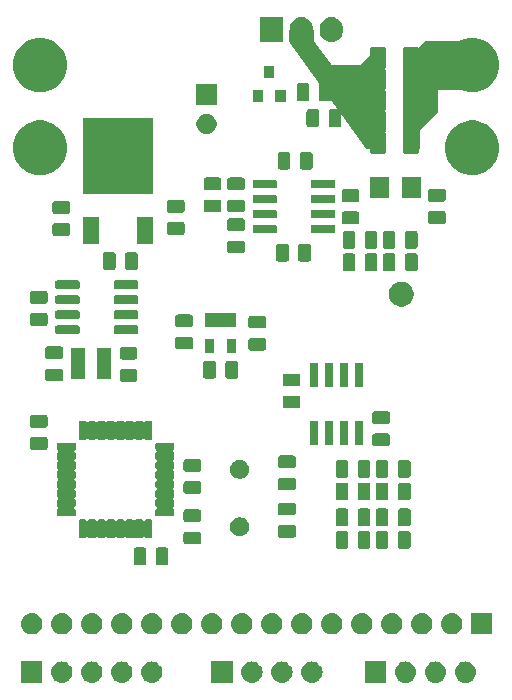
<source format=gts>
G04 #@! TF.GenerationSoftware,KiCad,Pcbnew,(5.1.2)-2*
G04 #@! TF.CreationDate,2019-09-22T20:35:15+02:00*
G04 #@! TF.ProjectId,PowerSupply,506f7765-7253-4757-9070-6c792e6b6963,rev?*
G04 #@! TF.SameCoordinates,Original*
G04 #@! TF.FileFunction,Soldermask,Top*
G04 #@! TF.FilePolarity,Negative*
%FSLAX46Y46*%
G04 Gerber Fmt 4.6, Leading zero omitted, Abs format (unit mm)*
G04 Created by KiCad (PCBNEW (5.1.2)-2) date 2019-09-22 20:35:15*
%MOMM*%
%LPD*%
G04 APERTURE LIST*
%ADD10C,0.100000*%
G04 APERTURE END LIST*
D10*
G36*
X101900000Y-68400000D02*
G01*
X103400000Y-70400000D01*
X105900000Y-70400000D01*
X106900000Y-69400000D01*
X106900000Y-77400000D01*
X106400000Y-77400000D01*
X99900000Y-68400000D01*
X99900000Y-67400000D01*
X101900000Y-67400000D01*
X101900000Y-68400000D01*
G37*
X101900000Y-68400000D02*
X103400000Y-70400000D01*
X105900000Y-70400000D01*
X106900000Y-69400000D01*
X106900000Y-77400000D01*
X106400000Y-77400000D01*
X99900000Y-68400000D01*
X99900000Y-67400000D01*
X101900000Y-67400000D01*
X101900000Y-68400000D01*
G36*
X115400000Y-72400000D02*
G01*
X112400000Y-72400000D01*
X112400000Y-74400000D01*
X110900000Y-75900000D01*
X110900000Y-77400000D01*
X110400000Y-77400000D01*
X110400000Y-69400000D01*
X111400000Y-68400000D01*
X115400000Y-68400000D01*
X115400000Y-72400000D01*
G37*
X115400000Y-72400000D02*
X112400000Y-72400000D01*
X112400000Y-74400000D01*
X110900000Y-75900000D01*
X110900000Y-77400000D01*
X110400000Y-77400000D01*
X110400000Y-69400000D01*
X111400000Y-68400000D01*
X115400000Y-68400000D01*
X115400000Y-72400000D01*
G36*
X88370443Y-120905519D02*
G01*
X88436627Y-120912037D01*
X88606466Y-120963557D01*
X88762991Y-121047222D01*
X88798729Y-121076552D01*
X88900186Y-121159814D01*
X88983448Y-121261271D01*
X89012778Y-121297009D01*
X89096443Y-121453534D01*
X89147963Y-121623373D01*
X89165359Y-121800000D01*
X89147963Y-121976627D01*
X89096443Y-122146466D01*
X89012778Y-122302991D01*
X88983448Y-122338729D01*
X88900186Y-122440186D01*
X88798729Y-122523448D01*
X88762991Y-122552778D01*
X88606466Y-122636443D01*
X88436627Y-122687963D01*
X88370442Y-122694482D01*
X88304260Y-122701000D01*
X88215740Y-122701000D01*
X88149558Y-122694482D01*
X88083373Y-122687963D01*
X87913534Y-122636443D01*
X87757009Y-122552778D01*
X87721271Y-122523448D01*
X87619814Y-122440186D01*
X87536552Y-122338729D01*
X87507222Y-122302991D01*
X87423557Y-122146466D01*
X87372037Y-121976627D01*
X87354641Y-121800000D01*
X87372037Y-121623373D01*
X87423557Y-121453534D01*
X87507222Y-121297009D01*
X87536552Y-121261271D01*
X87619814Y-121159814D01*
X87721271Y-121076552D01*
X87757009Y-121047222D01*
X87913534Y-120963557D01*
X88083373Y-120912037D01*
X88149557Y-120905519D01*
X88215740Y-120899000D01*
X88304260Y-120899000D01*
X88370443Y-120905519D01*
X88370443Y-120905519D01*
G37*
G36*
X112390443Y-120905519D02*
G01*
X112456627Y-120912037D01*
X112626466Y-120963557D01*
X112782991Y-121047222D01*
X112818729Y-121076552D01*
X112920186Y-121159814D01*
X113003448Y-121261271D01*
X113032778Y-121297009D01*
X113116443Y-121453534D01*
X113167963Y-121623373D01*
X113185359Y-121800000D01*
X113167963Y-121976627D01*
X113116443Y-122146466D01*
X113032778Y-122302991D01*
X113003448Y-122338729D01*
X112920186Y-122440186D01*
X112818729Y-122523448D01*
X112782991Y-122552778D01*
X112626466Y-122636443D01*
X112456627Y-122687963D01*
X112390442Y-122694482D01*
X112324260Y-122701000D01*
X112235740Y-122701000D01*
X112169558Y-122694482D01*
X112103373Y-122687963D01*
X111933534Y-122636443D01*
X111777009Y-122552778D01*
X111741271Y-122523448D01*
X111639814Y-122440186D01*
X111556552Y-122338729D01*
X111527222Y-122302991D01*
X111443557Y-122146466D01*
X111392037Y-121976627D01*
X111374641Y-121800000D01*
X111392037Y-121623373D01*
X111443557Y-121453534D01*
X111527222Y-121297009D01*
X111556552Y-121261271D01*
X111639814Y-121159814D01*
X111741271Y-121076552D01*
X111777009Y-121047222D01*
X111933534Y-120963557D01*
X112103373Y-120912037D01*
X112169557Y-120905519D01*
X112235740Y-120899000D01*
X112324260Y-120899000D01*
X112390443Y-120905519D01*
X112390443Y-120905519D01*
G37*
G36*
X79001000Y-122701000D02*
G01*
X77199000Y-122701000D01*
X77199000Y-120899000D01*
X79001000Y-120899000D01*
X79001000Y-122701000D01*
X79001000Y-122701000D01*
G37*
G36*
X80750443Y-120905519D02*
G01*
X80816627Y-120912037D01*
X80986466Y-120963557D01*
X81142991Y-121047222D01*
X81178729Y-121076552D01*
X81280186Y-121159814D01*
X81363448Y-121261271D01*
X81392778Y-121297009D01*
X81476443Y-121453534D01*
X81527963Y-121623373D01*
X81545359Y-121800000D01*
X81527963Y-121976627D01*
X81476443Y-122146466D01*
X81392778Y-122302991D01*
X81363448Y-122338729D01*
X81280186Y-122440186D01*
X81178729Y-122523448D01*
X81142991Y-122552778D01*
X80986466Y-122636443D01*
X80816627Y-122687963D01*
X80750442Y-122694482D01*
X80684260Y-122701000D01*
X80595740Y-122701000D01*
X80529558Y-122694482D01*
X80463373Y-122687963D01*
X80293534Y-122636443D01*
X80137009Y-122552778D01*
X80101271Y-122523448D01*
X79999814Y-122440186D01*
X79916552Y-122338729D01*
X79887222Y-122302991D01*
X79803557Y-122146466D01*
X79752037Y-121976627D01*
X79734641Y-121800000D01*
X79752037Y-121623373D01*
X79803557Y-121453534D01*
X79887222Y-121297009D01*
X79916552Y-121261271D01*
X79999814Y-121159814D01*
X80101271Y-121076552D01*
X80137009Y-121047222D01*
X80293534Y-120963557D01*
X80463373Y-120912037D01*
X80529557Y-120905519D01*
X80595740Y-120899000D01*
X80684260Y-120899000D01*
X80750443Y-120905519D01*
X80750443Y-120905519D01*
G37*
G36*
X83290443Y-120905519D02*
G01*
X83356627Y-120912037D01*
X83526466Y-120963557D01*
X83682991Y-121047222D01*
X83718729Y-121076552D01*
X83820186Y-121159814D01*
X83903448Y-121261271D01*
X83932778Y-121297009D01*
X84016443Y-121453534D01*
X84067963Y-121623373D01*
X84085359Y-121800000D01*
X84067963Y-121976627D01*
X84016443Y-122146466D01*
X83932778Y-122302991D01*
X83903448Y-122338729D01*
X83820186Y-122440186D01*
X83718729Y-122523448D01*
X83682991Y-122552778D01*
X83526466Y-122636443D01*
X83356627Y-122687963D01*
X83290442Y-122694482D01*
X83224260Y-122701000D01*
X83135740Y-122701000D01*
X83069558Y-122694482D01*
X83003373Y-122687963D01*
X82833534Y-122636443D01*
X82677009Y-122552778D01*
X82641271Y-122523448D01*
X82539814Y-122440186D01*
X82456552Y-122338729D01*
X82427222Y-122302991D01*
X82343557Y-122146466D01*
X82292037Y-121976627D01*
X82274641Y-121800000D01*
X82292037Y-121623373D01*
X82343557Y-121453534D01*
X82427222Y-121297009D01*
X82456552Y-121261271D01*
X82539814Y-121159814D01*
X82641271Y-121076552D01*
X82677009Y-121047222D01*
X82833534Y-120963557D01*
X83003373Y-120912037D01*
X83069557Y-120905519D01*
X83135740Y-120899000D01*
X83224260Y-120899000D01*
X83290443Y-120905519D01*
X83290443Y-120905519D01*
G37*
G36*
X85830443Y-120905519D02*
G01*
X85896627Y-120912037D01*
X86066466Y-120963557D01*
X86222991Y-121047222D01*
X86258729Y-121076552D01*
X86360186Y-121159814D01*
X86443448Y-121261271D01*
X86472778Y-121297009D01*
X86556443Y-121453534D01*
X86607963Y-121623373D01*
X86625359Y-121800000D01*
X86607963Y-121976627D01*
X86556443Y-122146466D01*
X86472778Y-122302991D01*
X86443448Y-122338729D01*
X86360186Y-122440186D01*
X86258729Y-122523448D01*
X86222991Y-122552778D01*
X86066466Y-122636443D01*
X85896627Y-122687963D01*
X85830442Y-122694482D01*
X85764260Y-122701000D01*
X85675740Y-122701000D01*
X85609558Y-122694482D01*
X85543373Y-122687963D01*
X85373534Y-122636443D01*
X85217009Y-122552778D01*
X85181271Y-122523448D01*
X85079814Y-122440186D01*
X84996552Y-122338729D01*
X84967222Y-122302991D01*
X84883557Y-122146466D01*
X84832037Y-121976627D01*
X84814641Y-121800000D01*
X84832037Y-121623373D01*
X84883557Y-121453534D01*
X84967222Y-121297009D01*
X84996552Y-121261271D01*
X85079814Y-121159814D01*
X85181271Y-121076552D01*
X85217009Y-121047222D01*
X85373534Y-120963557D01*
X85543373Y-120912037D01*
X85609557Y-120905519D01*
X85675740Y-120899000D01*
X85764260Y-120899000D01*
X85830443Y-120905519D01*
X85830443Y-120905519D01*
G37*
G36*
X95101000Y-122701000D02*
G01*
X93299000Y-122701000D01*
X93299000Y-120899000D01*
X95101000Y-120899000D01*
X95101000Y-122701000D01*
X95101000Y-122701000D01*
G37*
G36*
X96850443Y-120905519D02*
G01*
X96916627Y-120912037D01*
X97086466Y-120963557D01*
X97242991Y-121047222D01*
X97278729Y-121076552D01*
X97380186Y-121159814D01*
X97463448Y-121261271D01*
X97492778Y-121297009D01*
X97576443Y-121453534D01*
X97627963Y-121623373D01*
X97645359Y-121800000D01*
X97627963Y-121976627D01*
X97576443Y-122146466D01*
X97492778Y-122302991D01*
X97463448Y-122338729D01*
X97380186Y-122440186D01*
X97278729Y-122523448D01*
X97242991Y-122552778D01*
X97086466Y-122636443D01*
X96916627Y-122687963D01*
X96850442Y-122694482D01*
X96784260Y-122701000D01*
X96695740Y-122701000D01*
X96629558Y-122694482D01*
X96563373Y-122687963D01*
X96393534Y-122636443D01*
X96237009Y-122552778D01*
X96201271Y-122523448D01*
X96099814Y-122440186D01*
X96016552Y-122338729D01*
X95987222Y-122302991D01*
X95903557Y-122146466D01*
X95852037Y-121976627D01*
X95834641Y-121800000D01*
X95852037Y-121623373D01*
X95903557Y-121453534D01*
X95987222Y-121297009D01*
X96016552Y-121261271D01*
X96099814Y-121159814D01*
X96201271Y-121076552D01*
X96237009Y-121047222D01*
X96393534Y-120963557D01*
X96563373Y-120912037D01*
X96629557Y-120905519D01*
X96695740Y-120899000D01*
X96784260Y-120899000D01*
X96850443Y-120905519D01*
X96850443Y-120905519D01*
G37*
G36*
X99390443Y-120905519D02*
G01*
X99456627Y-120912037D01*
X99626466Y-120963557D01*
X99782991Y-121047222D01*
X99818729Y-121076552D01*
X99920186Y-121159814D01*
X100003448Y-121261271D01*
X100032778Y-121297009D01*
X100116443Y-121453534D01*
X100167963Y-121623373D01*
X100185359Y-121800000D01*
X100167963Y-121976627D01*
X100116443Y-122146466D01*
X100032778Y-122302991D01*
X100003448Y-122338729D01*
X99920186Y-122440186D01*
X99818729Y-122523448D01*
X99782991Y-122552778D01*
X99626466Y-122636443D01*
X99456627Y-122687963D01*
X99390442Y-122694482D01*
X99324260Y-122701000D01*
X99235740Y-122701000D01*
X99169558Y-122694482D01*
X99103373Y-122687963D01*
X98933534Y-122636443D01*
X98777009Y-122552778D01*
X98741271Y-122523448D01*
X98639814Y-122440186D01*
X98556552Y-122338729D01*
X98527222Y-122302991D01*
X98443557Y-122146466D01*
X98392037Y-121976627D01*
X98374641Y-121800000D01*
X98392037Y-121623373D01*
X98443557Y-121453534D01*
X98527222Y-121297009D01*
X98556552Y-121261271D01*
X98639814Y-121159814D01*
X98741271Y-121076552D01*
X98777009Y-121047222D01*
X98933534Y-120963557D01*
X99103373Y-120912037D01*
X99169557Y-120905519D01*
X99235740Y-120899000D01*
X99324260Y-120899000D01*
X99390443Y-120905519D01*
X99390443Y-120905519D01*
G37*
G36*
X101930443Y-120905519D02*
G01*
X101996627Y-120912037D01*
X102166466Y-120963557D01*
X102322991Y-121047222D01*
X102358729Y-121076552D01*
X102460186Y-121159814D01*
X102543448Y-121261271D01*
X102572778Y-121297009D01*
X102656443Y-121453534D01*
X102707963Y-121623373D01*
X102725359Y-121800000D01*
X102707963Y-121976627D01*
X102656443Y-122146466D01*
X102572778Y-122302991D01*
X102543448Y-122338729D01*
X102460186Y-122440186D01*
X102358729Y-122523448D01*
X102322991Y-122552778D01*
X102166466Y-122636443D01*
X101996627Y-122687963D01*
X101930442Y-122694482D01*
X101864260Y-122701000D01*
X101775740Y-122701000D01*
X101709558Y-122694482D01*
X101643373Y-122687963D01*
X101473534Y-122636443D01*
X101317009Y-122552778D01*
X101281271Y-122523448D01*
X101179814Y-122440186D01*
X101096552Y-122338729D01*
X101067222Y-122302991D01*
X100983557Y-122146466D01*
X100932037Y-121976627D01*
X100914641Y-121800000D01*
X100932037Y-121623373D01*
X100983557Y-121453534D01*
X101067222Y-121297009D01*
X101096552Y-121261271D01*
X101179814Y-121159814D01*
X101281271Y-121076552D01*
X101317009Y-121047222D01*
X101473534Y-120963557D01*
X101643373Y-120912037D01*
X101709557Y-120905519D01*
X101775740Y-120899000D01*
X101864260Y-120899000D01*
X101930443Y-120905519D01*
X101930443Y-120905519D01*
G37*
G36*
X114930443Y-120905519D02*
G01*
X114996627Y-120912037D01*
X115166466Y-120963557D01*
X115322991Y-121047222D01*
X115358729Y-121076552D01*
X115460186Y-121159814D01*
X115543448Y-121261271D01*
X115572778Y-121297009D01*
X115656443Y-121453534D01*
X115707963Y-121623373D01*
X115725359Y-121800000D01*
X115707963Y-121976627D01*
X115656443Y-122146466D01*
X115572778Y-122302991D01*
X115543448Y-122338729D01*
X115460186Y-122440186D01*
X115358729Y-122523448D01*
X115322991Y-122552778D01*
X115166466Y-122636443D01*
X114996627Y-122687963D01*
X114930442Y-122694482D01*
X114864260Y-122701000D01*
X114775740Y-122701000D01*
X114709558Y-122694482D01*
X114643373Y-122687963D01*
X114473534Y-122636443D01*
X114317009Y-122552778D01*
X114281271Y-122523448D01*
X114179814Y-122440186D01*
X114096552Y-122338729D01*
X114067222Y-122302991D01*
X113983557Y-122146466D01*
X113932037Y-121976627D01*
X113914641Y-121800000D01*
X113932037Y-121623373D01*
X113983557Y-121453534D01*
X114067222Y-121297009D01*
X114096552Y-121261271D01*
X114179814Y-121159814D01*
X114281271Y-121076552D01*
X114317009Y-121047222D01*
X114473534Y-120963557D01*
X114643373Y-120912037D01*
X114709557Y-120905519D01*
X114775740Y-120899000D01*
X114864260Y-120899000D01*
X114930443Y-120905519D01*
X114930443Y-120905519D01*
G37*
G36*
X109850443Y-120905519D02*
G01*
X109916627Y-120912037D01*
X110086466Y-120963557D01*
X110242991Y-121047222D01*
X110278729Y-121076552D01*
X110380186Y-121159814D01*
X110463448Y-121261271D01*
X110492778Y-121297009D01*
X110576443Y-121453534D01*
X110627963Y-121623373D01*
X110645359Y-121800000D01*
X110627963Y-121976627D01*
X110576443Y-122146466D01*
X110492778Y-122302991D01*
X110463448Y-122338729D01*
X110380186Y-122440186D01*
X110278729Y-122523448D01*
X110242991Y-122552778D01*
X110086466Y-122636443D01*
X109916627Y-122687963D01*
X109850442Y-122694482D01*
X109784260Y-122701000D01*
X109695740Y-122701000D01*
X109629558Y-122694482D01*
X109563373Y-122687963D01*
X109393534Y-122636443D01*
X109237009Y-122552778D01*
X109201271Y-122523448D01*
X109099814Y-122440186D01*
X109016552Y-122338729D01*
X108987222Y-122302991D01*
X108903557Y-122146466D01*
X108852037Y-121976627D01*
X108834641Y-121800000D01*
X108852037Y-121623373D01*
X108903557Y-121453534D01*
X108987222Y-121297009D01*
X109016552Y-121261271D01*
X109099814Y-121159814D01*
X109201271Y-121076552D01*
X109237009Y-121047222D01*
X109393534Y-120963557D01*
X109563373Y-120912037D01*
X109629557Y-120905519D01*
X109695740Y-120899000D01*
X109784260Y-120899000D01*
X109850443Y-120905519D01*
X109850443Y-120905519D01*
G37*
G36*
X108101000Y-122701000D02*
G01*
X106299000Y-122701000D01*
X106299000Y-120899000D01*
X108101000Y-120899000D01*
X108101000Y-122701000D01*
X108101000Y-122701000D01*
G37*
G36*
X83290443Y-116805519D02*
G01*
X83356627Y-116812037D01*
X83526466Y-116863557D01*
X83682991Y-116947222D01*
X83718729Y-116976552D01*
X83820186Y-117059814D01*
X83903448Y-117161271D01*
X83932778Y-117197009D01*
X84016443Y-117353534D01*
X84067963Y-117523373D01*
X84085359Y-117700000D01*
X84067963Y-117876627D01*
X84016443Y-118046466D01*
X83932778Y-118202991D01*
X83903448Y-118238729D01*
X83820186Y-118340186D01*
X83718729Y-118423448D01*
X83682991Y-118452778D01*
X83526466Y-118536443D01*
X83356627Y-118587963D01*
X83290443Y-118594481D01*
X83224260Y-118601000D01*
X83135740Y-118601000D01*
X83069557Y-118594481D01*
X83003373Y-118587963D01*
X82833534Y-118536443D01*
X82677009Y-118452778D01*
X82641271Y-118423448D01*
X82539814Y-118340186D01*
X82456552Y-118238729D01*
X82427222Y-118202991D01*
X82343557Y-118046466D01*
X82292037Y-117876627D01*
X82274641Y-117700000D01*
X82292037Y-117523373D01*
X82343557Y-117353534D01*
X82427222Y-117197009D01*
X82456552Y-117161271D01*
X82539814Y-117059814D01*
X82641271Y-116976552D01*
X82677009Y-116947222D01*
X82833534Y-116863557D01*
X83003373Y-116812037D01*
X83069557Y-116805519D01*
X83135740Y-116799000D01*
X83224260Y-116799000D01*
X83290443Y-116805519D01*
X83290443Y-116805519D01*
G37*
G36*
X103610443Y-116805519D02*
G01*
X103676627Y-116812037D01*
X103846466Y-116863557D01*
X104002991Y-116947222D01*
X104038729Y-116976552D01*
X104140186Y-117059814D01*
X104223448Y-117161271D01*
X104252778Y-117197009D01*
X104336443Y-117353534D01*
X104387963Y-117523373D01*
X104405359Y-117700000D01*
X104387963Y-117876627D01*
X104336443Y-118046466D01*
X104252778Y-118202991D01*
X104223448Y-118238729D01*
X104140186Y-118340186D01*
X104038729Y-118423448D01*
X104002991Y-118452778D01*
X103846466Y-118536443D01*
X103676627Y-118587963D01*
X103610443Y-118594481D01*
X103544260Y-118601000D01*
X103455740Y-118601000D01*
X103389557Y-118594481D01*
X103323373Y-118587963D01*
X103153534Y-118536443D01*
X102997009Y-118452778D01*
X102961271Y-118423448D01*
X102859814Y-118340186D01*
X102776552Y-118238729D01*
X102747222Y-118202991D01*
X102663557Y-118046466D01*
X102612037Y-117876627D01*
X102594641Y-117700000D01*
X102612037Y-117523373D01*
X102663557Y-117353534D01*
X102747222Y-117197009D01*
X102776552Y-117161271D01*
X102859814Y-117059814D01*
X102961271Y-116976552D01*
X102997009Y-116947222D01*
X103153534Y-116863557D01*
X103323373Y-116812037D01*
X103389557Y-116805519D01*
X103455740Y-116799000D01*
X103544260Y-116799000D01*
X103610443Y-116805519D01*
X103610443Y-116805519D01*
G37*
G36*
X101070443Y-116805519D02*
G01*
X101136627Y-116812037D01*
X101306466Y-116863557D01*
X101462991Y-116947222D01*
X101498729Y-116976552D01*
X101600186Y-117059814D01*
X101683448Y-117161271D01*
X101712778Y-117197009D01*
X101796443Y-117353534D01*
X101847963Y-117523373D01*
X101865359Y-117700000D01*
X101847963Y-117876627D01*
X101796443Y-118046466D01*
X101712778Y-118202991D01*
X101683448Y-118238729D01*
X101600186Y-118340186D01*
X101498729Y-118423448D01*
X101462991Y-118452778D01*
X101306466Y-118536443D01*
X101136627Y-118587963D01*
X101070443Y-118594481D01*
X101004260Y-118601000D01*
X100915740Y-118601000D01*
X100849557Y-118594481D01*
X100783373Y-118587963D01*
X100613534Y-118536443D01*
X100457009Y-118452778D01*
X100421271Y-118423448D01*
X100319814Y-118340186D01*
X100236552Y-118238729D01*
X100207222Y-118202991D01*
X100123557Y-118046466D01*
X100072037Y-117876627D01*
X100054641Y-117700000D01*
X100072037Y-117523373D01*
X100123557Y-117353534D01*
X100207222Y-117197009D01*
X100236552Y-117161271D01*
X100319814Y-117059814D01*
X100421271Y-116976552D01*
X100457009Y-116947222D01*
X100613534Y-116863557D01*
X100783373Y-116812037D01*
X100849557Y-116805519D01*
X100915740Y-116799000D01*
X101004260Y-116799000D01*
X101070443Y-116805519D01*
X101070443Y-116805519D01*
G37*
G36*
X98530443Y-116805519D02*
G01*
X98596627Y-116812037D01*
X98766466Y-116863557D01*
X98922991Y-116947222D01*
X98958729Y-116976552D01*
X99060186Y-117059814D01*
X99143448Y-117161271D01*
X99172778Y-117197009D01*
X99256443Y-117353534D01*
X99307963Y-117523373D01*
X99325359Y-117700000D01*
X99307963Y-117876627D01*
X99256443Y-118046466D01*
X99172778Y-118202991D01*
X99143448Y-118238729D01*
X99060186Y-118340186D01*
X98958729Y-118423448D01*
X98922991Y-118452778D01*
X98766466Y-118536443D01*
X98596627Y-118587963D01*
X98530443Y-118594481D01*
X98464260Y-118601000D01*
X98375740Y-118601000D01*
X98309557Y-118594481D01*
X98243373Y-118587963D01*
X98073534Y-118536443D01*
X97917009Y-118452778D01*
X97881271Y-118423448D01*
X97779814Y-118340186D01*
X97696552Y-118238729D01*
X97667222Y-118202991D01*
X97583557Y-118046466D01*
X97532037Y-117876627D01*
X97514641Y-117700000D01*
X97532037Y-117523373D01*
X97583557Y-117353534D01*
X97667222Y-117197009D01*
X97696552Y-117161271D01*
X97779814Y-117059814D01*
X97881271Y-116976552D01*
X97917009Y-116947222D01*
X98073534Y-116863557D01*
X98243373Y-116812037D01*
X98309557Y-116805519D01*
X98375740Y-116799000D01*
X98464260Y-116799000D01*
X98530443Y-116805519D01*
X98530443Y-116805519D01*
G37*
G36*
X95990443Y-116805519D02*
G01*
X96056627Y-116812037D01*
X96226466Y-116863557D01*
X96382991Y-116947222D01*
X96418729Y-116976552D01*
X96520186Y-117059814D01*
X96603448Y-117161271D01*
X96632778Y-117197009D01*
X96716443Y-117353534D01*
X96767963Y-117523373D01*
X96785359Y-117700000D01*
X96767963Y-117876627D01*
X96716443Y-118046466D01*
X96632778Y-118202991D01*
X96603448Y-118238729D01*
X96520186Y-118340186D01*
X96418729Y-118423448D01*
X96382991Y-118452778D01*
X96226466Y-118536443D01*
X96056627Y-118587963D01*
X95990443Y-118594481D01*
X95924260Y-118601000D01*
X95835740Y-118601000D01*
X95769557Y-118594481D01*
X95703373Y-118587963D01*
X95533534Y-118536443D01*
X95377009Y-118452778D01*
X95341271Y-118423448D01*
X95239814Y-118340186D01*
X95156552Y-118238729D01*
X95127222Y-118202991D01*
X95043557Y-118046466D01*
X94992037Y-117876627D01*
X94974641Y-117700000D01*
X94992037Y-117523373D01*
X95043557Y-117353534D01*
X95127222Y-117197009D01*
X95156552Y-117161271D01*
X95239814Y-117059814D01*
X95341271Y-116976552D01*
X95377009Y-116947222D01*
X95533534Y-116863557D01*
X95703373Y-116812037D01*
X95769557Y-116805519D01*
X95835740Y-116799000D01*
X95924260Y-116799000D01*
X95990443Y-116805519D01*
X95990443Y-116805519D01*
G37*
G36*
X93450443Y-116805519D02*
G01*
X93516627Y-116812037D01*
X93686466Y-116863557D01*
X93842991Y-116947222D01*
X93878729Y-116976552D01*
X93980186Y-117059814D01*
X94063448Y-117161271D01*
X94092778Y-117197009D01*
X94176443Y-117353534D01*
X94227963Y-117523373D01*
X94245359Y-117700000D01*
X94227963Y-117876627D01*
X94176443Y-118046466D01*
X94092778Y-118202991D01*
X94063448Y-118238729D01*
X93980186Y-118340186D01*
X93878729Y-118423448D01*
X93842991Y-118452778D01*
X93686466Y-118536443D01*
X93516627Y-118587963D01*
X93450443Y-118594481D01*
X93384260Y-118601000D01*
X93295740Y-118601000D01*
X93229557Y-118594481D01*
X93163373Y-118587963D01*
X92993534Y-118536443D01*
X92837009Y-118452778D01*
X92801271Y-118423448D01*
X92699814Y-118340186D01*
X92616552Y-118238729D01*
X92587222Y-118202991D01*
X92503557Y-118046466D01*
X92452037Y-117876627D01*
X92434641Y-117700000D01*
X92452037Y-117523373D01*
X92503557Y-117353534D01*
X92587222Y-117197009D01*
X92616552Y-117161271D01*
X92699814Y-117059814D01*
X92801271Y-116976552D01*
X92837009Y-116947222D01*
X92993534Y-116863557D01*
X93163373Y-116812037D01*
X93229557Y-116805519D01*
X93295740Y-116799000D01*
X93384260Y-116799000D01*
X93450443Y-116805519D01*
X93450443Y-116805519D01*
G37*
G36*
X90910443Y-116805519D02*
G01*
X90976627Y-116812037D01*
X91146466Y-116863557D01*
X91302991Y-116947222D01*
X91338729Y-116976552D01*
X91440186Y-117059814D01*
X91523448Y-117161271D01*
X91552778Y-117197009D01*
X91636443Y-117353534D01*
X91687963Y-117523373D01*
X91705359Y-117700000D01*
X91687963Y-117876627D01*
X91636443Y-118046466D01*
X91552778Y-118202991D01*
X91523448Y-118238729D01*
X91440186Y-118340186D01*
X91338729Y-118423448D01*
X91302991Y-118452778D01*
X91146466Y-118536443D01*
X90976627Y-118587963D01*
X90910443Y-118594481D01*
X90844260Y-118601000D01*
X90755740Y-118601000D01*
X90689557Y-118594481D01*
X90623373Y-118587963D01*
X90453534Y-118536443D01*
X90297009Y-118452778D01*
X90261271Y-118423448D01*
X90159814Y-118340186D01*
X90076552Y-118238729D01*
X90047222Y-118202991D01*
X89963557Y-118046466D01*
X89912037Y-117876627D01*
X89894641Y-117700000D01*
X89912037Y-117523373D01*
X89963557Y-117353534D01*
X90047222Y-117197009D01*
X90076552Y-117161271D01*
X90159814Y-117059814D01*
X90261271Y-116976552D01*
X90297009Y-116947222D01*
X90453534Y-116863557D01*
X90623373Y-116812037D01*
X90689557Y-116805519D01*
X90755740Y-116799000D01*
X90844260Y-116799000D01*
X90910443Y-116805519D01*
X90910443Y-116805519D01*
G37*
G36*
X88370443Y-116805519D02*
G01*
X88436627Y-116812037D01*
X88606466Y-116863557D01*
X88762991Y-116947222D01*
X88798729Y-116976552D01*
X88900186Y-117059814D01*
X88983448Y-117161271D01*
X89012778Y-117197009D01*
X89096443Y-117353534D01*
X89147963Y-117523373D01*
X89165359Y-117700000D01*
X89147963Y-117876627D01*
X89096443Y-118046466D01*
X89012778Y-118202991D01*
X88983448Y-118238729D01*
X88900186Y-118340186D01*
X88798729Y-118423448D01*
X88762991Y-118452778D01*
X88606466Y-118536443D01*
X88436627Y-118587963D01*
X88370443Y-118594481D01*
X88304260Y-118601000D01*
X88215740Y-118601000D01*
X88149557Y-118594481D01*
X88083373Y-118587963D01*
X87913534Y-118536443D01*
X87757009Y-118452778D01*
X87721271Y-118423448D01*
X87619814Y-118340186D01*
X87536552Y-118238729D01*
X87507222Y-118202991D01*
X87423557Y-118046466D01*
X87372037Y-117876627D01*
X87354641Y-117700000D01*
X87372037Y-117523373D01*
X87423557Y-117353534D01*
X87507222Y-117197009D01*
X87536552Y-117161271D01*
X87619814Y-117059814D01*
X87721271Y-116976552D01*
X87757009Y-116947222D01*
X87913534Y-116863557D01*
X88083373Y-116812037D01*
X88149557Y-116805519D01*
X88215740Y-116799000D01*
X88304260Y-116799000D01*
X88370443Y-116805519D01*
X88370443Y-116805519D01*
G37*
G36*
X85830443Y-116805519D02*
G01*
X85896627Y-116812037D01*
X86066466Y-116863557D01*
X86222991Y-116947222D01*
X86258729Y-116976552D01*
X86360186Y-117059814D01*
X86443448Y-117161271D01*
X86472778Y-117197009D01*
X86556443Y-117353534D01*
X86607963Y-117523373D01*
X86625359Y-117700000D01*
X86607963Y-117876627D01*
X86556443Y-118046466D01*
X86472778Y-118202991D01*
X86443448Y-118238729D01*
X86360186Y-118340186D01*
X86258729Y-118423448D01*
X86222991Y-118452778D01*
X86066466Y-118536443D01*
X85896627Y-118587963D01*
X85830443Y-118594481D01*
X85764260Y-118601000D01*
X85675740Y-118601000D01*
X85609557Y-118594481D01*
X85543373Y-118587963D01*
X85373534Y-118536443D01*
X85217009Y-118452778D01*
X85181271Y-118423448D01*
X85079814Y-118340186D01*
X84996552Y-118238729D01*
X84967222Y-118202991D01*
X84883557Y-118046466D01*
X84832037Y-117876627D01*
X84814641Y-117700000D01*
X84832037Y-117523373D01*
X84883557Y-117353534D01*
X84967222Y-117197009D01*
X84996552Y-117161271D01*
X85079814Y-117059814D01*
X85181271Y-116976552D01*
X85217009Y-116947222D01*
X85373534Y-116863557D01*
X85543373Y-116812037D01*
X85609557Y-116805519D01*
X85675740Y-116799000D01*
X85764260Y-116799000D01*
X85830443Y-116805519D01*
X85830443Y-116805519D01*
G37*
G36*
X80750443Y-116805519D02*
G01*
X80816627Y-116812037D01*
X80986466Y-116863557D01*
X81142991Y-116947222D01*
X81178729Y-116976552D01*
X81280186Y-117059814D01*
X81363448Y-117161271D01*
X81392778Y-117197009D01*
X81476443Y-117353534D01*
X81527963Y-117523373D01*
X81545359Y-117700000D01*
X81527963Y-117876627D01*
X81476443Y-118046466D01*
X81392778Y-118202991D01*
X81363448Y-118238729D01*
X81280186Y-118340186D01*
X81178729Y-118423448D01*
X81142991Y-118452778D01*
X80986466Y-118536443D01*
X80816627Y-118587963D01*
X80750443Y-118594481D01*
X80684260Y-118601000D01*
X80595740Y-118601000D01*
X80529557Y-118594481D01*
X80463373Y-118587963D01*
X80293534Y-118536443D01*
X80137009Y-118452778D01*
X80101271Y-118423448D01*
X79999814Y-118340186D01*
X79916552Y-118238729D01*
X79887222Y-118202991D01*
X79803557Y-118046466D01*
X79752037Y-117876627D01*
X79734641Y-117700000D01*
X79752037Y-117523373D01*
X79803557Y-117353534D01*
X79887222Y-117197009D01*
X79916552Y-117161271D01*
X79999814Y-117059814D01*
X80101271Y-116976552D01*
X80137009Y-116947222D01*
X80293534Y-116863557D01*
X80463373Y-116812037D01*
X80529557Y-116805519D01*
X80595740Y-116799000D01*
X80684260Y-116799000D01*
X80750443Y-116805519D01*
X80750443Y-116805519D01*
G37*
G36*
X78210443Y-116805519D02*
G01*
X78276627Y-116812037D01*
X78446466Y-116863557D01*
X78602991Y-116947222D01*
X78638729Y-116976552D01*
X78740186Y-117059814D01*
X78823448Y-117161271D01*
X78852778Y-117197009D01*
X78936443Y-117353534D01*
X78987963Y-117523373D01*
X79005359Y-117700000D01*
X78987963Y-117876627D01*
X78936443Y-118046466D01*
X78852778Y-118202991D01*
X78823448Y-118238729D01*
X78740186Y-118340186D01*
X78638729Y-118423448D01*
X78602991Y-118452778D01*
X78446466Y-118536443D01*
X78276627Y-118587963D01*
X78210443Y-118594481D01*
X78144260Y-118601000D01*
X78055740Y-118601000D01*
X77989557Y-118594481D01*
X77923373Y-118587963D01*
X77753534Y-118536443D01*
X77597009Y-118452778D01*
X77561271Y-118423448D01*
X77459814Y-118340186D01*
X77376552Y-118238729D01*
X77347222Y-118202991D01*
X77263557Y-118046466D01*
X77212037Y-117876627D01*
X77194641Y-117700000D01*
X77212037Y-117523373D01*
X77263557Y-117353534D01*
X77347222Y-117197009D01*
X77376552Y-117161271D01*
X77459814Y-117059814D01*
X77561271Y-116976552D01*
X77597009Y-116947222D01*
X77753534Y-116863557D01*
X77923373Y-116812037D01*
X77989557Y-116805519D01*
X78055740Y-116799000D01*
X78144260Y-116799000D01*
X78210443Y-116805519D01*
X78210443Y-116805519D01*
G37*
G36*
X117101000Y-118601000D02*
G01*
X115299000Y-118601000D01*
X115299000Y-116799000D01*
X117101000Y-116799000D01*
X117101000Y-118601000D01*
X117101000Y-118601000D01*
G37*
G36*
X108690443Y-116805519D02*
G01*
X108756627Y-116812037D01*
X108926466Y-116863557D01*
X109082991Y-116947222D01*
X109118729Y-116976552D01*
X109220186Y-117059814D01*
X109303448Y-117161271D01*
X109332778Y-117197009D01*
X109416443Y-117353534D01*
X109467963Y-117523373D01*
X109485359Y-117700000D01*
X109467963Y-117876627D01*
X109416443Y-118046466D01*
X109332778Y-118202991D01*
X109303448Y-118238729D01*
X109220186Y-118340186D01*
X109118729Y-118423448D01*
X109082991Y-118452778D01*
X108926466Y-118536443D01*
X108756627Y-118587963D01*
X108690443Y-118594481D01*
X108624260Y-118601000D01*
X108535740Y-118601000D01*
X108469557Y-118594481D01*
X108403373Y-118587963D01*
X108233534Y-118536443D01*
X108077009Y-118452778D01*
X108041271Y-118423448D01*
X107939814Y-118340186D01*
X107856552Y-118238729D01*
X107827222Y-118202991D01*
X107743557Y-118046466D01*
X107692037Y-117876627D01*
X107674641Y-117700000D01*
X107692037Y-117523373D01*
X107743557Y-117353534D01*
X107827222Y-117197009D01*
X107856552Y-117161271D01*
X107939814Y-117059814D01*
X108041271Y-116976552D01*
X108077009Y-116947222D01*
X108233534Y-116863557D01*
X108403373Y-116812037D01*
X108469557Y-116805519D01*
X108535740Y-116799000D01*
X108624260Y-116799000D01*
X108690443Y-116805519D01*
X108690443Y-116805519D01*
G37*
G36*
X111230443Y-116805519D02*
G01*
X111296627Y-116812037D01*
X111466466Y-116863557D01*
X111622991Y-116947222D01*
X111658729Y-116976552D01*
X111760186Y-117059814D01*
X111843448Y-117161271D01*
X111872778Y-117197009D01*
X111956443Y-117353534D01*
X112007963Y-117523373D01*
X112025359Y-117700000D01*
X112007963Y-117876627D01*
X111956443Y-118046466D01*
X111872778Y-118202991D01*
X111843448Y-118238729D01*
X111760186Y-118340186D01*
X111658729Y-118423448D01*
X111622991Y-118452778D01*
X111466466Y-118536443D01*
X111296627Y-118587963D01*
X111230443Y-118594481D01*
X111164260Y-118601000D01*
X111075740Y-118601000D01*
X111009557Y-118594481D01*
X110943373Y-118587963D01*
X110773534Y-118536443D01*
X110617009Y-118452778D01*
X110581271Y-118423448D01*
X110479814Y-118340186D01*
X110396552Y-118238729D01*
X110367222Y-118202991D01*
X110283557Y-118046466D01*
X110232037Y-117876627D01*
X110214641Y-117700000D01*
X110232037Y-117523373D01*
X110283557Y-117353534D01*
X110367222Y-117197009D01*
X110396552Y-117161271D01*
X110479814Y-117059814D01*
X110581271Y-116976552D01*
X110617009Y-116947222D01*
X110773534Y-116863557D01*
X110943373Y-116812037D01*
X111009557Y-116805519D01*
X111075740Y-116799000D01*
X111164260Y-116799000D01*
X111230443Y-116805519D01*
X111230443Y-116805519D01*
G37*
G36*
X106150443Y-116805519D02*
G01*
X106216627Y-116812037D01*
X106386466Y-116863557D01*
X106542991Y-116947222D01*
X106578729Y-116976552D01*
X106680186Y-117059814D01*
X106763448Y-117161271D01*
X106792778Y-117197009D01*
X106876443Y-117353534D01*
X106927963Y-117523373D01*
X106945359Y-117700000D01*
X106927963Y-117876627D01*
X106876443Y-118046466D01*
X106792778Y-118202991D01*
X106763448Y-118238729D01*
X106680186Y-118340186D01*
X106578729Y-118423448D01*
X106542991Y-118452778D01*
X106386466Y-118536443D01*
X106216627Y-118587963D01*
X106150443Y-118594481D01*
X106084260Y-118601000D01*
X105995740Y-118601000D01*
X105929557Y-118594481D01*
X105863373Y-118587963D01*
X105693534Y-118536443D01*
X105537009Y-118452778D01*
X105501271Y-118423448D01*
X105399814Y-118340186D01*
X105316552Y-118238729D01*
X105287222Y-118202991D01*
X105203557Y-118046466D01*
X105152037Y-117876627D01*
X105134641Y-117700000D01*
X105152037Y-117523373D01*
X105203557Y-117353534D01*
X105287222Y-117197009D01*
X105316552Y-117161271D01*
X105399814Y-117059814D01*
X105501271Y-116976552D01*
X105537009Y-116947222D01*
X105693534Y-116863557D01*
X105863373Y-116812037D01*
X105929557Y-116805519D01*
X105995740Y-116799000D01*
X106084260Y-116799000D01*
X106150443Y-116805519D01*
X106150443Y-116805519D01*
G37*
G36*
X113770443Y-116805519D02*
G01*
X113836627Y-116812037D01*
X114006466Y-116863557D01*
X114162991Y-116947222D01*
X114198729Y-116976552D01*
X114300186Y-117059814D01*
X114383448Y-117161271D01*
X114412778Y-117197009D01*
X114496443Y-117353534D01*
X114547963Y-117523373D01*
X114565359Y-117700000D01*
X114547963Y-117876627D01*
X114496443Y-118046466D01*
X114412778Y-118202991D01*
X114383448Y-118238729D01*
X114300186Y-118340186D01*
X114198729Y-118423448D01*
X114162991Y-118452778D01*
X114006466Y-118536443D01*
X113836627Y-118587963D01*
X113770443Y-118594481D01*
X113704260Y-118601000D01*
X113615740Y-118601000D01*
X113549557Y-118594481D01*
X113483373Y-118587963D01*
X113313534Y-118536443D01*
X113157009Y-118452778D01*
X113121271Y-118423448D01*
X113019814Y-118340186D01*
X112936552Y-118238729D01*
X112907222Y-118202991D01*
X112823557Y-118046466D01*
X112772037Y-117876627D01*
X112754641Y-117700000D01*
X112772037Y-117523373D01*
X112823557Y-117353534D01*
X112907222Y-117197009D01*
X112936552Y-117161271D01*
X113019814Y-117059814D01*
X113121271Y-116976552D01*
X113157009Y-116947222D01*
X113313534Y-116863557D01*
X113483373Y-116812037D01*
X113549557Y-116805519D01*
X113615740Y-116799000D01*
X113704260Y-116799000D01*
X113770443Y-116805519D01*
X113770443Y-116805519D01*
G37*
G36*
X89509468Y-111253565D02*
G01*
X89548138Y-111265296D01*
X89583777Y-111284346D01*
X89615017Y-111309983D01*
X89640654Y-111341223D01*
X89659704Y-111376862D01*
X89671435Y-111415532D01*
X89676000Y-111461888D01*
X89676000Y-112538112D01*
X89671435Y-112584468D01*
X89659704Y-112623138D01*
X89640654Y-112658777D01*
X89615017Y-112690017D01*
X89583777Y-112715654D01*
X89548138Y-112734704D01*
X89509468Y-112746435D01*
X89463112Y-112751000D01*
X88811888Y-112751000D01*
X88765532Y-112746435D01*
X88726862Y-112734704D01*
X88691223Y-112715654D01*
X88659983Y-112690017D01*
X88634346Y-112658777D01*
X88615296Y-112623138D01*
X88603565Y-112584468D01*
X88599000Y-112538112D01*
X88599000Y-111461888D01*
X88603565Y-111415532D01*
X88615296Y-111376862D01*
X88634346Y-111341223D01*
X88659983Y-111309983D01*
X88691223Y-111284346D01*
X88726862Y-111265296D01*
X88765532Y-111253565D01*
X88811888Y-111249000D01*
X89463112Y-111249000D01*
X89509468Y-111253565D01*
X89509468Y-111253565D01*
G37*
G36*
X87634468Y-111253565D02*
G01*
X87673138Y-111265296D01*
X87708777Y-111284346D01*
X87740017Y-111309983D01*
X87765654Y-111341223D01*
X87784704Y-111376862D01*
X87796435Y-111415532D01*
X87801000Y-111461888D01*
X87801000Y-112538112D01*
X87796435Y-112584468D01*
X87784704Y-112623138D01*
X87765654Y-112658777D01*
X87740017Y-112690017D01*
X87708777Y-112715654D01*
X87673138Y-112734704D01*
X87634468Y-112746435D01*
X87588112Y-112751000D01*
X86936888Y-112751000D01*
X86890532Y-112746435D01*
X86851862Y-112734704D01*
X86816223Y-112715654D01*
X86784983Y-112690017D01*
X86759346Y-112658777D01*
X86740296Y-112623138D01*
X86728565Y-112584468D01*
X86724000Y-112538112D01*
X86724000Y-111461888D01*
X86728565Y-111415532D01*
X86740296Y-111376862D01*
X86759346Y-111341223D01*
X86784983Y-111309983D01*
X86816223Y-111284346D01*
X86851862Y-111265296D01*
X86890532Y-111253565D01*
X86936888Y-111249000D01*
X87588112Y-111249000D01*
X87634468Y-111253565D01*
X87634468Y-111253565D01*
G37*
G36*
X110009468Y-109853565D02*
G01*
X110048138Y-109865296D01*
X110083777Y-109884346D01*
X110115017Y-109909983D01*
X110140654Y-109941223D01*
X110159704Y-109976862D01*
X110171435Y-110015532D01*
X110176000Y-110061888D01*
X110176000Y-111138112D01*
X110171435Y-111184468D01*
X110159704Y-111223138D01*
X110140654Y-111258777D01*
X110115017Y-111290017D01*
X110083777Y-111315654D01*
X110048138Y-111334704D01*
X110009468Y-111346435D01*
X109963112Y-111351000D01*
X109311888Y-111351000D01*
X109265532Y-111346435D01*
X109226862Y-111334704D01*
X109191223Y-111315654D01*
X109159983Y-111290017D01*
X109134346Y-111258777D01*
X109115296Y-111223138D01*
X109103565Y-111184468D01*
X109099000Y-111138112D01*
X109099000Y-110061888D01*
X109103565Y-110015532D01*
X109115296Y-109976862D01*
X109134346Y-109941223D01*
X109159983Y-109909983D01*
X109191223Y-109884346D01*
X109226862Y-109865296D01*
X109265532Y-109853565D01*
X109311888Y-109849000D01*
X109963112Y-109849000D01*
X110009468Y-109853565D01*
X110009468Y-109853565D01*
G37*
G36*
X108134468Y-109853565D02*
G01*
X108173138Y-109865296D01*
X108208777Y-109884346D01*
X108240017Y-109909983D01*
X108265654Y-109941223D01*
X108284704Y-109976862D01*
X108296435Y-110015532D01*
X108301000Y-110061888D01*
X108301000Y-111138112D01*
X108296435Y-111184468D01*
X108284704Y-111223138D01*
X108265654Y-111258777D01*
X108240017Y-111290017D01*
X108208777Y-111315654D01*
X108173138Y-111334704D01*
X108134468Y-111346435D01*
X108088112Y-111351000D01*
X107436888Y-111351000D01*
X107390532Y-111346435D01*
X107351862Y-111334704D01*
X107316223Y-111315654D01*
X107284983Y-111290017D01*
X107259346Y-111258777D01*
X107240296Y-111223138D01*
X107228565Y-111184468D01*
X107224000Y-111138112D01*
X107224000Y-110061888D01*
X107228565Y-110015532D01*
X107240296Y-109976862D01*
X107259346Y-109941223D01*
X107284983Y-109909983D01*
X107316223Y-109884346D01*
X107351862Y-109865296D01*
X107390532Y-109853565D01*
X107436888Y-109849000D01*
X108088112Y-109849000D01*
X108134468Y-109853565D01*
X108134468Y-109853565D01*
G37*
G36*
X106609468Y-109853565D02*
G01*
X106648138Y-109865296D01*
X106683777Y-109884346D01*
X106715017Y-109909983D01*
X106740654Y-109941223D01*
X106759704Y-109976862D01*
X106771435Y-110015532D01*
X106776000Y-110061888D01*
X106776000Y-111138112D01*
X106771435Y-111184468D01*
X106759704Y-111223138D01*
X106740654Y-111258777D01*
X106715017Y-111290017D01*
X106683777Y-111315654D01*
X106648138Y-111334704D01*
X106609468Y-111346435D01*
X106563112Y-111351000D01*
X105911888Y-111351000D01*
X105865532Y-111346435D01*
X105826862Y-111334704D01*
X105791223Y-111315654D01*
X105759983Y-111290017D01*
X105734346Y-111258777D01*
X105715296Y-111223138D01*
X105703565Y-111184468D01*
X105699000Y-111138112D01*
X105699000Y-110061888D01*
X105703565Y-110015532D01*
X105715296Y-109976862D01*
X105734346Y-109941223D01*
X105759983Y-109909983D01*
X105791223Y-109884346D01*
X105826862Y-109865296D01*
X105865532Y-109853565D01*
X105911888Y-109849000D01*
X106563112Y-109849000D01*
X106609468Y-109853565D01*
X106609468Y-109853565D01*
G37*
G36*
X104734468Y-109853565D02*
G01*
X104773138Y-109865296D01*
X104808777Y-109884346D01*
X104840017Y-109909983D01*
X104865654Y-109941223D01*
X104884704Y-109976862D01*
X104896435Y-110015532D01*
X104901000Y-110061888D01*
X104901000Y-111138112D01*
X104896435Y-111184468D01*
X104884704Y-111223138D01*
X104865654Y-111258777D01*
X104840017Y-111290017D01*
X104808777Y-111315654D01*
X104773138Y-111334704D01*
X104734468Y-111346435D01*
X104688112Y-111351000D01*
X104036888Y-111351000D01*
X103990532Y-111346435D01*
X103951862Y-111334704D01*
X103916223Y-111315654D01*
X103884983Y-111290017D01*
X103859346Y-111258777D01*
X103840296Y-111223138D01*
X103828565Y-111184468D01*
X103824000Y-111138112D01*
X103824000Y-110061888D01*
X103828565Y-110015532D01*
X103840296Y-109976862D01*
X103859346Y-109941223D01*
X103884983Y-109909983D01*
X103916223Y-109884346D01*
X103951862Y-109865296D01*
X103990532Y-109853565D01*
X104036888Y-109849000D01*
X104688112Y-109849000D01*
X104734468Y-109853565D01*
X104734468Y-109853565D01*
G37*
G36*
X92284468Y-109903565D02*
G01*
X92323138Y-109915296D01*
X92358777Y-109934346D01*
X92390017Y-109959983D01*
X92415654Y-109991223D01*
X92434704Y-110026862D01*
X92446435Y-110065532D01*
X92451000Y-110111888D01*
X92451000Y-110763112D01*
X92446435Y-110809468D01*
X92434704Y-110848138D01*
X92415654Y-110883777D01*
X92390017Y-110915017D01*
X92358777Y-110940654D01*
X92323138Y-110959704D01*
X92284468Y-110971435D01*
X92238112Y-110976000D01*
X91161888Y-110976000D01*
X91115532Y-110971435D01*
X91076862Y-110959704D01*
X91041223Y-110940654D01*
X91009983Y-110915017D01*
X90984346Y-110883777D01*
X90965296Y-110848138D01*
X90953565Y-110809468D01*
X90949000Y-110763112D01*
X90949000Y-110111888D01*
X90953565Y-110065532D01*
X90965296Y-110026862D01*
X90984346Y-109991223D01*
X91009983Y-109959983D01*
X91041223Y-109934346D01*
X91076862Y-109915296D01*
X91115532Y-109903565D01*
X91161888Y-109899000D01*
X92238112Y-109899000D01*
X92284468Y-109903565D01*
X92284468Y-109903565D01*
G37*
G36*
X82630051Y-108876284D02*
G01*
X82646443Y-108881257D01*
X82661555Y-108889334D01*
X82674798Y-108900202D01*
X82685667Y-108913447D01*
X82689761Y-108921106D01*
X82703374Y-108941480D01*
X82720701Y-108958807D01*
X82741076Y-108972421D01*
X82763714Y-108981798D01*
X82787748Y-108986579D01*
X82812252Y-108986579D01*
X82836285Y-108981799D01*
X82858924Y-108972421D01*
X82879298Y-108958808D01*
X82896625Y-108941481D01*
X82910239Y-108921106D01*
X82914333Y-108913447D01*
X82925202Y-108900202D01*
X82938445Y-108889334D01*
X82953557Y-108881257D01*
X82969949Y-108876284D01*
X82993141Y-108874000D01*
X83406859Y-108874000D01*
X83430051Y-108876284D01*
X83446443Y-108881257D01*
X83461555Y-108889334D01*
X83474798Y-108900202D01*
X83485667Y-108913447D01*
X83489761Y-108921106D01*
X83503374Y-108941480D01*
X83520701Y-108958807D01*
X83541076Y-108972421D01*
X83563714Y-108981798D01*
X83587748Y-108986579D01*
X83612252Y-108986579D01*
X83636285Y-108981799D01*
X83658924Y-108972421D01*
X83679298Y-108958808D01*
X83696625Y-108941481D01*
X83710239Y-108921106D01*
X83714333Y-108913447D01*
X83725202Y-108900202D01*
X83738445Y-108889334D01*
X83753557Y-108881257D01*
X83769949Y-108876284D01*
X83793141Y-108874000D01*
X84206859Y-108874000D01*
X84230051Y-108876284D01*
X84246443Y-108881257D01*
X84261555Y-108889334D01*
X84274798Y-108900202D01*
X84285667Y-108913447D01*
X84289761Y-108921106D01*
X84303374Y-108941480D01*
X84320701Y-108958807D01*
X84341076Y-108972421D01*
X84363714Y-108981798D01*
X84387748Y-108986579D01*
X84412252Y-108986579D01*
X84436285Y-108981799D01*
X84458924Y-108972421D01*
X84479298Y-108958808D01*
X84496625Y-108941481D01*
X84510239Y-108921106D01*
X84514333Y-108913447D01*
X84525202Y-108900202D01*
X84538445Y-108889334D01*
X84553557Y-108881257D01*
X84569949Y-108876284D01*
X84593141Y-108874000D01*
X85006859Y-108874000D01*
X85030051Y-108876284D01*
X85046443Y-108881257D01*
X85061555Y-108889334D01*
X85074798Y-108900202D01*
X85085667Y-108913447D01*
X85089761Y-108921106D01*
X85103374Y-108941480D01*
X85120701Y-108958807D01*
X85141076Y-108972421D01*
X85163714Y-108981798D01*
X85187748Y-108986579D01*
X85212252Y-108986579D01*
X85236285Y-108981799D01*
X85258924Y-108972421D01*
X85279298Y-108958808D01*
X85296625Y-108941481D01*
X85310239Y-108921106D01*
X85314333Y-108913447D01*
X85325202Y-108900202D01*
X85338445Y-108889334D01*
X85353557Y-108881257D01*
X85369949Y-108876284D01*
X85393141Y-108874000D01*
X85806859Y-108874000D01*
X85830051Y-108876284D01*
X85846443Y-108881257D01*
X85861555Y-108889334D01*
X85874798Y-108900202D01*
X85885667Y-108913447D01*
X85889761Y-108921106D01*
X85903374Y-108941480D01*
X85920701Y-108958807D01*
X85941076Y-108972421D01*
X85963714Y-108981798D01*
X85987748Y-108986579D01*
X86012252Y-108986579D01*
X86036285Y-108981799D01*
X86058924Y-108972421D01*
X86079298Y-108958808D01*
X86096625Y-108941481D01*
X86110239Y-108921106D01*
X86114333Y-108913447D01*
X86125202Y-108900202D01*
X86138445Y-108889334D01*
X86153557Y-108881257D01*
X86169949Y-108876284D01*
X86193141Y-108874000D01*
X86606859Y-108874000D01*
X86630051Y-108876284D01*
X86646443Y-108881257D01*
X86661555Y-108889334D01*
X86674798Y-108900202D01*
X86685667Y-108913447D01*
X86689761Y-108921106D01*
X86703374Y-108941480D01*
X86720701Y-108958807D01*
X86741076Y-108972421D01*
X86763714Y-108981798D01*
X86787748Y-108986579D01*
X86812252Y-108986579D01*
X86836285Y-108981799D01*
X86858924Y-108972421D01*
X86879298Y-108958808D01*
X86896625Y-108941481D01*
X86910239Y-108921106D01*
X86914333Y-108913447D01*
X86925202Y-108900202D01*
X86938445Y-108889334D01*
X86953557Y-108881257D01*
X86969949Y-108876284D01*
X86993141Y-108874000D01*
X87406859Y-108874000D01*
X87430051Y-108876284D01*
X87446443Y-108881257D01*
X87461555Y-108889334D01*
X87474798Y-108900202D01*
X87485667Y-108913447D01*
X87489761Y-108921106D01*
X87503374Y-108941480D01*
X87520701Y-108958807D01*
X87541076Y-108972421D01*
X87563714Y-108981798D01*
X87587748Y-108986579D01*
X87612252Y-108986579D01*
X87636285Y-108981799D01*
X87658924Y-108972421D01*
X87679298Y-108958808D01*
X87696625Y-108941481D01*
X87710239Y-108921106D01*
X87714333Y-108913447D01*
X87725202Y-108900202D01*
X87738445Y-108889334D01*
X87753557Y-108881257D01*
X87769949Y-108876284D01*
X87793141Y-108874000D01*
X88206859Y-108874000D01*
X88230051Y-108876284D01*
X88246443Y-108881257D01*
X88261555Y-108889334D01*
X88274798Y-108900202D01*
X88285666Y-108913445D01*
X88293743Y-108928557D01*
X88298716Y-108944949D01*
X88301000Y-108968141D01*
X88301000Y-110381859D01*
X88298716Y-110405051D01*
X88293743Y-110421443D01*
X88285666Y-110436555D01*
X88274798Y-110449798D01*
X88261555Y-110460666D01*
X88246443Y-110468743D01*
X88230051Y-110473716D01*
X88206859Y-110476000D01*
X87793141Y-110476000D01*
X87769949Y-110473716D01*
X87753557Y-110468743D01*
X87738445Y-110460666D01*
X87725202Y-110449798D01*
X87714333Y-110436553D01*
X87710239Y-110428894D01*
X87696626Y-110408520D01*
X87679299Y-110391193D01*
X87658924Y-110377579D01*
X87636286Y-110368202D01*
X87612252Y-110363421D01*
X87587748Y-110363421D01*
X87563715Y-110368201D01*
X87541076Y-110377579D01*
X87520702Y-110391192D01*
X87503375Y-110408519D01*
X87489761Y-110428894D01*
X87485667Y-110436553D01*
X87474798Y-110449798D01*
X87461555Y-110460666D01*
X87446443Y-110468743D01*
X87430051Y-110473716D01*
X87406859Y-110476000D01*
X86993141Y-110476000D01*
X86969949Y-110473716D01*
X86953557Y-110468743D01*
X86938445Y-110460666D01*
X86925202Y-110449798D01*
X86914333Y-110436553D01*
X86910239Y-110428894D01*
X86896626Y-110408520D01*
X86879299Y-110391193D01*
X86858924Y-110377579D01*
X86836286Y-110368202D01*
X86812252Y-110363421D01*
X86787748Y-110363421D01*
X86763715Y-110368201D01*
X86741076Y-110377579D01*
X86720702Y-110391192D01*
X86703375Y-110408519D01*
X86689761Y-110428894D01*
X86685667Y-110436553D01*
X86674798Y-110449798D01*
X86661555Y-110460666D01*
X86646443Y-110468743D01*
X86630051Y-110473716D01*
X86606859Y-110476000D01*
X86193141Y-110476000D01*
X86169949Y-110473716D01*
X86153557Y-110468743D01*
X86138445Y-110460666D01*
X86125202Y-110449798D01*
X86114333Y-110436553D01*
X86110239Y-110428894D01*
X86096626Y-110408520D01*
X86079299Y-110391193D01*
X86058924Y-110377579D01*
X86036286Y-110368202D01*
X86012252Y-110363421D01*
X85987748Y-110363421D01*
X85963715Y-110368201D01*
X85941076Y-110377579D01*
X85920702Y-110391192D01*
X85903375Y-110408519D01*
X85889761Y-110428894D01*
X85885667Y-110436553D01*
X85874798Y-110449798D01*
X85861555Y-110460666D01*
X85846443Y-110468743D01*
X85830051Y-110473716D01*
X85806859Y-110476000D01*
X85393141Y-110476000D01*
X85369949Y-110473716D01*
X85353557Y-110468743D01*
X85338445Y-110460666D01*
X85325202Y-110449798D01*
X85314333Y-110436553D01*
X85310239Y-110428894D01*
X85296626Y-110408520D01*
X85279299Y-110391193D01*
X85258924Y-110377579D01*
X85236286Y-110368202D01*
X85212252Y-110363421D01*
X85187748Y-110363421D01*
X85163715Y-110368201D01*
X85141076Y-110377579D01*
X85120702Y-110391192D01*
X85103375Y-110408519D01*
X85089761Y-110428894D01*
X85085667Y-110436553D01*
X85074798Y-110449798D01*
X85061555Y-110460666D01*
X85046443Y-110468743D01*
X85030051Y-110473716D01*
X85006859Y-110476000D01*
X84593141Y-110476000D01*
X84569949Y-110473716D01*
X84553557Y-110468743D01*
X84538445Y-110460666D01*
X84525202Y-110449798D01*
X84514333Y-110436553D01*
X84510239Y-110428894D01*
X84496626Y-110408520D01*
X84479299Y-110391193D01*
X84458924Y-110377579D01*
X84436286Y-110368202D01*
X84412252Y-110363421D01*
X84387748Y-110363421D01*
X84363715Y-110368201D01*
X84341076Y-110377579D01*
X84320702Y-110391192D01*
X84303375Y-110408519D01*
X84289761Y-110428894D01*
X84285667Y-110436553D01*
X84274798Y-110449798D01*
X84261555Y-110460666D01*
X84246443Y-110468743D01*
X84230051Y-110473716D01*
X84206859Y-110476000D01*
X83793141Y-110476000D01*
X83769949Y-110473716D01*
X83753557Y-110468743D01*
X83738445Y-110460666D01*
X83725202Y-110449798D01*
X83714333Y-110436553D01*
X83710239Y-110428894D01*
X83696626Y-110408520D01*
X83679299Y-110391193D01*
X83658924Y-110377579D01*
X83636286Y-110368202D01*
X83612252Y-110363421D01*
X83587748Y-110363421D01*
X83563715Y-110368201D01*
X83541076Y-110377579D01*
X83520702Y-110391192D01*
X83503375Y-110408519D01*
X83489761Y-110428894D01*
X83485667Y-110436553D01*
X83474798Y-110449798D01*
X83461555Y-110460666D01*
X83446443Y-110468743D01*
X83430051Y-110473716D01*
X83406859Y-110476000D01*
X82993141Y-110476000D01*
X82969949Y-110473716D01*
X82953557Y-110468743D01*
X82938445Y-110460666D01*
X82925202Y-110449798D01*
X82914333Y-110436553D01*
X82910239Y-110428894D01*
X82896626Y-110408520D01*
X82879299Y-110391193D01*
X82858924Y-110377579D01*
X82836286Y-110368202D01*
X82812252Y-110363421D01*
X82787748Y-110363421D01*
X82763715Y-110368201D01*
X82741076Y-110377579D01*
X82720702Y-110391192D01*
X82703375Y-110408519D01*
X82689761Y-110428894D01*
X82685667Y-110436553D01*
X82674798Y-110449798D01*
X82661555Y-110460666D01*
X82646443Y-110468743D01*
X82630051Y-110473716D01*
X82606859Y-110476000D01*
X82193141Y-110476000D01*
X82169949Y-110473716D01*
X82153557Y-110468743D01*
X82138445Y-110460666D01*
X82125202Y-110449798D01*
X82114334Y-110436555D01*
X82106257Y-110421443D01*
X82101284Y-110405051D01*
X82099000Y-110381859D01*
X82099000Y-108968141D01*
X82101284Y-108944949D01*
X82106257Y-108928557D01*
X82114334Y-108913445D01*
X82125202Y-108900202D01*
X82138445Y-108889334D01*
X82153557Y-108881257D01*
X82169949Y-108876284D01*
X82193141Y-108874000D01*
X82606859Y-108874000D01*
X82630051Y-108876284D01*
X82630051Y-108876284D01*
G37*
G36*
X100284468Y-109341065D02*
G01*
X100323138Y-109352796D01*
X100358777Y-109371846D01*
X100390017Y-109397483D01*
X100415654Y-109428723D01*
X100434704Y-109464362D01*
X100446435Y-109503032D01*
X100451000Y-109549388D01*
X100451000Y-110200612D01*
X100446435Y-110246968D01*
X100434704Y-110285638D01*
X100415654Y-110321277D01*
X100390017Y-110352517D01*
X100358777Y-110378154D01*
X100323138Y-110397204D01*
X100284468Y-110408935D01*
X100238112Y-110413500D01*
X99161888Y-110413500D01*
X99115532Y-110408935D01*
X99076862Y-110397204D01*
X99041223Y-110378154D01*
X99009983Y-110352517D01*
X98984346Y-110321277D01*
X98965296Y-110285638D01*
X98953565Y-110246968D01*
X98949000Y-110200612D01*
X98949000Y-109549388D01*
X98953565Y-109503032D01*
X98965296Y-109464362D01*
X98984346Y-109428723D01*
X99009983Y-109397483D01*
X99041223Y-109371846D01*
X99076862Y-109352796D01*
X99115532Y-109341065D01*
X99161888Y-109336500D01*
X100238112Y-109336500D01*
X100284468Y-109341065D01*
X100284468Y-109341065D01*
G37*
G36*
X95933642Y-108729781D02*
G01*
X96079414Y-108790162D01*
X96079416Y-108790163D01*
X96210608Y-108877822D01*
X96322178Y-108989392D01*
X96373134Y-109065654D01*
X96409838Y-109120586D01*
X96470219Y-109266358D01*
X96501000Y-109421107D01*
X96501000Y-109578893D01*
X96470219Y-109733642D01*
X96409838Y-109879414D01*
X96409837Y-109879416D01*
X96322178Y-110010608D01*
X96210608Y-110122178D01*
X96079416Y-110209837D01*
X96079415Y-110209838D01*
X96079414Y-110209838D01*
X95933642Y-110270219D01*
X95778893Y-110301000D01*
X95621107Y-110301000D01*
X95466358Y-110270219D01*
X95320586Y-110209838D01*
X95320585Y-110209838D01*
X95320584Y-110209837D01*
X95189392Y-110122178D01*
X95077822Y-110010608D01*
X94990163Y-109879416D01*
X94990162Y-109879414D01*
X94929781Y-109733642D01*
X94899000Y-109578893D01*
X94899000Y-109421107D01*
X94929781Y-109266358D01*
X94990162Y-109120586D01*
X95026866Y-109065654D01*
X95077822Y-108989392D01*
X95189392Y-108877822D01*
X95320584Y-108790163D01*
X95320586Y-108790162D01*
X95466358Y-108729781D01*
X95621107Y-108699000D01*
X95778893Y-108699000D01*
X95933642Y-108729781D01*
X95933642Y-108729781D01*
G37*
G36*
X108134468Y-107953565D02*
G01*
X108173138Y-107965296D01*
X108208777Y-107984346D01*
X108240017Y-108009983D01*
X108265654Y-108041223D01*
X108284704Y-108076862D01*
X108296435Y-108115532D01*
X108301000Y-108161888D01*
X108301000Y-109238112D01*
X108296435Y-109284468D01*
X108284704Y-109323138D01*
X108265654Y-109358777D01*
X108240017Y-109390017D01*
X108208777Y-109415654D01*
X108173138Y-109434704D01*
X108134468Y-109446435D01*
X108088112Y-109451000D01*
X107436888Y-109451000D01*
X107390532Y-109446435D01*
X107351862Y-109434704D01*
X107316223Y-109415654D01*
X107284983Y-109390017D01*
X107259346Y-109358777D01*
X107240296Y-109323138D01*
X107228565Y-109284468D01*
X107224000Y-109238112D01*
X107224000Y-108161888D01*
X107228565Y-108115532D01*
X107240296Y-108076862D01*
X107259346Y-108041223D01*
X107284983Y-108009983D01*
X107316223Y-107984346D01*
X107351862Y-107965296D01*
X107390532Y-107953565D01*
X107436888Y-107949000D01*
X108088112Y-107949000D01*
X108134468Y-107953565D01*
X108134468Y-107953565D01*
G37*
G36*
X110009468Y-107953565D02*
G01*
X110048138Y-107965296D01*
X110083777Y-107984346D01*
X110115017Y-108009983D01*
X110140654Y-108041223D01*
X110159704Y-108076862D01*
X110171435Y-108115532D01*
X110176000Y-108161888D01*
X110176000Y-109238112D01*
X110171435Y-109284468D01*
X110159704Y-109323138D01*
X110140654Y-109358777D01*
X110115017Y-109390017D01*
X110083777Y-109415654D01*
X110048138Y-109434704D01*
X110009468Y-109446435D01*
X109963112Y-109451000D01*
X109311888Y-109451000D01*
X109265532Y-109446435D01*
X109226862Y-109434704D01*
X109191223Y-109415654D01*
X109159983Y-109390017D01*
X109134346Y-109358777D01*
X109115296Y-109323138D01*
X109103565Y-109284468D01*
X109099000Y-109238112D01*
X109099000Y-108161888D01*
X109103565Y-108115532D01*
X109115296Y-108076862D01*
X109134346Y-108041223D01*
X109159983Y-108009983D01*
X109191223Y-107984346D01*
X109226862Y-107965296D01*
X109265532Y-107953565D01*
X109311888Y-107949000D01*
X109963112Y-107949000D01*
X110009468Y-107953565D01*
X110009468Y-107953565D01*
G37*
G36*
X106609468Y-107953565D02*
G01*
X106648138Y-107965296D01*
X106683777Y-107984346D01*
X106715017Y-108009983D01*
X106740654Y-108041223D01*
X106759704Y-108076862D01*
X106771435Y-108115532D01*
X106776000Y-108161888D01*
X106776000Y-109238112D01*
X106771435Y-109284468D01*
X106759704Y-109323138D01*
X106740654Y-109358777D01*
X106715017Y-109390017D01*
X106683777Y-109415654D01*
X106648138Y-109434704D01*
X106609468Y-109446435D01*
X106563112Y-109451000D01*
X105911888Y-109451000D01*
X105865532Y-109446435D01*
X105826862Y-109434704D01*
X105791223Y-109415654D01*
X105759983Y-109390017D01*
X105734346Y-109358777D01*
X105715296Y-109323138D01*
X105703565Y-109284468D01*
X105699000Y-109238112D01*
X105699000Y-108161888D01*
X105703565Y-108115532D01*
X105715296Y-108076862D01*
X105734346Y-108041223D01*
X105759983Y-108009983D01*
X105791223Y-107984346D01*
X105826862Y-107965296D01*
X105865532Y-107953565D01*
X105911888Y-107949000D01*
X106563112Y-107949000D01*
X106609468Y-107953565D01*
X106609468Y-107953565D01*
G37*
G36*
X104734468Y-107953565D02*
G01*
X104773138Y-107965296D01*
X104808777Y-107984346D01*
X104840017Y-108009983D01*
X104865654Y-108041223D01*
X104884704Y-108076862D01*
X104896435Y-108115532D01*
X104901000Y-108161888D01*
X104901000Y-109238112D01*
X104896435Y-109284468D01*
X104884704Y-109323138D01*
X104865654Y-109358777D01*
X104840017Y-109390017D01*
X104808777Y-109415654D01*
X104773138Y-109434704D01*
X104734468Y-109446435D01*
X104688112Y-109451000D01*
X104036888Y-109451000D01*
X103990532Y-109446435D01*
X103951862Y-109434704D01*
X103916223Y-109415654D01*
X103884983Y-109390017D01*
X103859346Y-109358777D01*
X103840296Y-109323138D01*
X103828565Y-109284468D01*
X103824000Y-109238112D01*
X103824000Y-108161888D01*
X103828565Y-108115532D01*
X103840296Y-108076862D01*
X103859346Y-108041223D01*
X103884983Y-108009983D01*
X103916223Y-107984346D01*
X103951862Y-107965296D01*
X103990532Y-107953565D01*
X104036888Y-107949000D01*
X104688112Y-107949000D01*
X104734468Y-107953565D01*
X104734468Y-107953565D01*
G37*
G36*
X92284468Y-108028565D02*
G01*
X92323138Y-108040296D01*
X92358777Y-108059346D01*
X92390017Y-108084983D01*
X92415654Y-108116223D01*
X92434704Y-108151862D01*
X92446435Y-108190532D01*
X92451000Y-108236888D01*
X92451000Y-108888112D01*
X92446435Y-108934468D01*
X92434704Y-108973138D01*
X92415654Y-109008777D01*
X92390017Y-109040017D01*
X92358777Y-109065654D01*
X92323138Y-109084704D01*
X92284468Y-109096435D01*
X92238112Y-109101000D01*
X91161888Y-109101000D01*
X91115532Y-109096435D01*
X91076862Y-109084704D01*
X91041223Y-109065654D01*
X91009983Y-109040017D01*
X90984346Y-109008777D01*
X90965296Y-108973138D01*
X90953565Y-108934468D01*
X90949000Y-108888112D01*
X90949000Y-108236888D01*
X90953565Y-108190532D01*
X90965296Y-108151862D01*
X90984346Y-108116223D01*
X91009983Y-108084983D01*
X91041223Y-108059346D01*
X91076862Y-108040296D01*
X91115532Y-108028565D01*
X91161888Y-108024000D01*
X92238112Y-108024000D01*
X92284468Y-108028565D01*
X92284468Y-108028565D01*
G37*
G36*
X90105051Y-102401284D02*
G01*
X90121443Y-102406257D01*
X90136555Y-102414334D01*
X90149798Y-102425202D01*
X90160666Y-102438445D01*
X90168743Y-102453557D01*
X90173716Y-102469949D01*
X90176000Y-102493141D01*
X90176000Y-102906859D01*
X90173716Y-102930051D01*
X90168743Y-102946443D01*
X90160666Y-102961555D01*
X90149798Y-102974798D01*
X90136553Y-102985667D01*
X90128894Y-102989761D01*
X90108520Y-103003374D01*
X90091193Y-103020701D01*
X90077579Y-103041076D01*
X90068202Y-103063714D01*
X90063421Y-103087748D01*
X90063421Y-103112252D01*
X90068201Y-103136285D01*
X90077579Y-103158924D01*
X90091192Y-103179298D01*
X90108519Y-103196625D01*
X90128894Y-103210239D01*
X90136553Y-103214333D01*
X90149798Y-103225202D01*
X90160666Y-103238445D01*
X90168743Y-103253557D01*
X90173716Y-103269949D01*
X90176000Y-103293141D01*
X90176000Y-103706859D01*
X90173716Y-103730051D01*
X90168743Y-103746443D01*
X90160666Y-103761555D01*
X90149798Y-103774798D01*
X90136553Y-103785667D01*
X90128894Y-103789761D01*
X90108520Y-103803374D01*
X90091193Y-103820701D01*
X90077579Y-103841076D01*
X90068202Y-103863714D01*
X90063421Y-103887748D01*
X90063421Y-103912252D01*
X90068201Y-103936285D01*
X90077579Y-103958924D01*
X90091192Y-103979298D01*
X90108519Y-103996625D01*
X90128894Y-104010239D01*
X90136553Y-104014333D01*
X90149798Y-104025202D01*
X90160666Y-104038445D01*
X90168743Y-104053557D01*
X90173716Y-104069949D01*
X90176000Y-104093141D01*
X90176000Y-104506859D01*
X90173716Y-104530051D01*
X90168743Y-104546443D01*
X90160666Y-104561555D01*
X90149798Y-104574798D01*
X90136553Y-104585667D01*
X90128894Y-104589761D01*
X90108520Y-104603374D01*
X90091193Y-104620701D01*
X90077579Y-104641076D01*
X90068202Y-104663714D01*
X90063421Y-104687748D01*
X90063421Y-104712252D01*
X90068201Y-104736285D01*
X90077579Y-104758924D01*
X90091192Y-104779298D01*
X90108519Y-104796625D01*
X90128894Y-104810239D01*
X90136553Y-104814333D01*
X90149798Y-104825202D01*
X90160666Y-104838445D01*
X90168743Y-104853557D01*
X90173716Y-104869949D01*
X90176000Y-104893141D01*
X90176000Y-105306859D01*
X90173716Y-105330051D01*
X90168743Y-105346443D01*
X90160666Y-105361555D01*
X90149798Y-105374798D01*
X90136553Y-105385667D01*
X90128894Y-105389761D01*
X90108520Y-105403374D01*
X90091193Y-105420701D01*
X90077579Y-105441076D01*
X90068202Y-105463714D01*
X90063421Y-105487748D01*
X90063421Y-105512252D01*
X90068201Y-105536285D01*
X90077579Y-105558924D01*
X90091192Y-105579298D01*
X90108519Y-105596625D01*
X90128894Y-105610239D01*
X90136553Y-105614333D01*
X90149798Y-105625202D01*
X90160666Y-105638445D01*
X90168743Y-105653557D01*
X90173716Y-105669949D01*
X90176000Y-105693141D01*
X90176000Y-106106859D01*
X90173716Y-106130051D01*
X90168743Y-106146443D01*
X90160666Y-106161555D01*
X90149798Y-106174798D01*
X90136553Y-106185667D01*
X90128894Y-106189761D01*
X90108520Y-106203374D01*
X90091193Y-106220701D01*
X90077579Y-106241076D01*
X90068202Y-106263714D01*
X90063421Y-106287748D01*
X90063421Y-106312252D01*
X90068201Y-106336285D01*
X90077579Y-106358924D01*
X90091192Y-106379298D01*
X90108519Y-106396625D01*
X90128894Y-106410239D01*
X90136553Y-106414333D01*
X90149798Y-106425202D01*
X90160666Y-106438445D01*
X90168743Y-106453557D01*
X90173716Y-106469949D01*
X90176000Y-106493141D01*
X90176000Y-106906859D01*
X90173716Y-106930051D01*
X90168743Y-106946443D01*
X90160666Y-106961555D01*
X90149798Y-106974798D01*
X90136553Y-106985667D01*
X90128894Y-106989761D01*
X90108520Y-107003374D01*
X90091193Y-107020701D01*
X90077579Y-107041076D01*
X90068202Y-107063714D01*
X90063421Y-107087748D01*
X90063421Y-107112252D01*
X90068201Y-107136285D01*
X90077579Y-107158924D01*
X90091192Y-107179298D01*
X90108519Y-107196625D01*
X90128894Y-107210239D01*
X90136553Y-107214333D01*
X90149798Y-107225202D01*
X90160666Y-107238445D01*
X90168743Y-107253557D01*
X90173716Y-107269949D01*
X90176000Y-107293141D01*
X90176000Y-107706859D01*
X90173716Y-107730051D01*
X90168743Y-107746443D01*
X90160666Y-107761555D01*
X90149798Y-107774798D01*
X90136553Y-107785667D01*
X90128894Y-107789761D01*
X90108520Y-107803374D01*
X90091193Y-107820701D01*
X90077579Y-107841076D01*
X90068202Y-107863714D01*
X90063421Y-107887748D01*
X90063421Y-107912252D01*
X90068201Y-107936285D01*
X90077579Y-107958924D01*
X90091192Y-107979298D01*
X90108519Y-107996625D01*
X90128894Y-108010239D01*
X90136553Y-108014333D01*
X90149798Y-108025202D01*
X90160666Y-108038445D01*
X90168743Y-108053557D01*
X90173716Y-108069949D01*
X90176000Y-108093141D01*
X90176000Y-108506859D01*
X90173716Y-108530051D01*
X90168743Y-108546443D01*
X90160666Y-108561555D01*
X90149798Y-108574798D01*
X90136555Y-108585666D01*
X90121443Y-108593743D01*
X90105051Y-108598716D01*
X90081859Y-108601000D01*
X88668141Y-108601000D01*
X88644949Y-108598716D01*
X88628557Y-108593743D01*
X88613445Y-108585666D01*
X88600202Y-108574798D01*
X88589334Y-108561555D01*
X88581257Y-108546443D01*
X88576284Y-108530051D01*
X88574000Y-108506859D01*
X88574000Y-108093141D01*
X88576284Y-108069949D01*
X88581257Y-108053557D01*
X88589334Y-108038445D01*
X88600202Y-108025202D01*
X88613447Y-108014333D01*
X88621106Y-108010239D01*
X88641480Y-107996626D01*
X88658807Y-107979299D01*
X88672421Y-107958924D01*
X88681798Y-107936286D01*
X88686579Y-107912252D01*
X88686579Y-107887748D01*
X88681799Y-107863715D01*
X88672421Y-107841076D01*
X88658808Y-107820702D01*
X88641481Y-107803375D01*
X88621106Y-107789761D01*
X88613447Y-107785667D01*
X88600202Y-107774798D01*
X88589334Y-107761555D01*
X88581257Y-107746443D01*
X88576284Y-107730051D01*
X88574000Y-107706859D01*
X88574000Y-107293141D01*
X88576284Y-107269949D01*
X88581257Y-107253557D01*
X88589334Y-107238445D01*
X88600202Y-107225202D01*
X88613447Y-107214333D01*
X88621106Y-107210239D01*
X88641480Y-107196626D01*
X88658807Y-107179299D01*
X88672421Y-107158924D01*
X88681798Y-107136286D01*
X88686579Y-107112252D01*
X88686579Y-107087748D01*
X88681799Y-107063715D01*
X88672421Y-107041076D01*
X88658808Y-107020702D01*
X88641481Y-107003375D01*
X88621106Y-106989761D01*
X88613447Y-106985667D01*
X88600202Y-106974798D01*
X88589334Y-106961555D01*
X88581257Y-106946443D01*
X88576284Y-106930051D01*
X88574000Y-106906859D01*
X88574000Y-106493141D01*
X88576284Y-106469949D01*
X88581257Y-106453557D01*
X88589334Y-106438445D01*
X88600202Y-106425202D01*
X88613447Y-106414333D01*
X88621106Y-106410239D01*
X88641480Y-106396626D01*
X88658807Y-106379299D01*
X88672421Y-106358924D01*
X88681798Y-106336286D01*
X88686579Y-106312252D01*
X88686579Y-106287748D01*
X88681799Y-106263715D01*
X88672421Y-106241076D01*
X88658808Y-106220702D01*
X88641481Y-106203375D01*
X88621106Y-106189761D01*
X88613447Y-106185667D01*
X88600202Y-106174798D01*
X88589334Y-106161555D01*
X88581257Y-106146443D01*
X88576284Y-106130051D01*
X88574000Y-106106859D01*
X88574000Y-105693141D01*
X88576284Y-105669949D01*
X88581257Y-105653557D01*
X88589334Y-105638445D01*
X88600202Y-105625202D01*
X88613447Y-105614333D01*
X88621106Y-105610239D01*
X88641480Y-105596626D01*
X88658807Y-105579299D01*
X88672421Y-105558924D01*
X88681798Y-105536286D01*
X88686579Y-105512252D01*
X88686579Y-105487748D01*
X88681799Y-105463715D01*
X88672421Y-105441076D01*
X88658808Y-105420702D01*
X88641481Y-105403375D01*
X88621106Y-105389761D01*
X88613447Y-105385667D01*
X88600202Y-105374798D01*
X88589334Y-105361555D01*
X88581257Y-105346443D01*
X88576284Y-105330051D01*
X88574000Y-105306859D01*
X88574000Y-104893141D01*
X88576284Y-104869949D01*
X88581257Y-104853557D01*
X88589334Y-104838445D01*
X88600202Y-104825202D01*
X88613447Y-104814333D01*
X88621106Y-104810239D01*
X88641480Y-104796626D01*
X88658807Y-104779299D01*
X88672421Y-104758924D01*
X88681798Y-104736286D01*
X88686579Y-104712252D01*
X88686579Y-104687748D01*
X88681799Y-104663715D01*
X88672421Y-104641076D01*
X88658808Y-104620702D01*
X88641481Y-104603375D01*
X88621106Y-104589761D01*
X88613447Y-104585667D01*
X88600202Y-104574798D01*
X88589334Y-104561555D01*
X88581257Y-104546443D01*
X88576284Y-104530051D01*
X88574000Y-104506859D01*
X88574000Y-104093141D01*
X88576284Y-104069949D01*
X88581257Y-104053557D01*
X88589334Y-104038445D01*
X88600202Y-104025202D01*
X88613447Y-104014333D01*
X88621106Y-104010239D01*
X88641480Y-103996626D01*
X88658807Y-103979299D01*
X88672421Y-103958924D01*
X88681798Y-103936286D01*
X88686579Y-103912252D01*
X88686579Y-103887748D01*
X88681799Y-103863715D01*
X88672421Y-103841076D01*
X88658808Y-103820702D01*
X88641481Y-103803375D01*
X88621106Y-103789761D01*
X88613447Y-103785667D01*
X88600202Y-103774798D01*
X88589334Y-103761555D01*
X88581257Y-103746443D01*
X88576284Y-103730051D01*
X88574000Y-103706859D01*
X88574000Y-103293141D01*
X88576284Y-103269949D01*
X88581257Y-103253557D01*
X88589334Y-103238445D01*
X88600202Y-103225202D01*
X88613447Y-103214333D01*
X88621106Y-103210239D01*
X88641480Y-103196626D01*
X88658807Y-103179299D01*
X88672421Y-103158924D01*
X88681798Y-103136286D01*
X88686579Y-103112252D01*
X88686579Y-103087748D01*
X88681799Y-103063715D01*
X88672421Y-103041076D01*
X88658808Y-103020702D01*
X88641481Y-103003375D01*
X88621106Y-102989761D01*
X88613447Y-102985667D01*
X88600202Y-102974798D01*
X88589334Y-102961555D01*
X88581257Y-102946443D01*
X88576284Y-102930051D01*
X88574000Y-102906859D01*
X88574000Y-102493141D01*
X88576284Y-102469949D01*
X88581257Y-102453557D01*
X88589334Y-102438445D01*
X88600202Y-102425202D01*
X88613445Y-102414334D01*
X88628557Y-102406257D01*
X88644949Y-102401284D01*
X88668141Y-102399000D01*
X90081859Y-102399000D01*
X90105051Y-102401284D01*
X90105051Y-102401284D01*
G37*
G36*
X81755051Y-102401284D02*
G01*
X81771443Y-102406257D01*
X81786555Y-102414334D01*
X81799798Y-102425202D01*
X81810666Y-102438445D01*
X81818743Y-102453557D01*
X81823716Y-102469949D01*
X81826000Y-102493141D01*
X81826000Y-102906859D01*
X81823716Y-102930051D01*
X81818743Y-102946443D01*
X81810666Y-102961555D01*
X81799798Y-102974798D01*
X81786553Y-102985667D01*
X81778894Y-102989761D01*
X81758520Y-103003374D01*
X81741193Y-103020701D01*
X81727579Y-103041076D01*
X81718202Y-103063714D01*
X81713421Y-103087748D01*
X81713421Y-103112252D01*
X81718201Y-103136285D01*
X81727579Y-103158924D01*
X81741192Y-103179298D01*
X81758519Y-103196625D01*
X81778894Y-103210239D01*
X81786553Y-103214333D01*
X81799798Y-103225202D01*
X81810666Y-103238445D01*
X81818743Y-103253557D01*
X81823716Y-103269949D01*
X81826000Y-103293141D01*
X81826000Y-103706859D01*
X81823716Y-103730051D01*
X81818743Y-103746443D01*
X81810666Y-103761555D01*
X81799798Y-103774798D01*
X81786553Y-103785667D01*
X81778894Y-103789761D01*
X81758520Y-103803374D01*
X81741193Y-103820701D01*
X81727579Y-103841076D01*
X81718202Y-103863714D01*
X81713421Y-103887748D01*
X81713421Y-103912252D01*
X81718201Y-103936285D01*
X81727579Y-103958924D01*
X81741192Y-103979298D01*
X81758519Y-103996625D01*
X81778894Y-104010239D01*
X81786553Y-104014333D01*
X81799798Y-104025202D01*
X81810666Y-104038445D01*
X81818743Y-104053557D01*
X81823716Y-104069949D01*
X81826000Y-104093141D01*
X81826000Y-104506859D01*
X81823716Y-104530051D01*
X81818743Y-104546443D01*
X81810666Y-104561555D01*
X81799798Y-104574798D01*
X81786553Y-104585667D01*
X81778894Y-104589761D01*
X81758520Y-104603374D01*
X81741193Y-104620701D01*
X81727579Y-104641076D01*
X81718202Y-104663714D01*
X81713421Y-104687748D01*
X81713421Y-104712252D01*
X81718201Y-104736285D01*
X81727579Y-104758924D01*
X81741192Y-104779298D01*
X81758519Y-104796625D01*
X81778894Y-104810239D01*
X81786553Y-104814333D01*
X81799798Y-104825202D01*
X81810666Y-104838445D01*
X81818743Y-104853557D01*
X81823716Y-104869949D01*
X81826000Y-104893141D01*
X81826000Y-105306859D01*
X81823716Y-105330051D01*
X81818743Y-105346443D01*
X81810666Y-105361555D01*
X81799798Y-105374798D01*
X81786553Y-105385667D01*
X81778894Y-105389761D01*
X81758520Y-105403374D01*
X81741193Y-105420701D01*
X81727579Y-105441076D01*
X81718202Y-105463714D01*
X81713421Y-105487748D01*
X81713421Y-105512252D01*
X81718201Y-105536285D01*
X81727579Y-105558924D01*
X81741192Y-105579298D01*
X81758519Y-105596625D01*
X81778894Y-105610239D01*
X81786553Y-105614333D01*
X81799798Y-105625202D01*
X81810666Y-105638445D01*
X81818743Y-105653557D01*
X81823716Y-105669949D01*
X81826000Y-105693141D01*
X81826000Y-106106859D01*
X81823716Y-106130051D01*
X81818743Y-106146443D01*
X81810666Y-106161555D01*
X81799798Y-106174798D01*
X81786553Y-106185667D01*
X81778894Y-106189761D01*
X81758520Y-106203374D01*
X81741193Y-106220701D01*
X81727579Y-106241076D01*
X81718202Y-106263714D01*
X81713421Y-106287748D01*
X81713421Y-106312252D01*
X81718201Y-106336285D01*
X81727579Y-106358924D01*
X81741192Y-106379298D01*
X81758519Y-106396625D01*
X81778894Y-106410239D01*
X81786553Y-106414333D01*
X81799798Y-106425202D01*
X81810666Y-106438445D01*
X81818743Y-106453557D01*
X81823716Y-106469949D01*
X81826000Y-106493141D01*
X81826000Y-106906859D01*
X81823716Y-106930051D01*
X81818743Y-106946443D01*
X81810666Y-106961555D01*
X81799798Y-106974798D01*
X81786553Y-106985667D01*
X81778894Y-106989761D01*
X81758520Y-107003374D01*
X81741193Y-107020701D01*
X81727579Y-107041076D01*
X81718202Y-107063714D01*
X81713421Y-107087748D01*
X81713421Y-107112252D01*
X81718201Y-107136285D01*
X81727579Y-107158924D01*
X81741192Y-107179298D01*
X81758519Y-107196625D01*
X81778894Y-107210239D01*
X81786553Y-107214333D01*
X81799798Y-107225202D01*
X81810666Y-107238445D01*
X81818743Y-107253557D01*
X81823716Y-107269949D01*
X81826000Y-107293141D01*
X81826000Y-107706859D01*
X81823716Y-107730051D01*
X81818743Y-107746443D01*
X81810666Y-107761555D01*
X81799798Y-107774798D01*
X81786553Y-107785667D01*
X81778894Y-107789761D01*
X81758520Y-107803374D01*
X81741193Y-107820701D01*
X81727579Y-107841076D01*
X81718202Y-107863714D01*
X81713421Y-107887748D01*
X81713421Y-107912252D01*
X81718201Y-107936285D01*
X81727579Y-107958924D01*
X81741192Y-107979298D01*
X81758519Y-107996625D01*
X81778894Y-108010239D01*
X81786553Y-108014333D01*
X81799798Y-108025202D01*
X81810666Y-108038445D01*
X81818743Y-108053557D01*
X81823716Y-108069949D01*
X81826000Y-108093141D01*
X81826000Y-108506859D01*
X81823716Y-108530051D01*
X81818743Y-108546443D01*
X81810666Y-108561555D01*
X81799798Y-108574798D01*
X81786555Y-108585666D01*
X81771443Y-108593743D01*
X81755051Y-108598716D01*
X81731859Y-108601000D01*
X80318141Y-108601000D01*
X80294949Y-108598716D01*
X80278557Y-108593743D01*
X80263445Y-108585666D01*
X80250202Y-108574798D01*
X80239334Y-108561555D01*
X80231257Y-108546443D01*
X80226284Y-108530051D01*
X80224000Y-108506859D01*
X80224000Y-108093141D01*
X80226284Y-108069949D01*
X80231257Y-108053557D01*
X80239334Y-108038445D01*
X80250202Y-108025202D01*
X80263447Y-108014333D01*
X80271106Y-108010239D01*
X80291480Y-107996626D01*
X80308807Y-107979299D01*
X80322421Y-107958924D01*
X80331798Y-107936286D01*
X80336579Y-107912252D01*
X80336579Y-107887748D01*
X80331799Y-107863715D01*
X80322421Y-107841076D01*
X80308808Y-107820702D01*
X80291481Y-107803375D01*
X80271106Y-107789761D01*
X80263447Y-107785667D01*
X80250202Y-107774798D01*
X80239334Y-107761555D01*
X80231257Y-107746443D01*
X80226284Y-107730051D01*
X80224000Y-107706859D01*
X80224000Y-107293141D01*
X80226284Y-107269949D01*
X80231257Y-107253557D01*
X80239334Y-107238445D01*
X80250202Y-107225202D01*
X80263447Y-107214333D01*
X80271106Y-107210239D01*
X80291480Y-107196626D01*
X80308807Y-107179299D01*
X80322421Y-107158924D01*
X80331798Y-107136286D01*
X80336579Y-107112252D01*
X80336579Y-107087748D01*
X80331799Y-107063715D01*
X80322421Y-107041076D01*
X80308808Y-107020702D01*
X80291481Y-107003375D01*
X80271106Y-106989761D01*
X80263447Y-106985667D01*
X80250202Y-106974798D01*
X80239334Y-106961555D01*
X80231257Y-106946443D01*
X80226284Y-106930051D01*
X80224000Y-106906859D01*
X80224000Y-106493141D01*
X80226284Y-106469949D01*
X80231257Y-106453557D01*
X80239334Y-106438445D01*
X80250202Y-106425202D01*
X80263447Y-106414333D01*
X80271106Y-106410239D01*
X80291480Y-106396626D01*
X80308807Y-106379299D01*
X80322421Y-106358924D01*
X80331798Y-106336286D01*
X80336579Y-106312252D01*
X80336579Y-106287748D01*
X80331799Y-106263715D01*
X80322421Y-106241076D01*
X80308808Y-106220702D01*
X80291481Y-106203375D01*
X80271106Y-106189761D01*
X80263447Y-106185667D01*
X80250202Y-106174798D01*
X80239334Y-106161555D01*
X80231257Y-106146443D01*
X80226284Y-106130051D01*
X80224000Y-106106859D01*
X80224000Y-105693141D01*
X80226284Y-105669949D01*
X80231257Y-105653557D01*
X80239334Y-105638445D01*
X80250202Y-105625202D01*
X80263447Y-105614333D01*
X80271106Y-105610239D01*
X80291480Y-105596626D01*
X80308807Y-105579299D01*
X80322421Y-105558924D01*
X80331798Y-105536286D01*
X80336579Y-105512252D01*
X80336579Y-105487748D01*
X80331799Y-105463715D01*
X80322421Y-105441076D01*
X80308808Y-105420702D01*
X80291481Y-105403375D01*
X80271106Y-105389761D01*
X80263447Y-105385667D01*
X80250202Y-105374798D01*
X80239334Y-105361555D01*
X80231257Y-105346443D01*
X80226284Y-105330051D01*
X80224000Y-105306859D01*
X80224000Y-104893141D01*
X80226284Y-104869949D01*
X80231257Y-104853557D01*
X80239334Y-104838445D01*
X80250202Y-104825202D01*
X80263447Y-104814333D01*
X80271106Y-104810239D01*
X80291480Y-104796626D01*
X80308807Y-104779299D01*
X80322421Y-104758924D01*
X80331798Y-104736286D01*
X80336579Y-104712252D01*
X80336579Y-104687748D01*
X80331799Y-104663715D01*
X80322421Y-104641076D01*
X80308808Y-104620702D01*
X80291481Y-104603375D01*
X80271106Y-104589761D01*
X80263447Y-104585667D01*
X80250202Y-104574798D01*
X80239334Y-104561555D01*
X80231257Y-104546443D01*
X80226284Y-104530051D01*
X80224000Y-104506859D01*
X80224000Y-104093141D01*
X80226284Y-104069949D01*
X80231257Y-104053557D01*
X80239334Y-104038445D01*
X80250202Y-104025202D01*
X80263447Y-104014333D01*
X80271106Y-104010239D01*
X80291480Y-103996626D01*
X80308807Y-103979299D01*
X80322421Y-103958924D01*
X80331798Y-103936286D01*
X80336579Y-103912252D01*
X80336579Y-103887748D01*
X80331799Y-103863715D01*
X80322421Y-103841076D01*
X80308808Y-103820702D01*
X80291481Y-103803375D01*
X80271106Y-103789761D01*
X80263447Y-103785667D01*
X80250202Y-103774798D01*
X80239334Y-103761555D01*
X80231257Y-103746443D01*
X80226284Y-103730051D01*
X80224000Y-103706859D01*
X80224000Y-103293141D01*
X80226284Y-103269949D01*
X80231257Y-103253557D01*
X80239334Y-103238445D01*
X80250202Y-103225202D01*
X80263447Y-103214333D01*
X80271106Y-103210239D01*
X80291480Y-103196626D01*
X80308807Y-103179299D01*
X80322421Y-103158924D01*
X80331798Y-103136286D01*
X80336579Y-103112252D01*
X80336579Y-103087748D01*
X80331799Y-103063715D01*
X80322421Y-103041076D01*
X80308808Y-103020702D01*
X80291481Y-103003375D01*
X80271106Y-102989761D01*
X80263447Y-102985667D01*
X80250202Y-102974798D01*
X80239334Y-102961555D01*
X80231257Y-102946443D01*
X80226284Y-102930051D01*
X80224000Y-102906859D01*
X80224000Y-102493141D01*
X80226284Y-102469949D01*
X80231257Y-102453557D01*
X80239334Y-102438445D01*
X80250202Y-102425202D01*
X80263445Y-102414334D01*
X80278557Y-102406257D01*
X80294949Y-102401284D01*
X80318141Y-102399000D01*
X81731859Y-102399000D01*
X81755051Y-102401284D01*
X81755051Y-102401284D01*
G37*
G36*
X100284468Y-107466065D02*
G01*
X100323138Y-107477796D01*
X100358777Y-107496846D01*
X100390017Y-107522483D01*
X100415654Y-107553723D01*
X100434704Y-107589362D01*
X100446435Y-107628032D01*
X100451000Y-107674388D01*
X100451000Y-108325612D01*
X100446435Y-108371968D01*
X100434704Y-108410638D01*
X100415654Y-108446277D01*
X100390017Y-108477517D01*
X100358777Y-108503154D01*
X100323138Y-108522204D01*
X100284468Y-108533935D01*
X100238112Y-108538500D01*
X99161888Y-108538500D01*
X99115532Y-108533935D01*
X99076862Y-108522204D01*
X99041223Y-108503154D01*
X99009983Y-108477517D01*
X98984346Y-108446277D01*
X98965296Y-108410638D01*
X98953565Y-108371968D01*
X98949000Y-108325612D01*
X98949000Y-107674388D01*
X98953565Y-107628032D01*
X98965296Y-107589362D01*
X98984346Y-107553723D01*
X99009983Y-107522483D01*
X99041223Y-107496846D01*
X99076862Y-107477796D01*
X99115532Y-107466065D01*
X99161888Y-107461500D01*
X100238112Y-107461500D01*
X100284468Y-107466065D01*
X100284468Y-107466065D01*
G37*
G36*
X110009468Y-105753565D02*
G01*
X110048138Y-105765296D01*
X110083777Y-105784346D01*
X110115017Y-105809983D01*
X110140654Y-105841223D01*
X110159704Y-105876862D01*
X110171435Y-105915532D01*
X110176000Y-105961888D01*
X110176000Y-107038112D01*
X110171435Y-107084468D01*
X110159704Y-107123138D01*
X110140654Y-107158777D01*
X110115017Y-107190017D01*
X110083777Y-107215654D01*
X110048138Y-107234704D01*
X110009468Y-107246435D01*
X109963112Y-107251000D01*
X109311888Y-107251000D01*
X109265532Y-107246435D01*
X109226862Y-107234704D01*
X109191223Y-107215654D01*
X109159983Y-107190017D01*
X109134346Y-107158777D01*
X109115296Y-107123138D01*
X109103565Y-107084468D01*
X109099000Y-107038112D01*
X109099000Y-105961888D01*
X109103565Y-105915532D01*
X109115296Y-105876862D01*
X109134346Y-105841223D01*
X109159983Y-105809983D01*
X109191223Y-105784346D01*
X109226862Y-105765296D01*
X109265532Y-105753565D01*
X109311888Y-105749000D01*
X109963112Y-105749000D01*
X110009468Y-105753565D01*
X110009468Y-105753565D01*
G37*
G36*
X106609468Y-105753565D02*
G01*
X106648138Y-105765296D01*
X106683777Y-105784346D01*
X106715017Y-105809983D01*
X106740654Y-105841223D01*
X106759704Y-105876862D01*
X106771435Y-105915532D01*
X106776000Y-105961888D01*
X106776000Y-107038112D01*
X106771435Y-107084468D01*
X106759704Y-107123138D01*
X106740654Y-107158777D01*
X106715017Y-107190017D01*
X106683777Y-107215654D01*
X106648138Y-107234704D01*
X106609468Y-107246435D01*
X106563112Y-107251000D01*
X105911888Y-107251000D01*
X105865532Y-107246435D01*
X105826862Y-107234704D01*
X105791223Y-107215654D01*
X105759983Y-107190017D01*
X105734346Y-107158777D01*
X105715296Y-107123138D01*
X105703565Y-107084468D01*
X105699000Y-107038112D01*
X105699000Y-105961888D01*
X105703565Y-105915532D01*
X105715296Y-105876862D01*
X105734346Y-105841223D01*
X105759983Y-105809983D01*
X105791223Y-105784346D01*
X105826862Y-105765296D01*
X105865532Y-105753565D01*
X105911888Y-105749000D01*
X106563112Y-105749000D01*
X106609468Y-105753565D01*
X106609468Y-105753565D01*
G37*
G36*
X104734468Y-105753565D02*
G01*
X104773138Y-105765296D01*
X104808777Y-105784346D01*
X104840017Y-105809983D01*
X104865654Y-105841223D01*
X104884704Y-105876862D01*
X104896435Y-105915532D01*
X104901000Y-105961888D01*
X104901000Y-107038112D01*
X104896435Y-107084468D01*
X104884704Y-107123138D01*
X104865654Y-107158777D01*
X104840017Y-107190017D01*
X104808777Y-107215654D01*
X104773138Y-107234704D01*
X104734468Y-107246435D01*
X104688112Y-107251000D01*
X104036888Y-107251000D01*
X103990532Y-107246435D01*
X103951862Y-107234704D01*
X103916223Y-107215654D01*
X103884983Y-107190017D01*
X103859346Y-107158777D01*
X103840296Y-107123138D01*
X103828565Y-107084468D01*
X103824000Y-107038112D01*
X103824000Y-105961888D01*
X103828565Y-105915532D01*
X103840296Y-105876862D01*
X103859346Y-105841223D01*
X103884983Y-105809983D01*
X103916223Y-105784346D01*
X103951862Y-105765296D01*
X103990532Y-105753565D01*
X104036888Y-105749000D01*
X104688112Y-105749000D01*
X104734468Y-105753565D01*
X104734468Y-105753565D01*
G37*
G36*
X108134468Y-105753565D02*
G01*
X108173138Y-105765296D01*
X108208777Y-105784346D01*
X108240017Y-105809983D01*
X108265654Y-105841223D01*
X108284704Y-105876862D01*
X108296435Y-105915532D01*
X108301000Y-105961888D01*
X108301000Y-107038112D01*
X108296435Y-107084468D01*
X108284704Y-107123138D01*
X108265654Y-107158777D01*
X108240017Y-107190017D01*
X108208777Y-107215654D01*
X108173138Y-107234704D01*
X108134468Y-107246435D01*
X108088112Y-107251000D01*
X107436888Y-107251000D01*
X107390532Y-107246435D01*
X107351862Y-107234704D01*
X107316223Y-107215654D01*
X107284983Y-107190017D01*
X107259346Y-107158777D01*
X107240296Y-107123138D01*
X107228565Y-107084468D01*
X107224000Y-107038112D01*
X107224000Y-105961888D01*
X107228565Y-105915532D01*
X107240296Y-105876862D01*
X107259346Y-105841223D01*
X107284983Y-105809983D01*
X107316223Y-105784346D01*
X107351862Y-105765296D01*
X107390532Y-105753565D01*
X107436888Y-105749000D01*
X108088112Y-105749000D01*
X108134468Y-105753565D01*
X108134468Y-105753565D01*
G37*
G36*
X92284468Y-105641065D02*
G01*
X92323138Y-105652796D01*
X92358777Y-105671846D01*
X92390017Y-105697483D01*
X92415654Y-105728723D01*
X92434704Y-105764362D01*
X92446435Y-105803032D01*
X92451000Y-105849388D01*
X92451000Y-106500612D01*
X92446435Y-106546968D01*
X92434704Y-106585638D01*
X92415654Y-106621277D01*
X92390017Y-106652517D01*
X92358777Y-106678154D01*
X92323138Y-106697204D01*
X92284468Y-106708935D01*
X92238112Y-106713500D01*
X91161888Y-106713500D01*
X91115532Y-106708935D01*
X91076862Y-106697204D01*
X91041223Y-106678154D01*
X91009983Y-106652517D01*
X90984346Y-106621277D01*
X90965296Y-106585638D01*
X90953565Y-106546968D01*
X90949000Y-106500612D01*
X90949000Y-105849388D01*
X90953565Y-105803032D01*
X90965296Y-105764362D01*
X90984346Y-105728723D01*
X91009983Y-105697483D01*
X91041223Y-105671846D01*
X91076862Y-105652796D01*
X91115532Y-105641065D01*
X91161888Y-105636500D01*
X92238112Y-105636500D01*
X92284468Y-105641065D01*
X92284468Y-105641065D01*
G37*
G36*
X100284468Y-105341065D02*
G01*
X100323138Y-105352796D01*
X100358777Y-105371846D01*
X100390017Y-105397483D01*
X100415654Y-105428723D01*
X100434704Y-105464362D01*
X100446435Y-105503032D01*
X100451000Y-105549388D01*
X100451000Y-106200612D01*
X100446435Y-106246968D01*
X100434704Y-106285638D01*
X100415654Y-106321277D01*
X100390017Y-106352517D01*
X100358777Y-106378154D01*
X100323138Y-106397204D01*
X100284468Y-106408935D01*
X100238112Y-106413500D01*
X99161888Y-106413500D01*
X99115532Y-106408935D01*
X99076862Y-106397204D01*
X99041223Y-106378154D01*
X99009983Y-106352517D01*
X98984346Y-106321277D01*
X98965296Y-106285638D01*
X98953565Y-106246968D01*
X98949000Y-106200612D01*
X98949000Y-105549388D01*
X98953565Y-105503032D01*
X98965296Y-105464362D01*
X98984346Y-105428723D01*
X99009983Y-105397483D01*
X99041223Y-105371846D01*
X99076862Y-105352796D01*
X99115532Y-105341065D01*
X99161888Y-105336500D01*
X100238112Y-105336500D01*
X100284468Y-105341065D01*
X100284468Y-105341065D01*
G37*
G36*
X95933642Y-103849781D02*
G01*
X96079414Y-103910162D01*
X96079416Y-103910163D01*
X96210608Y-103997822D01*
X96322178Y-104109392D01*
X96348977Y-104149500D01*
X96409838Y-104240586D01*
X96470219Y-104386358D01*
X96501000Y-104541107D01*
X96501000Y-104698893D01*
X96470219Y-104853642D01*
X96442675Y-104920139D01*
X96409837Y-104999416D01*
X96322178Y-105130608D01*
X96210608Y-105242178D01*
X96079416Y-105329837D01*
X96079415Y-105329838D01*
X96079414Y-105329838D01*
X95933642Y-105390219D01*
X95778893Y-105421000D01*
X95621107Y-105421000D01*
X95466358Y-105390219D01*
X95320586Y-105329838D01*
X95320585Y-105329838D01*
X95320584Y-105329837D01*
X95189392Y-105242178D01*
X95077822Y-105130608D01*
X94990163Y-104999416D01*
X94957325Y-104920139D01*
X94929781Y-104853642D01*
X94899000Y-104698893D01*
X94899000Y-104541107D01*
X94929781Y-104386358D01*
X94990162Y-104240586D01*
X95051023Y-104149500D01*
X95077822Y-104109392D01*
X95189392Y-103997822D01*
X95320584Y-103910163D01*
X95320586Y-103910162D01*
X95466358Y-103849781D01*
X95621107Y-103819000D01*
X95778893Y-103819000D01*
X95933642Y-103849781D01*
X95933642Y-103849781D01*
G37*
G36*
X106609468Y-103853565D02*
G01*
X106648138Y-103865296D01*
X106683777Y-103884346D01*
X106715017Y-103909983D01*
X106740654Y-103941223D01*
X106759704Y-103976862D01*
X106771435Y-104015532D01*
X106776000Y-104061888D01*
X106776000Y-105138112D01*
X106771435Y-105184468D01*
X106759704Y-105223138D01*
X106740654Y-105258777D01*
X106715017Y-105290017D01*
X106683777Y-105315654D01*
X106648138Y-105334704D01*
X106609468Y-105346435D01*
X106563112Y-105351000D01*
X105911888Y-105351000D01*
X105865532Y-105346435D01*
X105826862Y-105334704D01*
X105791223Y-105315654D01*
X105759983Y-105290017D01*
X105734346Y-105258777D01*
X105715296Y-105223138D01*
X105703565Y-105184468D01*
X105699000Y-105138112D01*
X105699000Y-104061888D01*
X105703565Y-104015532D01*
X105715296Y-103976862D01*
X105734346Y-103941223D01*
X105759983Y-103909983D01*
X105791223Y-103884346D01*
X105826862Y-103865296D01*
X105865532Y-103853565D01*
X105911888Y-103849000D01*
X106563112Y-103849000D01*
X106609468Y-103853565D01*
X106609468Y-103853565D01*
G37*
G36*
X104734468Y-103853565D02*
G01*
X104773138Y-103865296D01*
X104808777Y-103884346D01*
X104840017Y-103909983D01*
X104865654Y-103941223D01*
X104884704Y-103976862D01*
X104896435Y-104015532D01*
X104901000Y-104061888D01*
X104901000Y-105138112D01*
X104896435Y-105184468D01*
X104884704Y-105223138D01*
X104865654Y-105258777D01*
X104840017Y-105290017D01*
X104808777Y-105315654D01*
X104773138Y-105334704D01*
X104734468Y-105346435D01*
X104688112Y-105351000D01*
X104036888Y-105351000D01*
X103990532Y-105346435D01*
X103951862Y-105334704D01*
X103916223Y-105315654D01*
X103884983Y-105290017D01*
X103859346Y-105258777D01*
X103840296Y-105223138D01*
X103828565Y-105184468D01*
X103824000Y-105138112D01*
X103824000Y-104061888D01*
X103828565Y-104015532D01*
X103840296Y-103976862D01*
X103859346Y-103941223D01*
X103884983Y-103909983D01*
X103916223Y-103884346D01*
X103951862Y-103865296D01*
X103990532Y-103853565D01*
X104036888Y-103849000D01*
X104688112Y-103849000D01*
X104734468Y-103853565D01*
X104734468Y-103853565D01*
G37*
G36*
X110009468Y-103853565D02*
G01*
X110048138Y-103865296D01*
X110083777Y-103884346D01*
X110115017Y-103909983D01*
X110140654Y-103941223D01*
X110159704Y-103976862D01*
X110171435Y-104015532D01*
X110176000Y-104061888D01*
X110176000Y-105138112D01*
X110171435Y-105184468D01*
X110159704Y-105223138D01*
X110140654Y-105258777D01*
X110115017Y-105290017D01*
X110083777Y-105315654D01*
X110048138Y-105334704D01*
X110009468Y-105346435D01*
X109963112Y-105351000D01*
X109311888Y-105351000D01*
X109265532Y-105346435D01*
X109226862Y-105334704D01*
X109191223Y-105315654D01*
X109159983Y-105290017D01*
X109134346Y-105258777D01*
X109115296Y-105223138D01*
X109103565Y-105184468D01*
X109099000Y-105138112D01*
X109099000Y-104061888D01*
X109103565Y-104015532D01*
X109115296Y-103976862D01*
X109134346Y-103941223D01*
X109159983Y-103909983D01*
X109191223Y-103884346D01*
X109226862Y-103865296D01*
X109265532Y-103853565D01*
X109311888Y-103849000D01*
X109963112Y-103849000D01*
X110009468Y-103853565D01*
X110009468Y-103853565D01*
G37*
G36*
X108134468Y-103853565D02*
G01*
X108173138Y-103865296D01*
X108208777Y-103884346D01*
X108240017Y-103909983D01*
X108265654Y-103941223D01*
X108284704Y-103976862D01*
X108296435Y-104015532D01*
X108301000Y-104061888D01*
X108301000Y-105138112D01*
X108296435Y-105184468D01*
X108284704Y-105223138D01*
X108265654Y-105258777D01*
X108240017Y-105290017D01*
X108208777Y-105315654D01*
X108173138Y-105334704D01*
X108134468Y-105346435D01*
X108088112Y-105351000D01*
X107436888Y-105351000D01*
X107390532Y-105346435D01*
X107351862Y-105334704D01*
X107316223Y-105315654D01*
X107284983Y-105290017D01*
X107259346Y-105258777D01*
X107240296Y-105223138D01*
X107228565Y-105184468D01*
X107224000Y-105138112D01*
X107224000Y-104061888D01*
X107228565Y-104015532D01*
X107240296Y-103976862D01*
X107259346Y-103941223D01*
X107284983Y-103909983D01*
X107316223Y-103884346D01*
X107351862Y-103865296D01*
X107390532Y-103853565D01*
X107436888Y-103849000D01*
X108088112Y-103849000D01*
X108134468Y-103853565D01*
X108134468Y-103853565D01*
G37*
G36*
X92284468Y-103766065D02*
G01*
X92323138Y-103777796D01*
X92358777Y-103796846D01*
X92390017Y-103822483D01*
X92415654Y-103853723D01*
X92434704Y-103889362D01*
X92446435Y-103928032D01*
X92451000Y-103974388D01*
X92451000Y-104625612D01*
X92446435Y-104671968D01*
X92434704Y-104710638D01*
X92415654Y-104746277D01*
X92390017Y-104777517D01*
X92358777Y-104803154D01*
X92323138Y-104822204D01*
X92284468Y-104833935D01*
X92238112Y-104838500D01*
X91161888Y-104838500D01*
X91115532Y-104833935D01*
X91076862Y-104822204D01*
X91041223Y-104803154D01*
X91009983Y-104777517D01*
X90984346Y-104746277D01*
X90965296Y-104710638D01*
X90953565Y-104671968D01*
X90949000Y-104625612D01*
X90949000Y-103974388D01*
X90953565Y-103928032D01*
X90965296Y-103889362D01*
X90984346Y-103853723D01*
X91009983Y-103822483D01*
X91041223Y-103796846D01*
X91076862Y-103777796D01*
X91115532Y-103766065D01*
X91161888Y-103761500D01*
X92238112Y-103761500D01*
X92284468Y-103766065D01*
X92284468Y-103766065D01*
G37*
G36*
X100284468Y-103466065D02*
G01*
X100323138Y-103477796D01*
X100358777Y-103496846D01*
X100390017Y-103522483D01*
X100415654Y-103553723D01*
X100434704Y-103589362D01*
X100446435Y-103628032D01*
X100451000Y-103674388D01*
X100451000Y-104325612D01*
X100446435Y-104371968D01*
X100434704Y-104410638D01*
X100415654Y-104446277D01*
X100390017Y-104477517D01*
X100358777Y-104503154D01*
X100323138Y-104522204D01*
X100284468Y-104533935D01*
X100238112Y-104538500D01*
X99161888Y-104538500D01*
X99115532Y-104533935D01*
X99076862Y-104522204D01*
X99041223Y-104503154D01*
X99009983Y-104477517D01*
X98984346Y-104446277D01*
X98965296Y-104410638D01*
X98953565Y-104371968D01*
X98949000Y-104325612D01*
X98949000Y-103674388D01*
X98953565Y-103628032D01*
X98965296Y-103589362D01*
X98984346Y-103553723D01*
X99009983Y-103522483D01*
X99041223Y-103496846D01*
X99076862Y-103477796D01*
X99115532Y-103466065D01*
X99161888Y-103461500D01*
X100238112Y-103461500D01*
X100284468Y-103466065D01*
X100284468Y-103466065D01*
G37*
G36*
X79284468Y-101903565D02*
G01*
X79323138Y-101915296D01*
X79358777Y-101934346D01*
X79390017Y-101959983D01*
X79415654Y-101991223D01*
X79434704Y-102026862D01*
X79446435Y-102065532D01*
X79451000Y-102111888D01*
X79451000Y-102763112D01*
X79446435Y-102809468D01*
X79434704Y-102848138D01*
X79415654Y-102883777D01*
X79390017Y-102915017D01*
X79358777Y-102940654D01*
X79323138Y-102959704D01*
X79284468Y-102971435D01*
X79238112Y-102976000D01*
X78161888Y-102976000D01*
X78115532Y-102971435D01*
X78076862Y-102959704D01*
X78041223Y-102940654D01*
X78009983Y-102915017D01*
X77984346Y-102883777D01*
X77965296Y-102848138D01*
X77953565Y-102809468D01*
X77949000Y-102763112D01*
X77949000Y-102111888D01*
X77953565Y-102065532D01*
X77965296Y-102026862D01*
X77984346Y-101991223D01*
X78009983Y-101959983D01*
X78041223Y-101934346D01*
X78076862Y-101915296D01*
X78115532Y-101903565D01*
X78161888Y-101899000D01*
X79238112Y-101899000D01*
X79284468Y-101903565D01*
X79284468Y-101903565D01*
G37*
G36*
X108284468Y-101603565D02*
G01*
X108323138Y-101615296D01*
X108358777Y-101634346D01*
X108390017Y-101659983D01*
X108415654Y-101691223D01*
X108434704Y-101726862D01*
X108446435Y-101765532D01*
X108451000Y-101811888D01*
X108451000Y-102463112D01*
X108446435Y-102509468D01*
X108434704Y-102548138D01*
X108415654Y-102583777D01*
X108390017Y-102615017D01*
X108358777Y-102640654D01*
X108323138Y-102659704D01*
X108284468Y-102671435D01*
X108238112Y-102676000D01*
X107161888Y-102676000D01*
X107115532Y-102671435D01*
X107076862Y-102659704D01*
X107041223Y-102640654D01*
X107009983Y-102615017D01*
X106984346Y-102583777D01*
X106965296Y-102548138D01*
X106953565Y-102509468D01*
X106949000Y-102463112D01*
X106949000Y-101811888D01*
X106953565Y-101765532D01*
X106965296Y-101726862D01*
X106984346Y-101691223D01*
X107009983Y-101659983D01*
X107041223Y-101634346D01*
X107076862Y-101615296D01*
X107115532Y-101603565D01*
X107161888Y-101599000D01*
X108238112Y-101599000D01*
X108284468Y-101603565D01*
X108284468Y-101603565D01*
G37*
G36*
X102254928Y-100551764D02*
G01*
X102276009Y-100558160D01*
X102295445Y-100568548D01*
X102312476Y-100582524D01*
X102326452Y-100599555D01*
X102336840Y-100618991D01*
X102343236Y-100640072D01*
X102346000Y-100668140D01*
X102346000Y-102481860D01*
X102343236Y-102509928D01*
X102336840Y-102531009D01*
X102326452Y-102550445D01*
X102312476Y-102567476D01*
X102295445Y-102581452D01*
X102276009Y-102591840D01*
X102254928Y-102598236D01*
X102226860Y-102601000D01*
X101763140Y-102601000D01*
X101735072Y-102598236D01*
X101713991Y-102591840D01*
X101694555Y-102581452D01*
X101677524Y-102567476D01*
X101663548Y-102550445D01*
X101653160Y-102531009D01*
X101646764Y-102509928D01*
X101644000Y-102481860D01*
X101644000Y-100668140D01*
X101646764Y-100640072D01*
X101653160Y-100618991D01*
X101663548Y-100599555D01*
X101677524Y-100582524D01*
X101694555Y-100568548D01*
X101713991Y-100558160D01*
X101735072Y-100551764D01*
X101763140Y-100549000D01*
X102226860Y-100549000D01*
X102254928Y-100551764D01*
X102254928Y-100551764D01*
G37*
G36*
X103524928Y-100551764D02*
G01*
X103546009Y-100558160D01*
X103565445Y-100568548D01*
X103582476Y-100582524D01*
X103596452Y-100599555D01*
X103606840Y-100618991D01*
X103613236Y-100640072D01*
X103616000Y-100668140D01*
X103616000Y-102481860D01*
X103613236Y-102509928D01*
X103606840Y-102531009D01*
X103596452Y-102550445D01*
X103582476Y-102567476D01*
X103565445Y-102581452D01*
X103546009Y-102591840D01*
X103524928Y-102598236D01*
X103496860Y-102601000D01*
X103033140Y-102601000D01*
X103005072Y-102598236D01*
X102983991Y-102591840D01*
X102964555Y-102581452D01*
X102947524Y-102567476D01*
X102933548Y-102550445D01*
X102923160Y-102531009D01*
X102916764Y-102509928D01*
X102914000Y-102481860D01*
X102914000Y-100668140D01*
X102916764Y-100640072D01*
X102923160Y-100618991D01*
X102933548Y-100599555D01*
X102947524Y-100582524D01*
X102964555Y-100568548D01*
X102983991Y-100558160D01*
X103005072Y-100551764D01*
X103033140Y-100549000D01*
X103496860Y-100549000D01*
X103524928Y-100551764D01*
X103524928Y-100551764D01*
G37*
G36*
X104794928Y-100551764D02*
G01*
X104816009Y-100558160D01*
X104835445Y-100568548D01*
X104852476Y-100582524D01*
X104866452Y-100599555D01*
X104876840Y-100618991D01*
X104883236Y-100640072D01*
X104886000Y-100668140D01*
X104886000Y-102481860D01*
X104883236Y-102509928D01*
X104876840Y-102531009D01*
X104866452Y-102550445D01*
X104852476Y-102567476D01*
X104835445Y-102581452D01*
X104816009Y-102591840D01*
X104794928Y-102598236D01*
X104766860Y-102601000D01*
X104303140Y-102601000D01*
X104275072Y-102598236D01*
X104253991Y-102591840D01*
X104234555Y-102581452D01*
X104217524Y-102567476D01*
X104203548Y-102550445D01*
X104193160Y-102531009D01*
X104186764Y-102509928D01*
X104184000Y-102481860D01*
X104184000Y-100668140D01*
X104186764Y-100640072D01*
X104193160Y-100618991D01*
X104203548Y-100599555D01*
X104217524Y-100582524D01*
X104234555Y-100568548D01*
X104253991Y-100558160D01*
X104275072Y-100551764D01*
X104303140Y-100549000D01*
X104766860Y-100549000D01*
X104794928Y-100551764D01*
X104794928Y-100551764D01*
G37*
G36*
X106064928Y-100551764D02*
G01*
X106086009Y-100558160D01*
X106105445Y-100568548D01*
X106122476Y-100582524D01*
X106136452Y-100599555D01*
X106146840Y-100618991D01*
X106153236Y-100640072D01*
X106156000Y-100668140D01*
X106156000Y-102481860D01*
X106153236Y-102509928D01*
X106146840Y-102531009D01*
X106136452Y-102550445D01*
X106122476Y-102567476D01*
X106105445Y-102581452D01*
X106086009Y-102591840D01*
X106064928Y-102598236D01*
X106036860Y-102601000D01*
X105573140Y-102601000D01*
X105545072Y-102598236D01*
X105523991Y-102591840D01*
X105504555Y-102581452D01*
X105487524Y-102567476D01*
X105473548Y-102550445D01*
X105463160Y-102531009D01*
X105456764Y-102509928D01*
X105454000Y-102481860D01*
X105454000Y-100668140D01*
X105456764Y-100640072D01*
X105463160Y-100618991D01*
X105473548Y-100599555D01*
X105487524Y-100582524D01*
X105504555Y-100568548D01*
X105523991Y-100558160D01*
X105545072Y-100551764D01*
X105573140Y-100549000D01*
X106036860Y-100549000D01*
X106064928Y-100551764D01*
X106064928Y-100551764D01*
G37*
G36*
X82630051Y-100526284D02*
G01*
X82646443Y-100531257D01*
X82661555Y-100539334D01*
X82674798Y-100550202D01*
X82685667Y-100563447D01*
X82689761Y-100571106D01*
X82703374Y-100591480D01*
X82720701Y-100608807D01*
X82741076Y-100622421D01*
X82763714Y-100631798D01*
X82787748Y-100636579D01*
X82812252Y-100636579D01*
X82836285Y-100631799D01*
X82858924Y-100622421D01*
X82879298Y-100608808D01*
X82896625Y-100591481D01*
X82910239Y-100571106D01*
X82914333Y-100563447D01*
X82925202Y-100550202D01*
X82938445Y-100539334D01*
X82953557Y-100531257D01*
X82969949Y-100526284D01*
X82993141Y-100524000D01*
X83406859Y-100524000D01*
X83430051Y-100526284D01*
X83446443Y-100531257D01*
X83461555Y-100539334D01*
X83474798Y-100550202D01*
X83485667Y-100563447D01*
X83489761Y-100571106D01*
X83503374Y-100591480D01*
X83520701Y-100608807D01*
X83541076Y-100622421D01*
X83563714Y-100631798D01*
X83587748Y-100636579D01*
X83612252Y-100636579D01*
X83636285Y-100631799D01*
X83658924Y-100622421D01*
X83679298Y-100608808D01*
X83696625Y-100591481D01*
X83710239Y-100571106D01*
X83714333Y-100563447D01*
X83725202Y-100550202D01*
X83738445Y-100539334D01*
X83753557Y-100531257D01*
X83769949Y-100526284D01*
X83793141Y-100524000D01*
X84206859Y-100524000D01*
X84230051Y-100526284D01*
X84246443Y-100531257D01*
X84261555Y-100539334D01*
X84274798Y-100550202D01*
X84285667Y-100563447D01*
X84289761Y-100571106D01*
X84303374Y-100591480D01*
X84320701Y-100608807D01*
X84341076Y-100622421D01*
X84363714Y-100631798D01*
X84387748Y-100636579D01*
X84412252Y-100636579D01*
X84436285Y-100631799D01*
X84458924Y-100622421D01*
X84479298Y-100608808D01*
X84496625Y-100591481D01*
X84510239Y-100571106D01*
X84514333Y-100563447D01*
X84525202Y-100550202D01*
X84538445Y-100539334D01*
X84553557Y-100531257D01*
X84569949Y-100526284D01*
X84593141Y-100524000D01*
X85006859Y-100524000D01*
X85030051Y-100526284D01*
X85046443Y-100531257D01*
X85061555Y-100539334D01*
X85074798Y-100550202D01*
X85085667Y-100563447D01*
X85089761Y-100571106D01*
X85103374Y-100591480D01*
X85120701Y-100608807D01*
X85141076Y-100622421D01*
X85163714Y-100631798D01*
X85187748Y-100636579D01*
X85212252Y-100636579D01*
X85236285Y-100631799D01*
X85258924Y-100622421D01*
X85279298Y-100608808D01*
X85296625Y-100591481D01*
X85310239Y-100571106D01*
X85314333Y-100563447D01*
X85325202Y-100550202D01*
X85338445Y-100539334D01*
X85353557Y-100531257D01*
X85369949Y-100526284D01*
X85393141Y-100524000D01*
X85806859Y-100524000D01*
X85830051Y-100526284D01*
X85846443Y-100531257D01*
X85861555Y-100539334D01*
X85874798Y-100550202D01*
X85885667Y-100563447D01*
X85889761Y-100571106D01*
X85903374Y-100591480D01*
X85920701Y-100608807D01*
X85941076Y-100622421D01*
X85963714Y-100631798D01*
X85987748Y-100636579D01*
X86012252Y-100636579D01*
X86036285Y-100631799D01*
X86058924Y-100622421D01*
X86079298Y-100608808D01*
X86096625Y-100591481D01*
X86110239Y-100571106D01*
X86114333Y-100563447D01*
X86125202Y-100550202D01*
X86138445Y-100539334D01*
X86153557Y-100531257D01*
X86169949Y-100526284D01*
X86193141Y-100524000D01*
X86606859Y-100524000D01*
X86630051Y-100526284D01*
X86646443Y-100531257D01*
X86661555Y-100539334D01*
X86674798Y-100550202D01*
X86685667Y-100563447D01*
X86689761Y-100571106D01*
X86703374Y-100591480D01*
X86720701Y-100608807D01*
X86741076Y-100622421D01*
X86763714Y-100631798D01*
X86787748Y-100636579D01*
X86812252Y-100636579D01*
X86836285Y-100631799D01*
X86858924Y-100622421D01*
X86879298Y-100608808D01*
X86896625Y-100591481D01*
X86910239Y-100571106D01*
X86914333Y-100563447D01*
X86925202Y-100550202D01*
X86938445Y-100539334D01*
X86953557Y-100531257D01*
X86969949Y-100526284D01*
X86993141Y-100524000D01*
X87406859Y-100524000D01*
X87430051Y-100526284D01*
X87446443Y-100531257D01*
X87461555Y-100539334D01*
X87474798Y-100550202D01*
X87485667Y-100563447D01*
X87489761Y-100571106D01*
X87503374Y-100591480D01*
X87520701Y-100608807D01*
X87541076Y-100622421D01*
X87563714Y-100631798D01*
X87587748Y-100636579D01*
X87612252Y-100636579D01*
X87636285Y-100631799D01*
X87658924Y-100622421D01*
X87679298Y-100608808D01*
X87696625Y-100591481D01*
X87710239Y-100571106D01*
X87714333Y-100563447D01*
X87725202Y-100550202D01*
X87738445Y-100539334D01*
X87753557Y-100531257D01*
X87769949Y-100526284D01*
X87793141Y-100524000D01*
X88206859Y-100524000D01*
X88230051Y-100526284D01*
X88246443Y-100531257D01*
X88261555Y-100539334D01*
X88274798Y-100550202D01*
X88285666Y-100563445D01*
X88293743Y-100578557D01*
X88298716Y-100594949D01*
X88301000Y-100618141D01*
X88301000Y-102031859D01*
X88298716Y-102055051D01*
X88293743Y-102071443D01*
X88285666Y-102086555D01*
X88274798Y-102099798D01*
X88261555Y-102110666D01*
X88246443Y-102118743D01*
X88230051Y-102123716D01*
X88206859Y-102126000D01*
X87793141Y-102126000D01*
X87769949Y-102123716D01*
X87753557Y-102118743D01*
X87738445Y-102110666D01*
X87725202Y-102099798D01*
X87714333Y-102086553D01*
X87710239Y-102078894D01*
X87696626Y-102058520D01*
X87679299Y-102041193D01*
X87658924Y-102027579D01*
X87636286Y-102018202D01*
X87612252Y-102013421D01*
X87587748Y-102013421D01*
X87563715Y-102018201D01*
X87541076Y-102027579D01*
X87520702Y-102041192D01*
X87503375Y-102058519D01*
X87489761Y-102078894D01*
X87485667Y-102086553D01*
X87474798Y-102099798D01*
X87461555Y-102110666D01*
X87446443Y-102118743D01*
X87430051Y-102123716D01*
X87406859Y-102126000D01*
X86993141Y-102126000D01*
X86969949Y-102123716D01*
X86953557Y-102118743D01*
X86938445Y-102110666D01*
X86925202Y-102099798D01*
X86914333Y-102086553D01*
X86910239Y-102078894D01*
X86896626Y-102058520D01*
X86879299Y-102041193D01*
X86858924Y-102027579D01*
X86836286Y-102018202D01*
X86812252Y-102013421D01*
X86787748Y-102013421D01*
X86763715Y-102018201D01*
X86741076Y-102027579D01*
X86720702Y-102041192D01*
X86703375Y-102058519D01*
X86689761Y-102078894D01*
X86685667Y-102086553D01*
X86674798Y-102099798D01*
X86661555Y-102110666D01*
X86646443Y-102118743D01*
X86630051Y-102123716D01*
X86606859Y-102126000D01*
X86193141Y-102126000D01*
X86169949Y-102123716D01*
X86153557Y-102118743D01*
X86138445Y-102110666D01*
X86125202Y-102099798D01*
X86114333Y-102086553D01*
X86110239Y-102078894D01*
X86096626Y-102058520D01*
X86079299Y-102041193D01*
X86058924Y-102027579D01*
X86036286Y-102018202D01*
X86012252Y-102013421D01*
X85987748Y-102013421D01*
X85963715Y-102018201D01*
X85941076Y-102027579D01*
X85920702Y-102041192D01*
X85903375Y-102058519D01*
X85889761Y-102078894D01*
X85885667Y-102086553D01*
X85874798Y-102099798D01*
X85861555Y-102110666D01*
X85846443Y-102118743D01*
X85830051Y-102123716D01*
X85806859Y-102126000D01*
X85393141Y-102126000D01*
X85369949Y-102123716D01*
X85353557Y-102118743D01*
X85338445Y-102110666D01*
X85325202Y-102099798D01*
X85314333Y-102086553D01*
X85310239Y-102078894D01*
X85296626Y-102058520D01*
X85279299Y-102041193D01*
X85258924Y-102027579D01*
X85236286Y-102018202D01*
X85212252Y-102013421D01*
X85187748Y-102013421D01*
X85163715Y-102018201D01*
X85141076Y-102027579D01*
X85120702Y-102041192D01*
X85103375Y-102058519D01*
X85089761Y-102078894D01*
X85085667Y-102086553D01*
X85074798Y-102099798D01*
X85061555Y-102110666D01*
X85046443Y-102118743D01*
X85030051Y-102123716D01*
X85006859Y-102126000D01*
X84593141Y-102126000D01*
X84569949Y-102123716D01*
X84553557Y-102118743D01*
X84538445Y-102110666D01*
X84525202Y-102099798D01*
X84514333Y-102086553D01*
X84510239Y-102078894D01*
X84496626Y-102058520D01*
X84479299Y-102041193D01*
X84458924Y-102027579D01*
X84436286Y-102018202D01*
X84412252Y-102013421D01*
X84387748Y-102013421D01*
X84363715Y-102018201D01*
X84341076Y-102027579D01*
X84320702Y-102041192D01*
X84303375Y-102058519D01*
X84289761Y-102078894D01*
X84285667Y-102086553D01*
X84274798Y-102099798D01*
X84261555Y-102110666D01*
X84246443Y-102118743D01*
X84230051Y-102123716D01*
X84206859Y-102126000D01*
X83793141Y-102126000D01*
X83769949Y-102123716D01*
X83753557Y-102118743D01*
X83738445Y-102110666D01*
X83725202Y-102099798D01*
X83714333Y-102086553D01*
X83710239Y-102078894D01*
X83696626Y-102058520D01*
X83679299Y-102041193D01*
X83658924Y-102027579D01*
X83636286Y-102018202D01*
X83612252Y-102013421D01*
X83587748Y-102013421D01*
X83563715Y-102018201D01*
X83541076Y-102027579D01*
X83520702Y-102041192D01*
X83503375Y-102058519D01*
X83489761Y-102078894D01*
X83485667Y-102086553D01*
X83474798Y-102099798D01*
X83461555Y-102110666D01*
X83446443Y-102118743D01*
X83430051Y-102123716D01*
X83406859Y-102126000D01*
X82993141Y-102126000D01*
X82969949Y-102123716D01*
X82953557Y-102118743D01*
X82938445Y-102110666D01*
X82925202Y-102099798D01*
X82914333Y-102086553D01*
X82910239Y-102078894D01*
X82896626Y-102058520D01*
X82879299Y-102041193D01*
X82858924Y-102027579D01*
X82836286Y-102018202D01*
X82812252Y-102013421D01*
X82787748Y-102013421D01*
X82763715Y-102018201D01*
X82741076Y-102027579D01*
X82720702Y-102041192D01*
X82703375Y-102058519D01*
X82689761Y-102078894D01*
X82685667Y-102086553D01*
X82674798Y-102099798D01*
X82661555Y-102110666D01*
X82646443Y-102118743D01*
X82630051Y-102123716D01*
X82606859Y-102126000D01*
X82193141Y-102126000D01*
X82169949Y-102123716D01*
X82153557Y-102118743D01*
X82138445Y-102110666D01*
X82125202Y-102099798D01*
X82114334Y-102086555D01*
X82106257Y-102071443D01*
X82101284Y-102055051D01*
X82099000Y-102031859D01*
X82099000Y-100618141D01*
X82101284Y-100594949D01*
X82106257Y-100578557D01*
X82114334Y-100563445D01*
X82125202Y-100550202D01*
X82138445Y-100539334D01*
X82153557Y-100531257D01*
X82169949Y-100526284D01*
X82193141Y-100524000D01*
X82606859Y-100524000D01*
X82630051Y-100526284D01*
X82630051Y-100526284D01*
G37*
G36*
X79284468Y-100028565D02*
G01*
X79323138Y-100040296D01*
X79358777Y-100059346D01*
X79390017Y-100084983D01*
X79415654Y-100116223D01*
X79434704Y-100151862D01*
X79446435Y-100190532D01*
X79451000Y-100236888D01*
X79451000Y-100888112D01*
X79446435Y-100934468D01*
X79434704Y-100973138D01*
X79415654Y-101008777D01*
X79390017Y-101040017D01*
X79358777Y-101065654D01*
X79323138Y-101084704D01*
X79284468Y-101096435D01*
X79238112Y-101101000D01*
X78161888Y-101101000D01*
X78115532Y-101096435D01*
X78076862Y-101084704D01*
X78041223Y-101065654D01*
X78009983Y-101040017D01*
X77984346Y-101008777D01*
X77965296Y-100973138D01*
X77953565Y-100934468D01*
X77949000Y-100888112D01*
X77949000Y-100236888D01*
X77953565Y-100190532D01*
X77965296Y-100151862D01*
X77984346Y-100116223D01*
X78009983Y-100084983D01*
X78041223Y-100059346D01*
X78076862Y-100040296D01*
X78115532Y-100028565D01*
X78161888Y-100024000D01*
X79238112Y-100024000D01*
X79284468Y-100028565D01*
X79284468Y-100028565D01*
G37*
G36*
X108284468Y-99728565D02*
G01*
X108323138Y-99740296D01*
X108358777Y-99759346D01*
X108390017Y-99784983D01*
X108415654Y-99816223D01*
X108434704Y-99851862D01*
X108446435Y-99890532D01*
X108451000Y-99936888D01*
X108451000Y-100588112D01*
X108446435Y-100634468D01*
X108434704Y-100673138D01*
X108415654Y-100708777D01*
X108390017Y-100740017D01*
X108358777Y-100765654D01*
X108323138Y-100784704D01*
X108284468Y-100796435D01*
X108238112Y-100801000D01*
X107161888Y-100801000D01*
X107115532Y-100796435D01*
X107076862Y-100784704D01*
X107041223Y-100765654D01*
X107009983Y-100740017D01*
X106984346Y-100708777D01*
X106965296Y-100673138D01*
X106953565Y-100634468D01*
X106949000Y-100588112D01*
X106949000Y-99936888D01*
X106953565Y-99890532D01*
X106965296Y-99851862D01*
X106984346Y-99816223D01*
X107009983Y-99784983D01*
X107041223Y-99759346D01*
X107076862Y-99740296D01*
X107115532Y-99728565D01*
X107161888Y-99724000D01*
X108238112Y-99724000D01*
X108284468Y-99728565D01*
X108284468Y-99728565D01*
G37*
G36*
X100684468Y-98403565D02*
G01*
X100723138Y-98415296D01*
X100758777Y-98434346D01*
X100790017Y-98459983D01*
X100815654Y-98491223D01*
X100834704Y-98526862D01*
X100846435Y-98565532D01*
X100851000Y-98611888D01*
X100851000Y-99263112D01*
X100846435Y-99309468D01*
X100834704Y-99348138D01*
X100815654Y-99383777D01*
X100790017Y-99415017D01*
X100758777Y-99440654D01*
X100723138Y-99459704D01*
X100684468Y-99471435D01*
X100638112Y-99476000D01*
X99561888Y-99476000D01*
X99515532Y-99471435D01*
X99476862Y-99459704D01*
X99441223Y-99440654D01*
X99409983Y-99415017D01*
X99384346Y-99383777D01*
X99365296Y-99348138D01*
X99353565Y-99309468D01*
X99349000Y-99263112D01*
X99349000Y-98611888D01*
X99353565Y-98565532D01*
X99365296Y-98526862D01*
X99384346Y-98491223D01*
X99409983Y-98459983D01*
X99441223Y-98434346D01*
X99476862Y-98415296D01*
X99515532Y-98403565D01*
X99561888Y-98399000D01*
X100638112Y-98399000D01*
X100684468Y-98403565D01*
X100684468Y-98403565D01*
G37*
G36*
X106064928Y-95601764D02*
G01*
X106086009Y-95608160D01*
X106105445Y-95618548D01*
X106122476Y-95632524D01*
X106136452Y-95649555D01*
X106146840Y-95668991D01*
X106153236Y-95690072D01*
X106156000Y-95718140D01*
X106156000Y-97531860D01*
X106153236Y-97559928D01*
X106146840Y-97581009D01*
X106136452Y-97600445D01*
X106122476Y-97617476D01*
X106105445Y-97631452D01*
X106086009Y-97641840D01*
X106064928Y-97648236D01*
X106036860Y-97651000D01*
X105573140Y-97651000D01*
X105545072Y-97648236D01*
X105523991Y-97641840D01*
X105504555Y-97631452D01*
X105487524Y-97617476D01*
X105473548Y-97600445D01*
X105463160Y-97581009D01*
X105456764Y-97559928D01*
X105454000Y-97531860D01*
X105454000Y-95718140D01*
X105456764Y-95690072D01*
X105463160Y-95668991D01*
X105473548Y-95649555D01*
X105487524Y-95632524D01*
X105504555Y-95618548D01*
X105523991Y-95608160D01*
X105545072Y-95601764D01*
X105573140Y-95599000D01*
X106036860Y-95599000D01*
X106064928Y-95601764D01*
X106064928Y-95601764D01*
G37*
G36*
X104794928Y-95601764D02*
G01*
X104816009Y-95608160D01*
X104835445Y-95618548D01*
X104852476Y-95632524D01*
X104866452Y-95649555D01*
X104876840Y-95668991D01*
X104883236Y-95690072D01*
X104886000Y-95718140D01*
X104886000Y-97531860D01*
X104883236Y-97559928D01*
X104876840Y-97581009D01*
X104866452Y-97600445D01*
X104852476Y-97617476D01*
X104835445Y-97631452D01*
X104816009Y-97641840D01*
X104794928Y-97648236D01*
X104766860Y-97651000D01*
X104303140Y-97651000D01*
X104275072Y-97648236D01*
X104253991Y-97641840D01*
X104234555Y-97631452D01*
X104217524Y-97617476D01*
X104203548Y-97600445D01*
X104193160Y-97581009D01*
X104186764Y-97559928D01*
X104184000Y-97531860D01*
X104184000Y-95718140D01*
X104186764Y-95690072D01*
X104193160Y-95668991D01*
X104203548Y-95649555D01*
X104217524Y-95632524D01*
X104234555Y-95618548D01*
X104253991Y-95608160D01*
X104275072Y-95601764D01*
X104303140Y-95599000D01*
X104766860Y-95599000D01*
X104794928Y-95601764D01*
X104794928Y-95601764D01*
G37*
G36*
X103524928Y-95601764D02*
G01*
X103546009Y-95608160D01*
X103565445Y-95618548D01*
X103582476Y-95632524D01*
X103596452Y-95649555D01*
X103606840Y-95668991D01*
X103613236Y-95690072D01*
X103616000Y-95718140D01*
X103616000Y-97531860D01*
X103613236Y-97559928D01*
X103606840Y-97581009D01*
X103596452Y-97600445D01*
X103582476Y-97617476D01*
X103565445Y-97631452D01*
X103546009Y-97641840D01*
X103524928Y-97648236D01*
X103496860Y-97651000D01*
X103033140Y-97651000D01*
X103005072Y-97648236D01*
X102983991Y-97641840D01*
X102964555Y-97631452D01*
X102947524Y-97617476D01*
X102933548Y-97600445D01*
X102923160Y-97581009D01*
X102916764Y-97559928D01*
X102914000Y-97531860D01*
X102914000Y-95718140D01*
X102916764Y-95690072D01*
X102923160Y-95668991D01*
X102933548Y-95649555D01*
X102947524Y-95632524D01*
X102964555Y-95618548D01*
X102983991Y-95608160D01*
X103005072Y-95601764D01*
X103033140Y-95599000D01*
X103496860Y-95599000D01*
X103524928Y-95601764D01*
X103524928Y-95601764D01*
G37*
G36*
X102254928Y-95601764D02*
G01*
X102276009Y-95608160D01*
X102295445Y-95618548D01*
X102312476Y-95632524D01*
X102326452Y-95649555D01*
X102336840Y-95668991D01*
X102343236Y-95690072D01*
X102346000Y-95718140D01*
X102346000Y-97531860D01*
X102343236Y-97559928D01*
X102336840Y-97581009D01*
X102326452Y-97600445D01*
X102312476Y-97617476D01*
X102295445Y-97631452D01*
X102276009Y-97641840D01*
X102254928Y-97648236D01*
X102226860Y-97651000D01*
X101763140Y-97651000D01*
X101735072Y-97648236D01*
X101713991Y-97641840D01*
X101694555Y-97631452D01*
X101677524Y-97617476D01*
X101663548Y-97600445D01*
X101653160Y-97581009D01*
X101646764Y-97559928D01*
X101644000Y-97531860D01*
X101644000Y-95718140D01*
X101646764Y-95690072D01*
X101653160Y-95668991D01*
X101663548Y-95649555D01*
X101677524Y-95632524D01*
X101694555Y-95618548D01*
X101713991Y-95608160D01*
X101735072Y-95601764D01*
X101763140Y-95599000D01*
X102226860Y-95599000D01*
X102254928Y-95601764D01*
X102254928Y-95601764D01*
G37*
G36*
X100684468Y-96528565D02*
G01*
X100723138Y-96540296D01*
X100758777Y-96559346D01*
X100790017Y-96584983D01*
X100815654Y-96616223D01*
X100834704Y-96651862D01*
X100846435Y-96690532D01*
X100851000Y-96736888D01*
X100851000Y-97388112D01*
X100846435Y-97434468D01*
X100834704Y-97473138D01*
X100815654Y-97508777D01*
X100790017Y-97540017D01*
X100758777Y-97565654D01*
X100723138Y-97584704D01*
X100684468Y-97596435D01*
X100638112Y-97601000D01*
X99561888Y-97601000D01*
X99515532Y-97596435D01*
X99476862Y-97584704D01*
X99441223Y-97565654D01*
X99409983Y-97540017D01*
X99384346Y-97508777D01*
X99365296Y-97473138D01*
X99353565Y-97434468D01*
X99349000Y-97388112D01*
X99349000Y-96736888D01*
X99353565Y-96690532D01*
X99365296Y-96651862D01*
X99384346Y-96616223D01*
X99409983Y-96584983D01*
X99441223Y-96559346D01*
X99476862Y-96540296D01*
X99515532Y-96528565D01*
X99561888Y-96524000D01*
X100638112Y-96524000D01*
X100684468Y-96528565D01*
X100684468Y-96528565D01*
G37*
G36*
X86884468Y-96141065D02*
G01*
X86923138Y-96152796D01*
X86958777Y-96171846D01*
X86990017Y-96197483D01*
X87015654Y-96228723D01*
X87034704Y-96264362D01*
X87046435Y-96303032D01*
X87051000Y-96349388D01*
X87051000Y-97000612D01*
X87046435Y-97046968D01*
X87034704Y-97085638D01*
X87015654Y-97121277D01*
X86990017Y-97152517D01*
X86958777Y-97178154D01*
X86923138Y-97197204D01*
X86884468Y-97208935D01*
X86838112Y-97213500D01*
X85761888Y-97213500D01*
X85715532Y-97208935D01*
X85676862Y-97197204D01*
X85641223Y-97178154D01*
X85609983Y-97152517D01*
X85584346Y-97121277D01*
X85565296Y-97085638D01*
X85553565Y-97046968D01*
X85549000Y-97000612D01*
X85549000Y-96349388D01*
X85553565Y-96303032D01*
X85565296Y-96264362D01*
X85584346Y-96228723D01*
X85609983Y-96197483D01*
X85641223Y-96171846D01*
X85676862Y-96152796D01*
X85715532Y-96141065D01*
X85761888Y-96136500D01*
X86838112Y-96136500D01*
X86884468Y-96141065D01*
X86884468Y-96141065D01*
G37*
G36*
X80584468Y-96103565D02*
G01*
X80623138Y-96115296D01*
X80658777Y-96134346D01*
X80690017Y-96159983D01*
X80715654Y-96191223D01*
X80734704Y-96226862D01*
X80746435Y-96265532D01*
X80751000Y-96311888D01*
X80751000Y-96963112D01*
X80746435Y-97009468D01*
X80734704Y-97048138D01*
X80715654Y-97083777D01*
X80690017Y-97115017D01*
X80658777Y-97140654D01*
X80623138Y-97159704D01*
X80584468Y-97171435D01*
X80538112Y-97176000D01*
X79461888Y-97176000D01*
X79415532Y-97171435D01*
X79376862Y-97159704D01*
X79341223Y-97140654D01*
X79309983Y-97115017D01*
X79284346Y-97083777D01*
X79265296Y-97048138D01*
X79253565Y-97009468D01*
X79249000Y-96963112D01*
X79249000Y-96311888D01*
X79253565Y-96265532D01*
X79265296Y-96226862D01*
X79284346Y-96191223D01*
X79309983Y-96159983D01*
X79341223Y-96134346D01*
X79376862Y-96115296D01*
X79415532Y-96103565D01*
X79461888Y-96099000D01*
X80538112Y-96099000D01*
X80584468Y-96103565D01*
X80584468Y-96103565D01*
G37*
G36*
X84781000Y-97026000D02*
G01*
X83619000Y-97026000D01*
X83619000Y-94374000D01*
X84781000Y-94374000D01*
X84781000Y-97026000D01*
X84781000Y-97026000D01*
G37*
G36*
X82581000Y-97026000D02*
G01*
X81419000Y-97026000D01*
X81419000Y-94374000D01*
X82581000Y-94374000D01*
X82581000Y-97026000D01*
X82581000Y-97026000D01*
G37*
G36*
X95409468Y-95453565D02*
G01*
X95448138Y-95465296D01*
X95483777Y-95484346D01*
X95515017Y-95509983D01*
X95540654Y-95541223D01*
X95559704Y-95576862D01*
X95571435Y-95615532D01*
X95576000Y-95661888D01*
X95576000Y-96738112D01*
X95571435Y-96784468D01*
X95559704Y-96823138D01*
X95540654Y-96858777D01*
X95515017Y-96890017D01*
X95483777Y-96915654D01*
X95448138Y-96934704D01*
X95409468Y-96946435D01*
X95363112Y-96951000D01*
X94711888Y-96951000D01*
X94665532Y-96946435D01*
X94626862Y-96934704D01*
X94591223Y-96915654D01*
X94559983Y-96890017D01*
X94534346Y-96858777D01*
X94515296Y-96823138D01*
X94503565Y-96784468D01*
X94499000Y-96738112D01*
X94499000Y-95661888D01*
X94503565Y-95615532D01*
X94515296Y-95576862D01*
X94534346Y-95541223D01*
X94559983Y-95509983D01*
X94591223Y-95484346D01*
X94626862Y-95465296D01*
X94665532Y-95453565D01*
X94711888Y-95449000D01*
X95363112Y-95449000D01*
X95409468Y-95453565D01*
X95409468Y-95453565D01*
G37*
G36*
X93534468Y-95453565D02*
G01*
X93573138Y-95465296D01*
X93608777Y-95484346D01*
X93640017Y-95509983D01*
X93665654Y-95541223D01*
X93684704Y-95576862D01*
X93696435Y-95615532D01*
X93701000Y-95661888D01*
X93701000Y-96738112D01*
X93696435Y-96784468D01*
X93684704Y-96823138D01*
X93665654Y-96858777D01*
X93640017Y-96890017D01*
X93608777Y-96915654D01*
X93573138Y-96934704D01*
X93534468Y-96946435D01*
X93488112Y-96951000D01*
X92836888Y-96951000D01*
X92790532Y-96946435D01*
X92751862Y-96934704D01*
X92716223Y-96915654D01*
X92684983Y-96890017D01*
X92659346Y-96858777D01*
X92640296Y-96823138D01*
X92628565Y-96784468D01*
X92624000Y-96738112D01*
X92624000Y-95661888D01*
X92628565Y-95615532D01*
X92640296Y-95576862D01*
X92659346Y-95541223D01*
X92684983Y-95509983D01*
X92716223Y-95484346D01*
X92751862Y-95465296D01*
X92790532Y-95453565D01*
X92836888Y-95449000D01*
X93488112Y-95449000D01*
X93534468Y-95453565D01*
X93534468Y-95453565D01*
G37*
G36*
X86884468Y-94266065D02*
G01*
X86923138Y-94277796D01*
X86958777Y-94296846D01*
X86990017Y-94322483D01*
X87015654Y-94353723D01*
X87034704Y-94389362D01*
X87046435Y-94428032D01*
X87051000Y-94474388D01*
X87051000Y-95125612D01*
X87046435Y-95171968D01*
X87034704Y-95210638D01*
X87015654Y-95246277D01*
X86990017Y-95277517D01*
X86958777Y-95303154D01*
X86923138Y-95322204D01*
X86884468Y-95333935D01*
X86838112Y-95338500D01*
X85761888Y-95338500D01*
X85715532Y-95333935D01*
X85676862Y-95322204D01*
X85641223Y-95303154D01*
X85609983Y-95277517D01*
X85584346Y-95246277D01*
X85565296Y-95210638D01*
X85553565Y-95171968D01*
X85549000Y-95125612D01*
X85549000Y-94474388D01*
X85553565Y-94428032D01*
X85565296Y-94389362D01*
X85584346Y-94353723D01*
X85609983Y-94322483D01*
X85641223Y-94296846D01*
X85676862Y-94277796D01*
X85715532Y-94266065D01*
X85761888Y-94261500D01*
X86838112Y-94261500D01*
X86884468Y-94266065D01*
X86884468Y-94266065D01*
G37*
G36*
X80584468Y-94228565D02*
G01*
X80623138Y-94240296D01*
X80658777Y-94259346D01*
X80690017Y-94284983D01*
X80715654Y-94316223D01*
X80734704Y-94351862D01*
X80746435Y-94390532D01*
X80751000Y-94436888D01*
X80751000Y-95088112D01*
X80746435Y-95134468D01*
X80734704Y-95173138D01*
X80715654Y-95208777D01*
X80690017Y-95240017D01*
X80658777Y-95265654D01*
X80623138Y-95284704D01*
X80584468Y-95296435D01*
X80538112Y-95301000D01*
X79461888Y-95301000D01*
X79415532Y-95296435D01*
X79376862Y-95284704D01*
X79341223Y-95265654D01*
X79309983Y-95240017D01*
X79284346Y-95208777D01*
X79265296Y-95173138D01*
X79253565Y-95134468D01*
X79249000Y-95088112D01*
X79249000Y-94436888D01*
X79253565Y-94390532D01*
X79265296Y-94351862D01*
X79284346Y-94316223D01*
X79309983Y-94284983D01*
X79341223Y-94259346D01*
X79376862Y-94240296D01*
X79415532Y-94228565D01*
X79461888Y-94224000D01*
X80538112Y-94224000D01*
X80584468Y-94228565D01*
X80584468Y-94228565D01*
G37*
G36*
X93526000Y-94781000D02*
G01*
X92774000Y-94781000D01*
X92774000Y-93619000D01*
X93526000Y-93619000D01*
X93526000Y-94781000D01*
X93526000Y-94781000D01*
G37*
G36*
X95426000Y-94781000D02*
G01*
X94674000Y-94781000D01*
X94674000Y-93619000D01*
X95426000Y-93619000D01*
X95426000Y-94781000D01*
X95426000Y-94781000D01*
G37*
G36*
X97784468Y-93503565D02*
G01*
X97823138Y-93515296D01*
X97858777Y-93534346D01*
X97890017Y-93559983D01*
X97915654Y-93591223D01*
X97934704Y-93626862D01*
X97946435Y-93665532D01*
X97951000Y-93711888D01*
X97951000Y-94363112D01*
X97946435Y-94409468D01*
X97934704Y-94448138D01*
X97915654Y-94483777D01*
X97890017Y-94515017D01*
X97858777Y-94540654D01*
X97823138Y-94559704D01*
X97784468Y-94571435D01*
X97738112Y-94576000D01*
X96661888Y-94576000D01*
X96615532Y-94571435D01*
X96576862Y-94559704D01*
X96541223Y-94540654D01*
X96509983Y-94515017D01*
X96484346Y-94483777D01*
X96465296Y-94448138D01*
X96453565Y-94409468D01*
X96449000Y-94363112D01*
X96449000Y-93711888D01*
X96453565Y-93665532D01*
X96465296Y-93626862D01*
X96484346Y-93591223D01*
X96509983Y-93559983D01*
X96541223Y-93534346D01*
X96576862Y-93515296D01*
X96615532Y-93503565D01*
X96661888Y-93499000D01*
X97738112Y-93499000D01*
X97784468Y-93503565D01*
X97784468Y-93503565D01*
G37*
G36*
X91584468Y-93403565D02*
G01*
X91623138Y-93415296D01*
X91658777Y-93434346D01*
X91690017Y-93459983D01*
X91715654Y-93491223D01*
X91734704Y-93526862D01*
X91746435Y-93565532D01*
X91751000Y-93611888D01*
X91751000Y-94263112D01*
X91746435Y-94309468D01*
X91734704Y-94348138D01*
X91715654Y-94383777D01*
X91690017Y-94415017D01*
X91658777Y-94440654D01*
X91623138Y-94459704D01*
X91584468Y-94471435D01*
X91538112Y-94476000D01*
X90461888Y-94476000D01*
X90415532Y-94471435D01*
X90376862Y-94459704D01*
X90341223Y-94440654D01*
X90309983Y-94415017D01*
X90284346Y-94383777D01*
X90265296Y-94348138D01*
X90253565Y-94309468D01*
X90249000Y-94263112D01*
X90249000Y-93611888D01*
X90253565Y-93565532D01*
X90265296Y-93526862D01*
X90284346Y-93491223D01*
X90309983Y-93459983D01*
X90341223Y-93434346D01*
X90376862Y-93415296D01*
X90415532Y-93403565D01*
X90461888Y-93399000D01*
X91538112Y-93399000D01*
X91584468Y-93403565D01*
X91584468Y-93403565D01*
G37*
G36*
X82059928Y-92456764D02*
G01*
X82081009Y-92463160D01*
X82100445Y-92473548D01*
X82117476Y-92487524D01*
X82131452Y-92504555D01*
X82141840Y-92523991D01*
X82148236Y-92545072D01*
X82151000Y-92573140D01*
X82151000Y-93036860D01*
X82148236Y-93064928D01*
X82141840Y-93086009D01*
X82131452Y-93105445D01*
X82117476Y-93122476D01*
X82100445Y-93136452D01*
X82081009Y-93146840D01*
X82059928Y-93153236D01*
X82031860Y-93156000D01*
X80218140Y-93156000D01*
X80190072Y-93153236D01*
X80168991Y-93146840D01*
X80149555Y-93136452D01*
X80132524Y-93122476D01*
X80118548Y-93105445D01*
X80108160Y-93086009D01*
X80101764Y-93064928D01*
X80099000Y-93036860D01*
X80099000Y-92573140D01*
X80101764Y-92545072D01*
X80108160Y-92523991D01*
X80118548Y-92504555D01*
X80132524Y-92487524D01*
X80149555Y-92473548D01*
X80168991Y-92463160D01*
X80190072Y-92456764D01*
X80218140Y-92454000D01*
X82031860Y-92454000D01*
X82059928Y-92456764D01*
X82059928Y-92456764D01*
G37*
G36*
X87009928Y-92456764D02*
G01*
X87031009Y-92463160D01*
X87050445Y-92473548D01*
X87067476Y-92487524D01*
X87081452Y-92504555D01*
X87091840Y-92523991D01*
X87098236Y-92545072D01*
X87101000Y-92573140D01*
X87101000Y-93036860D01*
X87098236Y-93064928D01*
X87091840Y-93086009D01*
X87081452Y-93105445D01*
X87067476Y-93122476D01*
X87050445Y-93136452D01*
X87031009Y-93146840D01*
X87009928Y-93153236D01*
X86981860Y-93156000D01*
X85168140Y-93156000D01*
X85140072Y-93153236D01*
X85118991Y-93146840D01*
X85099555Y-93136452D01*
X85082524Y-93122476D01*
X85068548Y-93105445D01*
X85058160Y-93086009D01*
X85051764Y-93064928D01*
X85049000Y-93036860D01*
X85049000Y-92573140D01*
X85051764Y-92545072D01*
X85058160Y-92523991D01*
X85068548Y-92504555D01*
X85082524Y-92487524D01*
X85099555Y-92473548D01*
X85118991Y-92463160D01*
X85140072Y-92456764D01*
X85168140Y-92454000D01*
X86981860Y-92454000D01*
X87009928Y-92456764D01*
X87009928Y-92456764D01*
G37*
G36*
X97784468Y-91628565D02*
G01*
X97823138Y-91640296D01*
X97858777Y-91659346D01*
X97890017Y-91684983D01*
X97915654Y-91716223D01*
X97934704Y-91751862D01*
X97946435Y-91790532D01*
X97951000Y-91836888D01*
X97951000Y-92488112D01*
X97946435Y-92534468D01*
X97934704Y-92573138D01*
X97915654Y-92608777D01*
X97890017Y-92640017D01*
X97858777Y-92665654D01*
X97823138Y-92684704D01*
X97784468Y-92696435D01*
X97738112Y-92701000D01*
X96661888Y-92701000D01*
X96615532Y-92696435D01*
X96576862Y-92684704D01*
X96541223Y-92665654D01*
X96509983Y-92640017D01*
X96484346Y-92608777D01*
X96465296Y-92573138D01*
X96453565Y-92534468D01*
X96449000Y-92488112D01*
X96449000Y-91836888D01*
X96453565Y-91790532D01*
X96465296Y-91751862D01*
X96484346Y-91716223D01*
X96509983Y-91684983D01*
X96541223Y-91659346D01*
X96576862Y-91640296D01*
X96615532Y-91628565D01*
X96661888Y-91624000D01*
X97738112Y-91624000D01*
X97784468Y-91628565D01*
X97784468Y-91628565D01*
G37*
G36*
X91584468Y-91528565D02*
G01*
X91623138Y-91540296D01*
X91658777Y-91559346D01*
X91690017Y-91584983D01*
X91715654Y-91616223D01*
X91734704Y-91651862D01*
X91746435Y-91690532D01*
X91751000Y-91736888D01*
X91751000Y-92388112D01*
X91746435Y-92434468D01*
X91734704Y-92473138D01*
X91715654Y-92508777D01*
X91690017Y-92540017D01*
X91658777Y-92565654D01*
X91623138Y-92584704D01*
X91584468Y-92596435D01*
X91538112Y-92601000D01*
X90461888Y-92601000D01*
X90415532Y-92596435D01*
X90376862Y-92584704D01*
X90341223Y-92565654D01*
X90309983Y-92540017D01*
X90284346Y-92508777D01*
X90265296Y-92473138D01*
X90253565Y-92434468D01*
X90249000Y-92388112D01*
X90249000Y-91736888D01*
X90253565Y-91690532D01*
X90265296Y-91651862D01*
X90284346Y-91616223D01*
X90309983Y-91584983D01*
X90341223Y-91559346D01*
X90376862Y-91540296D01*
X90415532Y-91528565D01*
X90461888Y-91524000D01*
X91538112Y-91524000D01*
X91584468Y-91528565D01*
X91584468Y-91528565D01*
G37*
G36*
X95426000Y-92581000D02*
G01*
X92774000Y-92581000D01*
X92774000Y-91419000D01*
X95426000Y-91419000D01*
X95426000Y-92581000D01*
X95426000Y-92581000D01*
G37*
G36*
X79284468Y-91403565D02*
G01*
X79323138Y-91415296D01*
X79358777Y-91434346D01*
X79390017Y-91459983D01*
X79415654Y-91491223D01*
X79434704Y-91526862D01*
X79446435Y-91565532D01*
X79451000Y-91611888D01*
X79451000Y-92263112D01*
X79446435Y-92309468D01*
X79434704Y-92348138D01*
X79415654Y-92383777D01*
X79390017Y-92415017D01*
X79358777Y-92440654D01*
X79323138Y-92459704D01*
X79284468Y-92471435D01*
X79238112Y-92476000D01*
X78161888Y-92476000D01*
X78115532Y-92471435D01*
X78076862Y-92459704D01*
X78041223Y-92440654D01*
X78009983Y-92415017D01*
X77984346Y-92383777D01*
X77965296Y-92348138D01*
X77953565Y-92309468D01*
X77949000Y-92263112D01*
X77949000Y-91611888D01*
X77953565Y-91565532D01*
X77965296Y-91526862D01*
X77984346Y-91491223D01*
X78009983Y-91459983D01*
X78041223Y-91434346D01*
X78076862Y-91415296D01*
X78115532Y-91403565D01*
X78161888Y-91399000D01*
X79238112Y-91399000D01*
X79284468Y-91403565D01*
X79284468Y-91403565D01*
G37*
G36*
X82059928Y-91186764D02*
G01*
X82081009Y-91193160D01*
X82100445Y-91203548D01*
X82117476Y-91217524D01*
X82131452Y-91234555D01*
X82141840Y-91253991D01*
X82148236Y-91275072D01*
X82151000Y-91303140D01*
X82151000Y-91766860D01*
X82148236Y-91794928D01*
X82141840Y-91816009D01*
X82131452Y-91835445D01*
X82117476Y-91852476D01*
X82100445Y-91866452D01*
X82081009Y-91876840D01*
X82059928Y-91883236D01*
X82031860Y-91886000D01*
X80218140Y-91886000D01*
X80190072Y-91883236D01*
X80168991Y-91876840D01*
X80149555Y-91866452D01*
X80132524Y-91852476D01*
X80118548Y-91835445D01*
X80108160Y-91816009D01*
X80101764Y-91794928D01*
X80099000Y-91766860D01*
X80099000Y-91303140D01*
X80101764Y-91275072D01*
X80108160Y-91253991D01*
X80118548Y-91234555D01*
X80132524Y-91217524D01*
X80149555Y-91203548D01*
X80168991Y-91193160D01*
X80190072Y-91186764D01*
X80218140Y-91184000D01*
X82031860Y-91184000D01*
X82059928Y-91186764D01*
X82059928Y-91186764D01*
G37*
G36*
X87009928Y-91186764D02*
G01*
X87031009Y-91193160D01*
X87050445Y-91203548D01*
X87067476Y-91217524D01*
X87081452Y-91234555D01*
X87091840Y-91253991D01*
X87098236Y-91275072D01*
X87101000Y-91303140D01*
X87101000Y-91766860D01*
X87098236Y-91794928D01*
X87091840Y-91816009D01*
X87081452Y-91835445D01*
X87067476Y-91852476D01*
X87050445Y-91866452D01*
X87031009Y-91876840D01*
X87009928Y-91883236D01*
X86981860Y-91886000D01*
X85168140Y-91886000D01*
X85140072Y-91883236D01*
X85118991Y-91876840D01*
X85099555Y-91866452D01*
X85082524Y-91852476D01*
X85068548Y-91835445D01*
X85058160Y-91816009D01*
X85051764Y-91794928D01*
X85049000Y-91766860D01*
X85049000Y-91303140D01*
X85051764Y-91275072D01*
X85058160Y-91253991D01*
X85068548Y-91234555D01*
X85082524Y-91217524D01*
X85099555Y-91203548D01*
X85118991Y-91193160D01*
X85140072Y-91186764D01*
X85168140Y-91184000D01*
X86981860Y-91184000D01*
X87009928Y-91186764D01*
X87009928Y-91186764D01*
G37*
G36*
X109706416Y-88789879D02*
G01*
X109897592Y-88869067D01*
X109897594Y-88869068D01*
X110069648Y-88984031D01*
X110215969Y-89130352D01*
X110326281Y-89295445D01*
X110330933Y-89302408D01*
X110410121Y-89493584D01*
X110450490Y-89696534D01*
X110450490Y-89903466D01*
X110410121Y-90106416D01*
X110330933Y-90297592D01*
X110330932Y-90297594D01*
X110215969Y-90469648D01*
X110069648Y-90615969D01*
X109897594Y-90730932D01*
X109897593Y-90730933D01*
X109897592Y-90730933D01*
X109706416Y-90810121D01*
X109503466Y-90850490D01*
X109296534Y-90850490D01*
X109093584Y-90810121D01*
X108902408Y-90730933D01*
X108902407Y-90730933D01*
X108902406Y-90730932D01*
X108730352Y-90615969D01*
X108584031Y-90469648D01*
X108469068Y-90297594D01*
X108469067Y-90297592D01*
X108389879Y-90106416D01*
X108349510Y-89903466D01*
X108349510Y-89696534D01*
X108389879Y-89493584D01*
X108469067Y-89302408D01*
X108473720Y-89295445D01*
X108584031Y-89130352D01*
X108730352Y-88984031D01*
X108902406Y-88869068D01*
X108902408Y-88869067D01*
X109093584Y-88789879D01*
X109296534Y-88749510D01*
X109503466Y-88749510D01*
X109706416Y-88789879D01*
X109706416Y-88789879D01*
G37*
G36*
X82059928Y-89916764D02*
G01*
X82081009Y-89923160D01*
X82100445Y-89933548D01*
X82117476Y-89947524D01*
X82131452Y-89964555D01*
X82141840Y-89983991D01*
X82148236Y-90005072D01*
X82151000Y-90033140D01*
X82151000Y-90496860D01*
X82148236Y-90524928D01*
X82141840Y-90546009D01*
X82131452Y-90565445D01*
X82117476Y-90582476D01*
X82100445Y-90596452D01*
X82081009Y-90606840D01*
X82059928Y-90613236D01*
X82031860Y-90616000D01*
X80218140Y-90616000D01*
X80190072Y-90613236D01*
X80168991Y-90606840D01*
X80149555Y-90596452D01*
X80132524Y-90582476D01*
X80118548Y-90565445D01*
X80108160Y-90546009D01*
X80101764Y-90524928D01*
X80099000Y-90496860D01*
X80099000Y-90033140D01*
X80101764Y-90005072D01*
X80108160Y-89983991D01*
X80118548Y-89964555D01*
X80132524Y-89947524D01*
X80149555Y-89933548D01*
X80168991Y-89923160D01*
X80190072Y-89916764D01*
X80218140Y-89914000D01*
X82031860Y-89914000D01*
X82059928Y-89916764D01*
X82059928Y-89916764D01*
G37*
G36*
X87009928Y-89916764D02*
G01*
X87031009Y-89923160D01*
X87050445Y-89933548D01*
X87067476Y-89947524D01*
X87081452Y-89964555D01*
X87091840Y-89983991D01*
X87098236Y-90005072D01*
X87101000Y-90033140D01*
X87101000Y-90496860D01*
X87098236Y-90524928D01*
X87091840Y-90546009D01*
X87081452Y-90565445D01*
X87067476Y-90582476D01*
X87050445Y-90596452D01*
X87031009Y-90606840D01*
X87009928Y-90613236D01*
X86981860Y-90616000D01*
X85168140Y-90616000D01*
X85140072Y-90613236D01*
X85118991Y-90606840D01*
X85099555Y-90596452D01*
X85082524Y-90582476D01*
X85068548Y-90565445D01*
X85058160Y-90546009D01*
X85051764Y-90524928D01*
X85049000Y-90496860D01*
X85049000Y-90033140D01*
X85051764Y-90005072D01*
X85058160Y-89983991D01*
X85068548Y-89964555D01*
X85082524Y-89947524D01*
X85099555Y-89933548D01*
X85118991Y-89923160D01*
X85140072Y-89916764D01*
X85168140Y-89914000D01*
X86981860Y-89914000D01*
X87009928Y-89916764D01*
X87009928Y-89916764D01*
G37*
G36*
X79284468Y-89528565D02*
G01*
X79323138Y-89540296D01*
X79358777Y-89559346D01*
X79390017Y-89584983D01*
X79415654Y-89616223D01*
X79434704Y-89651862D01*
X79446435Y-89690532D01*
X79451000Y-89736888D01*
X79451000Y-90388112D01*
X79446435Y-90434468D01*
X79434704Y-90473138D01*
X79415654Y-90508777D01*
X79390017Y-90540017D01*
X79358777Y-90565654D01*
X79323138Y-90584704D01*
X79284468Y-90596435D01*
X79238112Y-90601000D01*
X78161888Y-90601000D01*
X78115532Y-90596435D01*
X78076862Y-90584704D01*
X78041223Y-90565654D01*
X78009983Y-90540017D01*
X77984346Y-90508777D01*
X77965296Y-90473138D01*
X77953565Y-90434468D01*
X77949000Y-90388112D01*
X77949000Y-89736888D01*
X77953565Y-89690532D01*
X77965296Y-89651862D01*
X77984346Y-89616223D01*
X78009983Y-89584983D01*
X78041223Y-89559346D01*
X78076862Y-89540296D01*
X78115532Y-89528565D01*
X78161888Y-89524000D01*
X79238112Y-89524000D01*
X79284468Y-89528565D01*
X79284468Y-89528565D01*
G37*
G36*
X82059928Y-88646764D02*
G01*
X82081009Y-88653160D01*
X82100445Y-88663548D01*
X82117476Y-88677524D01*
X82131452Y-88694555D01*
X82141840Y-88713991D01*
X82148236Y-88735072D01*
X82151000Y-88763140D01*
X82151000Y-89226860D01*
X82148236Y-89254928D01*
X82141840Y-89276009D01*
X82131452Y-89295445D01*
X82117476Y-89312476D01*
X82100445Y-89326452D01*
X82081009Y-89336840D01*
X82059928Y-89343236D01*
X82031860Y-89346000D01*
X80218140Y-89346000D01*
X80190072Y-89343236D01*
X80168991Y-89336840D01*
X80149555Y-89326452D01*
X80132524Y-89312476D01*
X80118548Y-89295445D01*
X80108160Y-89276009D01*
X80101764Y-89254928D01*
X80099000Y-89226860D01*
X80099000Y-88763140D01*
X80101764Y-88735072D01*
X80108160Y-88713991D01*
X80118548Y-88694555D01*
X80132524Y-88677524D01*
X80149555Y-88663548D01*
X80168991Y-88653160D01*
X80190072Y-88646764D01*
X80218140Y-88644000D01*
X82031860Y-88644000D01*
X82059928Y-88646764D01*
X82059928Y-88646764D01*
G37*
G36*
X87009928Y-88646764D02*
G01*
X87031009Y-88653160D01*
X87050445Y-88663548D01*
X87067476Y-88677524D01*
X87081452Y-88694555D01*
X87091840Y-88713991D01*
X87098236Y-88735072D01*
X87101000Y-88763140D01*
X87101000Y-89226860D01*
X87098236Y-89254928D01*
X87091840Y-89276009D01*
X87081452Y-89295445D01*
X87067476Y-89312476D01*
X87050445Y-89326452D01*
X87031009Y-89336840D01*
X87009928Y-89343236D01*
X86981860Y-89346000D01*
X85168140Y-89346000D01*
X85140072Y-89343236D01*
X85118991Y-89336840D01*
X85099555Y-89326452D01*
X85082524Y-89312476D01*
X85068548Y-89295445D01*
X85058160Y-89276009D01*
X85051764Y-89254928D01*
X85049000Y-89226860D01*
X85049000Y-88763140D01*
X85051764Y-88735072D01*
X85058160Y-88713991D01*
X85068548Y-88694555D01*
X85082524Y-88677524D01*
X85099555Y-88663548D01*
X85118991Y-88653160D01*
X85140072Y-88646764D01*
X85168140Y-88644000D01*
X86981860Y-88644000D01*
X87009928Y-88646764D01*
X87009928Y-88646764D01*
G37*
G36*
X107209468Y-86353565D02*
G01*
X107248138Y-86365296D01*
X107283777Y-86384346D01*
X107315017Y-86409983D01*
X107340654Y-86441223D01*
X107359704Y-86476862D01*
X107371435Y-86515532D01*
X107376000Y-86561888D01*
X107376000Y-87638112D01*
X107371435Y-87684468D01*
X107359704Y-87723138D01*
X107340654Y-87758777D01*
X107315017Y-87790017D01*
X107283777Y-87815654D01*
X107248138Y-87834704D01*
X107209468Y-87846435D01*
X107163112Y-87851000D01*
X106511888Y-87851000D01*
X106465532Y-87846435D01*
X106426862Y-87834704D01*
X106391223Y-87815654D01*
X106359983Y-87790017D01*
X106334346Y-87758777D01*
X106315296Y-87723138D01*
X106303565Y-87684468D01*
X106299000Y-87638112D01*
X106299000Y-86561888D01*
X106303565Y-86515532D01*
X106315296Y-86476862D01*
X106334346Y-86441223D01*
X106359983Y-86409983D01*
X106391223Y-86384346D01*
X106426862Y-86365296D01*
X106465532Y-86353565D01*
X106511888Y-86349000D01*
X107163112Y-86349000D01*
X107209468Y-86353565D01*
X107209468Y-86353565D01*
G37*
G36*
X105334468Y-86353565D02*
G01*
X105373138Y-86365296D01*
X105408777Y-86384346D01*
X105440017Y-86409983D01*
X105465654Y-86441223D01*
X105484704Y-86476862D01*
X105496435Y-86515532D01*
X105501000Y-86561888D01*
X105501000Y-87638112D01*
X105496435Y-87684468D01*
X105484704Y-87723138D01*
X105465654Y-87758777D01*
X105440017Y-87790017D01*
X105408777Y-87815654D01*
X105373138Y-87834704D01*
X105334468Y-87846435D01*
X105288112Y-87851000D01*
X104636888Y-87851000D01*
X104590532Y-87846435D01*
X104551862Y-87834704D01*
X104516223Y-87815654D01*
X104484983Y-87790017D01*
X104459346Y-87758777D01*
X104440296Y-87723138D01*
X104428565Y-87684468D01*
X104424000Y-87638112D01*
X104424000Y-86561888D01*
X104428565Y-86515532D01*
X104440296Y-86476862D01*
X104459346Y-86441223D01*
X104484983Y-86409983D01*
X104516223Y-86384346D01*
X104551862Y-86365296D01*
X104590532Y-86353565D01*
X104636888Y-86349000D01*
X105288112Y-86349000D01*
X105334468Y-86353565D01*
X105334468Y-86353565D01*
G37*
G36*
X108734468Y-86353565D02*
G01*
X108773138Y-86365296D01*
X108808777Y-86384346D01*
X108840017Y-86409983D01*
X108865654Y-86441223D01*
X108884704Y-86476862D01*
X108896435Y-86515532D01*
X108901000Y-86561888D01*
X108901000Y-87638112D01*
X108896435Y-87684468D01*
X108884704Y-87723138D01*
X108865654Y-87758777D01*
X108840017Y-87790017D01*
X108808777Y-87815654D01*
X108773138Y-87834704D01*
X108734468Y-87846435D01*
X108688112Y-87851000D01*
X108036888Y-87851000D01*
X107990532Y-87846435D01*
X107951862Y-87834704D01*
X107916223Y-87815654D01*
X107884983Y-87790017D01*
X107859346Y-87758777D01*
X107840296Y-87723138D01*
X107828565Y-87684468D01*
X107824000Y-87638112D01*
X107824000Y-86561888D01*
X107828565Y-86515532D01*
X107840296Y-86476862D01*
X107859346Y-86441223D01*
X107884983Y-86409983D01*
X107916223Y-86384346D01*
X107951862Y-86365296D01*
X107990532Y-86353565D01*
X108036888Y-86349000D01*
X108688112Y-86349000D01*
X108734468Y-86353565D01*
X108734468Y-86353565D01*
G37*
G36*
X110609468Y-86353565D02*
G01*
X110648138Y-86365296D01*
X110683777Y-86384346D01*
X110715017Y-86409983D01*
X110740654Y-86441223D01*
X110759704Y-86476862D01*
X110771435Y-86515532D01*
X110776000Y-86561888D01*
X110776000Y-87638112D01*
X110771435Y-87684468D01*
X110759704Y-87723138D01*
X110740654Y-87758777D01*
X110715017Y-87790017D01*
X110683777Y-87815654D01*
X110648138Y-87834704D01*
X110609468Y-87846435D01*
X110563112Y-87851000D01*
X109911888Y-87851000D01*
X109865532Y-87846435D01*
X109826862Y-87834704D01*
X109791223Y-87815654D01*
X109759983Y-87790017D01*
X109734346Y-87758777D01*
X109715296Y-87723138D01*
X109703565Y-87684468D01*
X109699000Y-87638112D01*
X109699000Y-86561888D01*
X109703565Y-86515532D01*
X109715296Y-86476862D01*
X109734346Y-86441223D01*
X109759983Y-86409983D01*
X109791223Y-86384346D01*
X109826862Y-86365296D01*
X109865532Y-86353565D01*
X109911888Y-86349000D01*
X110563112Y-86349000D01*
X110609468Y-86353565D01*
X110609468Y-86353565D01*
G37*
G36*
X86909468Y-86253565D02*
G01*
X86948138Y-86265296D01*
X86983777Y-86284346D01*
X87015017Y-86309983D01*
X87040654Y-86341223D01*
X87059704Y-86376862D01*
X87071435Y-86415532D01*
X87076000Y-86461888D01*
X87076000Y-87538112D01*
X87071435Y-87584468D01*
X87059704Y-87623138D01*
X87040654Y-87658777D01*
X87015017Y-87690017D01*
X86983777Y-87715654D01*
X86948138Y-87734704D01*
X86909468Y-87746435D01*
X86863112Y-87751000D01*
X86211888Y-87751000D01*
X86165532Y-87746435D01*
X86126862Y-87734704D01*
X86091223Y-87715654D01*
X86059983Y-87690017D01*
X86034346Y-87658777D01*
X86015296Y-87623138D01*
X86003565Y-87584468D01*
X85999000Y-87538112D01*
X85999000Y-86461888D01*
X86003565Y-86415532D01*
X86015296Y-86376862D01*
X86034346Y-86341223D01*
X86059983Y-86309983D01*
X86091223Y-86284346D01*
X86126862Y-86265296D01*
X86165532Y-86253565D01*
X86211888Y-86249000D01*
X86863112Y-86249000D01*
X86909468Y-86253565D01*
X86909468Y-86253565D01*
G37*
G36*
X85034468Y-86253565D02*
G01*
X85073138Y-86265296D01*
X85108777Y-86284346D01*
X85140017Y-86309983D01*
X85165654Y-86341223D01*
X85184704Y-86376862D01*
X85196435Y-86415532D01*
X85201000Y-86461888D01*
X85201000Y-87538112D01*
X85196435Y-87584468D01*
X85184704Y-87623138D01*
X85165654Y-87658777D01*
X85140017Y-87690017D01*
X85108777Y-87715654D01*
X85073138Y-87734704D01*
X85034468Y-87746435D01*
X84988112Y-87751000D01*
X84336888Y-87751000D01*
X84290532Y-87746435D01*
X84251862Y-87734704D01*
X84216223Y-87715654D01*
X84184983Y-87690017D01*
X84159346Y-87658777D01*
X84140296Y-87623138D01*
X84128565Y-87584468D01*
X84124000Y-87538112D01*
X84124000Y-86461888D01*
X84128565Y-86415532D01*
X84140296Y-86376862D01*
X84159346Y-86341223D01*
X84184983Y-86309983D01*
X84216223Y-86284346D01*
X84251862Y-86265296D01*
X84290532Y-86253565D01*
X84336888Y-86249000D01*
X84988112Y-86249000D01*
X85034468Y-86253565D01*
X85034468Y-86253565D01*
G37*
G36*
X101571968Y-85553565D02*
G01*
X101610638Y-85565296D01*
X101646277Y-85584346D01*
X101677517Y-85609983D01*
X101703154Y-85641223D01*
X101722204Y-85676862D01*
X101733935Y-85715532D01*
X101738500Y-85761888D01*
X101738500Y-86838112D01*
X101733935Y-86884468D01*
X101722204Y-86923138D01*
X101703154Y-86958777D01*
X101677517Y-86990017D01*
X101646277Y-87015654D01*
X101610638Y-87034704D01*
X101571968Y-87046435D01*
X101525612Y-87051000D01*
X100874388Y-87051000D01*
X100828032Y-87046435D01*
X100789362Y-87034704D01*
X100753723Y-87015654D01*
X100722483Y-86990017D01*
X100696846Y-86958777D01*
X100677796Y-86923138D01*
X100666065Y-86884468D01*
X100661500Y-86838112D01*
X100661500Y-85761888D01*
X100666065Y-85715532D01*
X100677796Y-85676862D01*
X100696846Y-85641223D01*
X100722483Y-85609983D01*
X100753723Y-85584346D01*
X100789362Y-85565296D01*
X100828032Y-85553565D01*
X100874388Y-85549000D01*
X101525612Y-85549000D01*
X101571968Y-85553565D01*
X101571968Y-85553565D01*
G37*
G36*
X99696968Y-85553565D02*
G01*
X99735638Y-85565296D01*
X99771277Y-85584346D01*
X99802517Y-85609983D01*
X99828154Y-85641223D01*
X99847204Y-85676862D01*
X99858935Y-85715532D01*
X99863500Y-85761888D01*
X99863500Y-86838112D01*
X99858935Y-86884468D01*
X99847204Y-86923138D01*
X99828154Y-86958777D01*
X99802517Y-86990017D01*
X99771277Y-87015654D01*
X99735638Y-87034704D01*
X99696968Y-87046435D01*
X99650612Y-87051000D01*
X98999388Y-87051000D01*
X98953032Y-87046435D01*
X98914362Y-87034704D01*
X98878723Y-87015654D01*
X98847483Y-86990017D01*
X98821846Y-86958777D01*
X98802796Y-86923138D01*
X98791065Y-86884468D01*
X98786500Y-86838112D01*
X98786500Y-85761888D01*
X98791065Y-85715532D01*
X98802796Y-85676862D01*
X98821846Y-85641223D01*
X98847483Y-85609983D01*
X98878723Y-85584346D01*
X98914362Y-85565296D01*
X98953032Y-85553565D01*
X98999388Y-85549000D01*
X99650612Y-85549000D01*
X99696968Y-85553565D01*
X99696968Y-85553565D01*
G37*
G36*
X95984468Y-85266065D02*
G01*
X96023138Y-85277796D01*
X96058777Y-85296846D01*
X96090017Y-85322483D01*
X96115654Y-85353723D01*
X96134704Y-85389362D01*
X96146435Y-85428032D01*
X96151000Y-85474388D01*
X96151000Y-86125612D01*
X96146435Y-86171968D01*
X96134704Y-86210638D01*
X96115654Y-86246277D01*
X96090017Y-86277517D01*
X96058777Y-86303154D01*
X96023138Y-86322204D01*
X95984468Y-86333935D01*
X95938112Y-86338500D01*
X94861888Y-86338500D01*
X94815532Y-86333935D01*
X94776862Y-86322204D01*
X94741223Y-86303154D01*
X94709983Y-86277517D01*
X94684346Y-86246277D01*
X94665296Y-86210638D01*
X94653565Y-86171968D01*
X94649000Y-86125612D01*
X94649000Y-85474388D01*
X94653565Y-85428032D01*
X94665296Y-85389362D01*
X94684346Y-85353723D01*
X94709983Y-85322483D01*
X94741223Y-85296846D01*
X94776862Y-85277796D01*
X94815532Y-85266065D01*
X94861888Y-85261500D01*
X95938112Y-85261500D01*
X95984468Y-85266065D01*
X95984468Y-85266065D01*
G37*
G36*
X110609468Y-84453565D02*
G01*
X110648138Y-84465296D01*
X110683777Y-84484346D01*
X110715017Y-84509983D01*
X110740654Y-84541223D01*
X110759704Y-84576862D01*
X110771435Y-84615532D01*
X110776000Y-84661888D01*
X110776000Y-85738112D01*
X110771435Y-85784468D01*
X110759704Y-85823138D01*
X110740654Y-85858777D01*
X110715017Y-85890017D01*
X110683777Y-85915654D01*
X110648138Y-85934704D01*
X110609468Y-85946435D01*
X110563112Y-85951000D01*
X109911888Y-85951000D01*
X109865532Y-85946435D01*
X109826862Y-85934704D01*
X109791223Y-85915654D01*
X109759983Y-85890017D01*
X109734346Y-85858777D01*
X109715296Y-85823138D01*
X109703565Y-85784468D01*
X109699000Y-85738112D01*
X109699000Y-84661888D01*
X109703565Y-84615532D01*
X109715296Y-84576862D01*
X109734346Y-84541223D01*
X109759983Y-84509983D01*
X109791223Y-84484346D01*
X109826862Y-84465296D01*
X109865532Y-84453565D01*
X109911888Y-84449000D01*
X110563112Y-84449000D01*
X110609468Y-84453565D01*
X110609468Y-84453565D01*
G37*
G36*
X108734468Y-84453565D02*
G01*
X108773138Y-84465296D01*
X108808777Y-84484346D01*
X108840017Y-84509983D01*
X108865654Y-84541223D01*
X108884704Y-84576862D01*
X108896435Y-84615532D01*
X108901000Y-84661888D01*
X108901000Y-85738112D01*
X108896435Y-85784468D01*
X108884704Y-85823138D01*
X108865654Y-85858777D01*
X108840017Y-85890017D01*
X108808777Y-85915654D01*
X108773138Y-85934704D01*
X108734468Y-85946435D01*
X108688112Y-85951000D01*
X108036888Y-85951000D01*
X107990532Y-85946435D01*
X107951862Y-85934704D01*
X107916223Y-85915654D01*
X107884983Y-85890017D01*
X107859346Y-85858777D01*
X107840296Y-85823138D01*
X107828565Y-85784468D01*
X107824000Y-85738112D01*
X107824000Y-84661888D01*
X107828565Y-84615532D01*
X107840296Y-84576862D01*
X107859346Y-84541223D01*
X107884983Y-84509983D01*
X107916223Y-84484346D01*
X107951862Y-84465296D01*
X107990532Y-84453565D01*
X108036888Y-84449000D01*
X108688112Y-84449000D01*
X108734468Y-84453565D01*
X108734468Y-84453565D01*
G37*
G36*
X107209468Y-84453565D02*
G01*
X107248138Y-84465296D01*
X107283777Y-84484346D01*
X107315017Y-84509983D01*
X107340654Y-84541223D01*
X107359704Y-84576862D01*
X107371435Y-84615532D01*
X107376000Y-84661888D01*
X107376000Y-85738112D01*
X107371435Y-85784468D01*
X107359704Y-85823138D01*
X107340654Y-85858777D01*
X107315017Y-85890017D01*
X107283777Y-85915654D01*
X107248138Y-85934704D01*
X107209468Y-85946435D01*
X107163112Y-85951000D01*
X106511888Y-85951000D01*
X106465532Y-85946435D01*
X106426862Y-85934704D01*
X106391223Y-85915654D01*
X106359983Y-85890017D01*
X106334346Y-85858777D01*
X106315296Y-85823138D01*
X106303565Y-85784468D01*
X106299000Y-85738112D01*
X106299000Y-84661888D01*
X106303565Y-84615532D01*
X106315296Y-84576862D01*
X106334346Y-84541223D01*
X106359983Y-84509983D01*
X106391223Y-84484346D01*
X106426862Y-84465296D01*
X106465532Y-84453565D01*
X106511888Y-84449000D01*
X107163112Y-84449000D01*
X107209468Y-84453565D01*
X107209468Y-84453565D01*
G37*
G36*
X105334468Y-84453565D02*
G01*
X105373138Y-84465296D01*
X105408777Y-84484346D01*
X105440017Y-84509983D01*
X105465654Y-84541223D01*
X105484704Y-84576862D01*
X105496435Y-84615532D01*
X105501000Y-84661888D01*
X105501000Y-85738112D01*
X105496435Y-85784468D01*
X105484704Y-85823138D01*
X105465654Y-85858777D01*
X105440017Y-85890017D01*
X105408777Y-85915654D01*
X105373138Y-85934704D01*
X105334468Y-85946435D01*
X105288112Y-85951000D01*
X104636888Y-85951000D01*
X104590532Y-85946435D01*
X104551862Y-85934704D01*
X104516223Y-85915654D01*
X104484983Y-85890017D01*
X104459346Y-85858777D01*
X104440296Y-85823138D01*
X104428565Y-85784468D01*
X104424000Y-85738112D01*
X104424000Y-84661888D01*
X104428565Y-84615532D01*
X104440296Y-84576862D01*
X104459346Y-84541223D01*
X104484983Y-84509983D01*
X104516223Y-84484346D01*
X104551862Y-84465296D01*
X104590532Y-84453565D01*
X104636888Y-84449000D01*
X105288112Y-84449000D01*
X105334468Y-84453565D01*
X105334468Y-84453565D01*
G37*
G36*
X88331000Y-85551000D02*
G01*
X87029000Y-85551000D01*
X87029000Y-83249000D01*
X88331000Y-83249000D01*
X88331000Y-85551000D01*
X88331000Y-85551000D01*
G37*
G36*
X83771000Y-85551000D02*
G01*
X82469000Y-85551000D01*
X82469000Y-83249000D01*
X83771000Y-83249000D01*
X83771000Y-85551000D01*
X83771000Y-85551000D01*
G37*
G36*
X81184468Y-83803565D02*
G01*
X81223138Y-83815296D01*
X81258777Y-83834346D01*
X81290017Y-83859983D01*
X81315654Y-83891223D01*
X81334704Y-83926862D01*
X81346435Y-83965532D01*
X81351000Y-84011888D01*
X81351000Y-84663112D01*
X81346435Y-84709468D01*
X81334704Y-84748138D01*
X81315654Y-84783777D01*
X81290017Y-84815017D01*
X81258777Y-84840654D01*
X81223138Y-84859704D01*
X81184468Y-84871435D01*
X81138112Y-84876000D01*
X80061888Y-84876000D01*
X80015532Y-84871435D01*
X79976862Y-84859704D01*
X79941223Y-84840654D01*
X79909983Y-84815017D01*
X79884346Y-84783777D01*
X79865296Y-84748138D01*
X79853565Y-84709468D01*
X79849000Y-84663112D01*
X79849000Y-84011888D01*
X79853565Y-83965532D01*
X79865296Y-83926862D01*
X79884346Y-83891223D01*
X79909983Y-83859983D01*
X79941223Y-83834346D01*
X79976862Y-83815296D01*
X80015532Y-83803565D01*
X80061888Y-83799000D01*
X81138112Y-83799000D01*
X81184468Y-83803565D01*
X81184468Y-83803565D01*
G37*
G36*
X90884468Y-83703565D02*
G01*
X90923138Y-83715296D01*
X90958777Y-83734346D01*
X90990017Y-83759983D01*
X91015654Y-83791223D01*
X91034704Y-83826862D01*
X91046435Y-83865532D01*
X91051000Y-83911888D01*
X91051000Y-84563112D01*
X91046435Y-84609468D01*
X91034704Y-84648138D01*
X91015654Y-84683777D01*
X90990017Y-84715017D01*
X90958777Y-84740654D01*
X90923138Y-84759704D01*
X90884468Y-84771435D01*
X90838112Y-84776000D01*
X89761888Y-84776000D01*
X89715532Y-84771435D01*
X89676862Y-84759704D01*
X89641223Y-84740654D01*
X89609983Y-84715017D01*
X89584346Y-84683777D01*
X89565296Y-84648138D01*
X89553565Y-84609468D01*
X89549000Y-84563112D01*
X89549000Y-83911888D01*
X89553565Y-83865532D01*
X89565296Y-83826862D01*
X89584346Y-83791223D01*
X89609983Y-83759983D01*
X89641223Y-83734346D01*
X89676862Y-83715296D01*
X89715532Y-83703565D01*
X89761888Y-83699000D01*
X90838112Y-83699000D01*
X90884468Y-83703565D01*
X90884468Y-83703565D01*
G37*
G36*
X103709928Y-83956764D02*
G01*
X103731009Y-83963160D01*
X103750445Y-83973548D01*
X103767476Y-83987524D01*
X103781452Y-84004555D01*
X103791840Y-84023991D01*
X103798236Y-84045072D01*
X103801000Y-84073140D01*
X103801000Y-84536860D01*
X103798236Y-84564928D01*
X103791840Y-84586009D01*
X103781452Y-84605445D01*
X103767476Y-84622476D01*
X103750445Y-84636452D01*
X103731009Y-84646840D01*
X103709928Y-84653236D01*
X103681860Y-84656000D01*
X101868140Y-84656000D01*
X101840072Y-84653236D01*
X101818991Y-84646840D01*
X101799555Y-84636452D01*
X101782524Y-84622476D01*
X101768548Y-84605445D01*
X101758160Y-84586009D01*
X101751764Y-84564928D01*
X101749000Y-84536860D01*
X101749000Y-84073140D01*
X101751764Y-84045072D01*
X101758160Y-84023991D01*
X101768548Y-84004555D01*
X101782524Y-83987524D01*
X101799555Y-83973548D01*
X101818991Y-83963160D01*
X101840072Y-83956764D01*
X101868140Y-83954000D01*
X103681860Y-83954000D01*
X103709928Y-83956764D01*
X103709928Y-83956764D01*
G37*
G36*
X98759928Y-83956764D02*
G01*
X98781009Y-83963160D01*
X98800445Y-83973548D01*
X98817476Y-83987524D01*
X98831452Y-84004555D01*
X98841840Y-84023991D01*
X98848236Y-84045072D01*
X98851000Y-84073140D01*
X98851000Y-84536860D01*
X98848236Y-84564928D01*
X98841840Y-84586009D01*
X98831452Y-84605445D01*
X98817476Y-84622476D01*
X98800445Y-84636452D01*
X98781009Y-84646840D01*
X98759928Y-84653236D01*
X98731860Y-84656000D01*
X96918140Y-84656000D01*
X96890072Y-84653236D01*
X96868991Y-84646840D01*
X96849555Y-84636452D01*
X96832524Y-84622476D01*
X96818548Y-84605445D01*
X96808160Y-84586009D01*
X96801764Y-84564928D01*
X96799000Y-84536860D01*
X96799000Y-84073140D01*
X96801764Y-84045072D01*
X96808160Y-84023991D01*
X96818548Y-84004555D01*
X96832524Y-83987524D01*
X96849555Y-83973548D01*
X96868991Y-83963160D01*
X96890072Y-83956764D01*
X96918140Y-83954000D01*
X98731860Y-83954000D01*
X98759928Y-83956764D01*
X98759928Y-83956764D01*
G37*
G36*
X95984468Y-83391065D02*
G01*
X96023138Y-83402796D01*
X96058777Y-83421846D01*
X96090017Y-83447483D01*
X96115654Y-83478723D01*
X96134704Y-83514362D01*
X96146435Y-83553032D01*
X96151000Y-83599388D01*
X96151000Y-84250612D01*
X96146435Y-84296968D01*
X96134704Y-84335638D01*
X96115654Y-84371277D01*
X96090017Y-84402517D01*
X96058777Y-84428154D01*
X96023138Y-84447204D01*
X95984468Y-84458935D01*
X95938112Y-84463500D01*
X94861888Y-84463500D01*
X94815532Y-84458935D01*
X94776862Y-84447204D01*
X94741223Y-84428154D01*
X94709983Y-84402517D01*
X94684346Y-84371277D01*
X94665296Y-84335638D01*
X94653565Y-84296968D01*
X94649000Y-84250612D01*
X94649000Y-83599388D01*
X94653565Y-83553032D01*
X94665296Y-83514362D01*
X94684346Y-83478723D01*
X94709983Y-83447483D01*
X94741223Y-83421846D01*
X94776862Y-83402796D01*
X94815532Y-83391065D01*
X94861888Y-83386500D01*
X95938112Y-83386500D01*
X95984468Y-83391065D01*
X95984468Y-83391065D01*
G37*
G36*
X105684468Y-82803565D02*
G01*
X105723138Y-82815296D01*
X105758777Y-82834346D01*
X105790017Y-82859983D01*
X105815654Y-82891223D01*
X105834704Y-82926862D01*
X105846435Y-82965532D01*
X105851000Y-83011888D01*
X105851000Y-83663112D01*
X105846435Y-83709468D01*
X105834704Y-83748138D01*
X105815654Y-83783777D01*
X105790017Y-83815017D01*
X105758777Y-83840654D01*
X105723138Y-83859704D01*
X105684468Y-83871435D01*
X105638112Y-83876000D01*
X104561888Y-83876000D01*
X104515532Y-83871435D01*
X104476862Y-83859704D01*
X104441223Y-83840654D01*
X104409983Y-83815017D01*
X104384346Y-83783777D01*
X104365296Y-83748138D01*
X104353565Y-83709468D01*
X104349000Y-83663112D01*
X104349000Y-83011888D01*
X104353565Y-82965532D01*
X104365296Y-82926862D01*
X104384346Y-82891223D01*
X104409983Y-82859983D01*
X104441223Y-82834346D01*
X104476862Y-82815296D01*
X104515532Y-82803565D01*
X104561888Y-82799000D01*
X105638112Y-82799000D01*
X105684468Y-82803565D01*
X105684468Y-82803565D01*
G37*
G36*
X112984468Y-82766065D02*
G01*
X113023138Y-82777796D01*
X113058777Y-82796846D01*
X113090017Y-82822483D01*
X113115654Y-82853723D01*
X113134704Y-82889362D01*
X113146435Y-82928032D01*
X113151000Y-82974388D01*
X113151000Y-83625612D01*
X113146435Y-83671968D01*
X113134704Y-83710638D01*
X113115654Y-83746277D01*
X113090017Y-83777517D01*
X113058777Y-83803154D01*
X113023138Y-83822204D01*
X112984468Y-83833935D01*
X112938112Y-83838500D01*
X111861888Y-83838500D01*
X111815532Y-83833935D01*
X111776862Y-83822204D01*
X111741223Y-83803154D01*
X111709983Y-83777517D01*
X111684346Y-83746277D01*
X111665296Y-83710638D01*
X111653565Y-83671968D01*
X111649000Y-83625612D01*
X111649000Y-82974388D01*
X111653565Y-82928032D01*
X111665296Y-82889362D01*
X111684346Y-82853723D01*
X111709983Y-82822483D01*
X111741223Y-82796846D01*
X111776862Y-82777796D01*
X111815532Y-82766065D01*
X111861888Y-82761500D01*
X112938112Y-82761500D01*
X112984468Y-82766065D01*
X112984468Y-82766065D01*
G37*
G36*
X103709928Y-82686764D02*
G01*
X103731009Y-82693160D01*
X103750445Y-82703548D01*
X103767476Y-82717524D01*
X103781452Y-82734555D01*
X103791840Y-82753991D01*
X103798236Y-82775072D01*
X103801000Y-82803140D01*
X103801000Y-83266860D01*
X103798236Y-83294928D01*
X103791840Y-83316009D01*
X103781452Y-83335445D01*
X103767476Y-83352476D01*
X103750445Y-83366452D01*
X103731009Y-83376840D01*
X103709928Y-83383236D01*
X103681860Y-83386000D01*
X101868140Y-83386000D01*
X101840072Y-83383236D01*
X101818991Y-83376840D01*
X101799555Y-83366452D01*
X101782524Y-83352476D01*
X101768548Y-83335445D01*
X101758160Y-83316009D01*
X101751764Y-83294928D01*
X101749000Y-83266860D01*
X101749000Y-82803140D01*
X101751764Y-82775072D01*
X101758160Y-82753991D01*
X101768548Y-82734555D01*
X101782524Y-82717524D01*
X101799555Y-82703548D01*
X101818991Y-82693160D01*
X101840072Y-82686764D01*
X101868140Y-82684000D01*
X103681860Y-82684000D01*
X103709928Y-82686764D01*
X103709928Y-82686764D01*
G37*
G36*
X98759928Y-82686764D02*
G01*
X98781009Y-82693160D01*
X98800445Y-82703548D01*
X98817476Y-82717524D01*
X98831452Y-82734555D01*
X98841840Y-82753991D01*
X98848236Y-82775072D01*
X98851000Y-82803140D01*
X98851000Y-83266860D01*
X98848236Y-83294928D01*
X98841840Y-83316009D01*
X98831452Y-83335445D01*
X98817476Y-83352476D01*
X98800445Y-83366452D01*
X98781009Y-83376840D01*
X98759928Y-83383236D01*
X98731860Y-83386000D01*
X96918140Y-83386000D01*
X96890072Y-83383236D01*
X96868991Y-83376840D01*
X96849555Y-83366452D01*
X96832524Y-83352476D01*
X96818548Y-83335445D01*
X96808160Y-83316009D01*
X96801764Y-83294928D01*
X96799000Y-83266860D01*
X96799000Y-82803140D01*
X96801764Y-82775072D01*
X96808160Y-82753991D01*
X96818548Y-82734555D01*
X96832524Y-82717524D01*
X96849555Y-82703548D01*
X96868991Y-82693160D01*
X96890072Y-82686764D01*
X96918140Y-82684000D01*
X98731860Y-82684000D01*
X98759928Y-82686764D01*
X98759928Y-82686764D01*
G37*
G36*
X81184468Y-81928565D02*
G01*
X81223138Y-81940296D01*
X81258777Y-81959346D01*
X81290017Y-81984983D01*
X81315654Y-82016223D01*
X81334704Y-82051862D01*
X81346435Y-82090532D01*
X81351000Y-82136888D01*
X81351000Y-82788112D01*
X81346435Y-82834468D01*
X81334704Y-82873138D01*
X81315654Y-82908777D01*
X81290017Y-82940017D01*
X81258777Y-82965654D01*
X81223138Y-82984704D01*
X81184468Y-82996435D01*
X81138112Y-83001000D01*
X80061888Y-83001000D01*
X80015532Y-82996435D01*
X79976862Y-82984704D01*
X79941223Y-82965654D01*
X79909983Y-82940017D01*
X79884346Y-82908777D01*
X79865296Y-82873138D01*
X79853565Y-82834468D01*
X79849000Y-82788112D01*
X79849000Y-82136888D01*
X79853565Y-82090532D01*
X79865296Y-82051862D01*
X79884346Y-82016223D01*
X79909983Y-81984983D01*
X79941223Y-81959346D01*
X79976862Y-81940296D01*
X80015532Y-81928565D01*
X80061888Y-81924000D01*
X81138112Y-81924000D01*
X81184468Y-81928565D01*
X81184468Y-81928565D01*
G37*
G36*
X90884468Y-81828565D02*
G01*
X90923138Y-81840296D01*
X90958777Y-81859346D01*
X90990017Y-81884983D01*
X91015654Y-81916223D01*
X91034704Y-81951862D01*
X91046435Y-81990532D01*
X91051000Y-82036888D01*
X91051000Y-82688112D01*
X91046435Y-82734468D01*
X91034704Y-82773138D01*
X91015654Y-82808777D01*
X90990017Y-82840017D01*
X90958777Y-82865654D01*
X90923138Y-82884704D01*
X90884468Y-82896435D01*
X90838112Y-82901000D01*
X89761888Y-82901000D01*
X89715532Y-82896435D01*
X89676862Y-82884704D01*
X89641223Y-82865654D01*
X89609983Y-82840017D01*
X89584346Y-82808777D01*
X89565296Y-82773138D01*
X89553565Y-82734468D01*
X89549000Y-82688112D01*
X89549000Y-82036888D01*
X89553565Y-81990532D01*
X89565296Y-81951862D01*
X89584346Y-81916223D01*
X89609983Y-81884983D01*
X89641223Y-81859346D01*
X89676862Y-81840296D01*
X89715532Y-81828565D01*
X89761888Y-81824000D01*
X90838112Y-81824000D01*
X90884468Y-81828565D01*
X90884468Y-81828565D01*
G37*
G36*
X93984468Y-81803565D02*
G01*
X94023138Y-81815296D01*
X94058777Y-81834346D01*
X94090017Y-81859983D01*
X94115654Y-81891223D01*
X94134704Y-81926862D01*
X94146435Y-81965532D01*
X94151000Y-82011888D01*
X94151000Y-82663112D01*
X94146435Y-82709468D01*
X94134704Y-82748138D01*
X94115654Y-82783777D01*
X94090017Y-82815017D01*
X94058777Y-82840654D01*
X94023138Y-82859704D01*
X93984468Y-82871435D01*
X93938112Y-82876000D01*
X92861888Y-82876000D01*
X92815532Y-82871435D01*
X92776862Y-82859704D01*
X92741223Y-82840654D01*
X92709983Y-82815017D01*
X92684346Y-82783777D01*
X92665296Y-82748138D01*
X92653565Y-82709468D01*
X92649000Y-82663112D01*
X92649000Y-82011888D01*
X92653565Y-81965532D01*
X92665296Y-81926862D01*
X92684346Y-81891223D01*
X92709983Y-81859983D01*
X92741223Y-81834346D01*
X92776862Y-81815296D01*
X92815532Y-81803565D01*
X92861888Y-81799000D01*
X93938112Y-81799000D01*
X93984468Y-81803565D01*
X93984468Y-81803565D01*
G37*
G36*
X95984468Y-81803565D02*
G01*
X96023138Y-81815296D01*
X96058777Y-81834346D01*
X96090017Y-81859983D01*
X96115654Y-81891223D01*
X96134704Y-81926862D01*
X96146435Y-81965532D01*
X96151000Y-82011888D01*
X96151000Y-82663112D01*
X96146435Y-82709468D01*
X96134704Y-82748138D01*
X96115654Y-82783777D01*
X96090017Y-82815017D01*
X96058777Y-82840654D01*
X96023138Y-82859704D01*
X95984468Y-82871435D01*
X95938112Y-82876000D01*
X94861888Y-82876000D01*
X94815532Y-82871435D01*
X94776862Y-82859704D01*
X94741223Y-82840654D01*
X94709983Y-82815017D01*
X94684346Y-82783777D01*
X94665296Y-82748138D01*
X94653565Y-82709468D01*
X94649000Y-82663112D01*
X94649000Y-82011888D01*
X94653565Y-81965532D01*
X94665296Y-81926862D01*
X94684346Y-81891223D01*
X94709983Y-81859983D01*
X94741223Y-81834346D01*
X94776862Y-81815296D01*
X94815532Y-81803565D01*
X94861888Y-81799000D01*
X95938112Y-81799000D01*
X95984468Y-81803565D01*
X95984468Y-81803565D01*
G37*
G36*
X103709928Y-81416764D02*
G01*
X103731009Y-81423160D01*
X103750445Y-81433548D01*
X103767476Y-81447524D01*
X103781452Y-81464555D01*
X103791840Y-81483991D01*
X103798236Y-81505072D01*
X103801000Y-81533140D01*
X103801000Y-81996860D01*
X103798236Y-82024928D01*
X103791840Y-82046009D01*
X103781452Y-82065445D01*
X103767476Y-82082476D01*
X103750445Y-82096452D01*
X103731009Y-82106840D01*
X103709928Y-82113236D01*
X103681860Y-82116000D01*
X101868140Y-82116000D01*
X101840072Y-82113236D01*
X101818991Y-82106840D01*
X101799555Y-82096452D01*
X101782524Y-82082476D01*
X101768548Y-82065445D01*
X101758160Y-82046009D01*
X101751764Y-82024928D01*
X101749000Y-81996860D01*
X101749000Y-81533140D01*
X101751764Y-81505072D01*
X101758160Y-81483991D01*
X101768548Y-81464555D01*
X101782524Y-81447524D01*
X101799555Y-81433548D01*
X101818991Y-81423160D01*
X101840072Y-81416764D01*
X101868140Y-81414000D01*
X103681860Y-81414000D01*
X103709928Y-81416764D01*
X103709928Y-81416764D01*
G37*
G36*
X98759928Y-81416764D02*
G01*
X98781009Y-81423160D01*
X98800445Y-81433548D01*
X98817476Y-81447524D01*
X98831452Y-81464555D01*
X98841840Y-81483991D01*
X98848236Y-81505072D01*
X98851000Y-81533140D01*
X98851000Y-81996860D01*
X98848236Y-82024928D01*
X98841840Y-82046009D01*
X98831452Y-82065445D01*
X98817476Y-82082476D01*
X98800445Y-82096452D01*
X98781009Y-82106840D01*
X98759928Y-82113236D01*
X98731860Y-82116000D01*
X96918140Y-82116000D01*
X96890072Y-82113236D01*
X96868991Y-82106840D01*
X96849555Y-82096452D01*
X96832524Y-82082476D01*
X96818548Y-82065445D01*
X96808160Y-82046009D01*
X96801764Y-82024928D01*
X96799000Y-81996860D01*
X96799000Y-81533140D01*
X96801764Y-81505072D01*
X96808160Y-81483991D01*
X96818548Y-81464555D01*
X96832524Y-81447524D01*
X96849555Y-81433548D01*
X96868991Y-81423160D01*
X96890072Y-81416764D01*
X96918140Y-81414000D01*
X98731860Y-81414000D01*
X98759928Y-81416764D01*
X98759928Y-81416764D01*
G37*
G36*
X105684468Y-80928565D02*
G01*
X105723138Y-80940296D01*
X105758777Y-80959346D01*
X105790017Y-80984983D01*
X105815654Y-81016223D01*
X105834704Y-81051862D01*
X105846435Y-81090532D01*
X105851000Y-81136888D01*
X105851000Y-81788112D01*
X105846435Y-81834468D01*
X105834704Y-81873138D01*
X105815654Y-81908777D01*
X105790017Y-81940017D01*
X105758777Y-81965654D01*
X105723138Y-81984704D01*
X105684468Y-81996435D01*
X105638112Y-82001000D01*
X104561888Y-82001000D01*
X104515532Y-81996435D01*
X104476862Y-81984704D01*
X104441223Y-81965654D01*
X104409983Y-81940017D01*
X104384346Y-81908777D01*
X104365296Y-81873138D01*
X104353565Y-81834468D01*
X104349000Y-81788112D01*
X104349000Y-81136888D01*
X104353565Y-81090532D01*
X104365296Y-81051862D01*
X104384346Y-81016223D01*
X104409983Y-80984983D01*
X104441223Y-80959346D01*
X104476862Y-80940296D01*
X104515532Y-80928565D01*
X104561888Y-80924000D01*
X105638112Y-80924000D01*
X105684468Y-80928565D01*
X105684468Y-80928565D01*
G37*
G36*
X112984468Y-80891065D02*
G01*
X113023138Y-80902796D01*
X113058777Y-80921846D01*
X113090017Y-80947483D01*
X113115654Y-80978723D01*
X113134704Y-81014362D01*
X113146435Y-81053032D01*
X113151000Y-81099388D01*
X113151000Y-81750612D01*
X113146435Y-81796968D01*
X113134704Y-81835638D01*
X113115654Y-81871277D01*
X113090017Y-81902517D01*
X113058777Y-81928154D01*
X113023138Y-81947204D01*
X112984468Y-81958935D01*
X112938112Y-81963500D01*
X111861888Y-81963500D01*
X111815532Y-81958935D01*
X111776862Y-81947204D01*
X111741223Y-81928154D01*
X111709983Y-81902517D01*
X111684346Y-81871277D01*
X111665296Y-81835638D01*
X111653565Y-81796968D01*
X111649000Y-81750612D01*
X111649000Y-81099388D01*
X111653565Y-81053032D01*
X111665296Y-81014362D01*
X111684346Y-80978723D01*
X111709983Y-80947483D01*
X111741223Y-80921846D01*
X111776862Y-80902796D01*
X111815532Y-80891065D01*
X111861888Y-80886500D01*
X112938112Y-80886500D01*
X112984468Y-80891065D01*
X112984468Y-80891065D01*
G37*
G36*
X111031000Y-81701000D02*
G01*
X109429000Y-81701000D01*
X109429000Y-79899000D01*
X111031000Y-79899000D01*
X111031000Y-81701000D01*
X111031000Y-81701000D01*
G37*
G36*
X108371000Y-81701000D02*
G01*
X106769000Y-81701000D01*
X106769000Y-79899000D01*
X108371000Y-79899000D01*
X108371000Y-81701000D01*
X108371000Y-81701000D01*
G37*
G36*
X88351000Y-81351000D02*
G01*
X82449000Y-81351000D01*
X82449000Y-74849000D01*
X88351000Y-74849000D01*
X88351000Y-81351000D01*
X88351000Y-81351000D01*
G37*
G36*
X93984468Y-79928565D02*
G01*
X94023138Y-79940296D01*
X94058777Y-79959346D01*
X94090017Y-79984983D01*
X94115654Y-80016223D01*
X94134704Y-80051862D01*
X94146435Y-80090532D01*
X94151000Y-80136888D01*
X94151000Y-80788112D01*
X94146435Y-80834468D01*
X94134704Y-80873138D01*
X94115654Y-80908777D01*
X94090017Y-80940017D01*
X94058777Y-80965654D01*
X94023138Y-80984704D01*
X93984468Y-80996435D01*
X93938112Y-81001000D01*
X92861888Y-81001000D01*
X92815532Y-80996435D01*
X92776862Y-80984704D01*
X92741223Y-80965654D01*
X92709983Y-80940017D01*
X92684346Y-80908777D01*
X92665296Y-80873138D01*
X92653565Y-80834468D01*
X92649000Y-80788112D01*
X92649000Y-80136888D01*
X92653565Y-80090532D01*
X92665296Y-80051862D01*
X92684346Y-80016223D01*
X92709983Y-79984983D01*
X92741223Y-79959346D01*
X92776862Y-79940296D01*
X92815532Y-79928565D01*
X92861888Y-79924000D01*
X93938112Y-79924000D01*
X93984468Y-79928565D01*
X93984468Y-79928565D01*
G37*
G36*
X95984468Y-79928565D02*
G01*
X96023138Y-79940296D01*
X96058777Y-79959346D01*
X96090017Y-79984983D01*
X96115654Y-80016223D01*
X96134704Y-80051862D01*
X96146435Y-80090532D01*
X96151000Y-80136888D01*
X96151000Y-80788112D01*
X96146435Y-80834468D01*
X96134704Y-80873138D01*
X96115654Y-80908777D01*
X96090017Y-80940017D01*
X96058777Y-80965654D01*
X96023138Y-80984704D01*
X95984468Y-80996435D01*
X95938112Y-81001000D01*
X94861888Y-81001000D01*
X94815532Y-80996435D01*
X94776862Y-80984704D01*
X94741223Y-80965654D01*
X94709983Y-80940017D01*
X94684346Y-80908777D01*
X94665296Y-80873138D01*
X94653565Y-80834468D01*
X94649000Y-80788112D01*
X94649000Y-80136888D01*
X94653565Y-80090532D01*
X94665296Y-80051862D01*
X94684346Y-80016223D01*
X94709983Y-79984983D01*
X94741223Y-79959346D01*
X94776862Y-79940296D01*
X94815532Y-79928565D01*
X94861888Y-79924000D01*
X95938112Y-79924000D01*
X95984468Y-79928565D01*
X95984468Y-79928565D01*
G37*
G36*
X103709928Y-80146764D02*
G01*
X103731009Y-80153160D01*
X103750445Y-80163548D01*
X103767476Y-80177524D01*
X103781452Y-80194555D01*
X103791840Y-80213991D01*
X103798236Y-80235072D01*
X103801000Y-80263140D01*
X103801000Y-80726860D01*
X103798236Y-80754928D01*
X103791840Y-80776009D01*
X103781452Y-80795445D01*
X103767476Y-80812476D01*
X103750445Y-80826452D01*
X103731009Y-80836840D01*
X103709928Y-80843236D01*
X103681860Y-80846000D01*
X101868140Y-80846000D01*
X101840072Y-80843236D01*
X101818991Y-80836840D01*
X101799555Y-80826452D01*
X101782524Y-80812476D01*
X101768548Y-80795445D01*
X101758160Y-80776009D01*
X101751764Y-80754928D01*
X101749000Y-80726860D01*
X101749000Y-80263140D01*
X101751764Y-80235072D01*
X101758160Y-80213991D01*
X101768548Y-80194555D01*
X101782524Y-80177524D01*
X101799555Y-80163548D01*
X101818991Y-80153160D01*
X101840072Y-80146764D01*
X101868140Y-80144000D01*
X103681860Y-80144000D01*
X103709928Y-80146764D01*
X103709928Y-80146764D01*
G37*
G36*
X98759928Y-80146764D02*
G01*
X98781009Y-80153160D01*
X98800445Y-80163548D01*
X98817476Y-80177524D01*
X98831452Y-80194555D01*
X98841840Y-80213991D01*
X98848236Y-80235072D01*
X98851000Y-80263140D01*
X98851000Y-80726860D01*
X98848236Y-80754928D01*
X98841840Y-80776009D01*
X98831452Y-80795445D01*
X98817476Y-80812476D01*
X98800445Y-80826452D01*
X98781009Y-80836840D01*
X98759928Y-80843236D01*
X98731860Y-80846000D01*
X96918140Y-80846000D01*
X96890072Y-80843236D01*
X96868991Y-80836840D01*
X96849555Y-80826452D01*
X96832524Y-80812476D01*
X96818548Y-80795445D01*
X96808160Y-80776009D01*
X96801764Y-80754928D01*
X96799000Y-80726860D01*
X96799000Y-80263140D01*
X96801764Y-80235072D01*
X96808160Y-80213991D01*
X96818548Y-80194555D01*
X96832524Y-80177524D01*
X96849555Y-80163548D01*
X96868991Y-80153160D01*
X96890072Y-80146764D01*
X96918140Y-80144000D01*
X98731860Y-80144000D01*
X98759928Y-80146764D01*
X98759928Y-80146764D01*
G37*
G36*
X79471304Y-75187002D02*
G01*
X79890139Y-75360489D01*
X79890141Y-75360490D01*
X80000572Y-75434278D01*
X80267082Y-75612354D01*
X80587646Y-75932918D01*
X80675041Y-76063714D01*
X80827342Y-76291648D01*
X80839511Y-76309861D01*
X81012998Y-76728696D01*
X81101440Y-77173327D01*
X81101440Y-77626673D01*
X81012998Y-78071304D01*
X80839511Y-78490139D01*
X80587646Y-78867082D01*
X80267082Y-79187646D01*
X80180009Y-79245826D01*
X79890141Y-79439510D01*
X79890140Y-79439511D01*
X79890139Y-79439511D01*
X79471304Y-79612998D01*
X79026673Y-79701440D01*
X78573327Y-79701440D01*
X78128696Y-79612998D01*
X77709861Y-79439511D01*
X77709860Y-79439511D01*
X77709859Y-79439510D01*
X77419991Y-79245826D01*
X77332918Y-79187646D01*
X77012354Y-78867082D01*
X76760489Y-78490139D01*
X76587002Y-78071304D01*
X76498560Y-77626673D01*
X76498560Y-77173327D01*
X76587002Y-76728696D01*
X76760489Y-76309861D01*
X76772659Y-76291648D01*
X76924959Y-76063714D01*
X77012354Y-75932918D01*
X77332918Y-75612354D01*
X77599428Y-75434278D01*
X77709859Y-75360490D01*
X77709861Y-75360489D01*
X78128696Y-75187002D01*
X78573327Y-75098560D01*
X79026673Y-75098560D01*
X79471304Y-75187002D01*
X79471304Y-75187002D01*
G37*
G36*
X116071304Y-75187002D02*
G01*
X116490139Y-75360489D01*
X116490141Y-75360490D01*
X116600572Y-75434278D01*
X116867082Y-75612354D01*
X117187646Y-75932918D01*
X117275041Y-76063714D01*
X117427342Y-76291648D01*
X117439511Y-76309861D01*
X117612998Y-76728696D01*
X117701440Y-77173327D01*
X117701440Y-77626673D01*
X117612998Y-78071304D01*
X117439511Y-78490139D01*
X117187646Y-78867082D01*
X116867082Y-79187646D01*
X116780009Y-79245826D01*
X116490141Y-79439510D01*
X116490140Y-79439511D01*
X116490139Y-79439511D01*
X116071304Y-79612998D01*
X115626673Y-79701440D01*
X115173327Y-79701440D01*
X114728696Y-79612998D01*
X114309861Y-79439511D01*
X114309860Y-79439511D01*
X114309859Y-79439510D01*
X114019991Y-79245826D01*
X113932918Y-79187646D01*
X113612354Y-78867082D01*
X113360489Y-78490139D01*
X113187002Y-78071304D01*
X113098560Y-77626673D01*
X113098560Y-77173327D01*
X113187002Y-76728696D01*
X113360489Y-76309861D01*
X113372659Y-76291648D01*
X113524959Y-76063714D01*
X113612354Y-75932918D01*
X113932918Y-75612354D01*
X114199428Y-75434278D01*
X114309859Y-75360490D01*
X114309861Y-75360489D01*
X114728696Y-75187002D01*
X115173327Y-75098560D01*
X115626673Y-75098560D01*
X116071304Y-75187002D01*
X116071304Y-75187002D01*
G37*
G36*
X99834468Y-77753565D02*
G01*
X99873138Y-77765296D01*
X99908777Y-77784346D01*
X99940017Y-77809983D01*
X99965654Y-77841223D01*
X99984704Y-77876862D01*
X99996435Y-77915532D01*
X100001000Y-77961888D01*
X100001000Y-79038112D01*
X99996435Y-79084468D01*
X99984704Y-79123138D01*
X99965654Y-79158777D01*
X99940017Y-79190017D01*
X99908777Y-79215654D01*
X99873138Y-79234704D01*
X99834468Y-79246435D01*
X99788112Y-79251000D01*
X99136888Y-79251000D01*
X99090532Y-79246435D01*
X99051862Y-79234704D01*
X99016223Y-79215654D01*
X98984983Y-79190017D01*
X98959346Y-79158777D01*
X98940296Y-79123138D01*
X98928565Y-79084468D01*
X98924000Y-79038112D01*
X98924000Y-77961888D01*
X98928565Y-77915532D01*
X98940296Y-77876862D01*
X98959346Y-77841223D01*
X98984983Y-77809983D01*
X99016223Y-77784346D01*
X99051862Y-77765296D01*
X99090532Y-77753565D01*
X99136888Y-77749000D01*
X99788112Y-77749000D01*
X99834468Y-77753565D01*
X99834468Y-77753565D01*
G37*
G36*
X101709468Y-77753565D02*
G01*
X101748138Y-77765296D01*
X101783777Y-77784346D01*
X101815017Y-77809983D01*
X101840654Y-77841223D01*
X101859704Y-77876862D01*
X101871435Y-77915532D01*
X101876000Y-77961888D01*
X101876000Y-79038112D01*
X101871435Y-79084468D01*
X101859704Y-79123138D01*
X101840654Y-79158777D01*
X101815017Y-79190017D01*
X101783777Y-79215654D01*
X101748138Y-79234704D01*
X101709468Y-79246435D01*
X101663112Y-79251000D01*
X101011888Y-79251000D01*
X100965532Y-79246435D01*
X100926862Y-79234704D01*
X100891223Y-79215654D01*
X100859983Y-79190017D01*
X100834346Y-79158777D01*
X100815296Y-79123138D01*
X100803565Y-79084468D01*
X100799000Y-79038112D01*
X100799000Y-77961888D01*
X100803565Y-77915532D01*
X100815296Y-77876862D01*
X100834346Y-77841223D01*
X100859983Y-77809983D01*
X100891223Y-77784346D01*
X100926862Y-77765296D01*
X100965532Y-77753565D01*
X101011888Y-77749000D01*
X101663112Y-77749000D01*
X101709468Y-77753565D01*
X101709468Y-77753565D01*
G37*
G36*
X107918604Y-68878347D02*
G01*
X107955144Y-68889432D01*
X107988821Y-68907433D01*
X108018341Y-68931659D01*
X108042567Y-68961179D01*
X108060568Y-68994856D01*
X108071653Y-69031396D01*
X108076000Y-69075538D01*
X108076000Y-70524462D01*
X108071653Y-70568604D01*
X108060569Y-70605140D01*
X108041361Y-70641076D01*
X108031984Y-70663715D01*
X108027204Y-70687748D01*
X108027204Y-70712253D01*
X108031985Y-70736286D01*
X108041361Y-70758924D01*
X108060569Y-70794860D01*
X108071653Y-70831396D01*
X108076000Y-70875538D01*
X108076000Y-72324462D01*
X108071653Y-72368604D01*
X108060569Y-72405140D01*
X108041361Y-72441076D01*
X108031984Y-72463715D01*
X108027204Y-72487748D01*
X108027204Y-72512253D01*
X108031985Y-72536286D01*
X108041361Y-72558924D01*
X108060569Y-72594860D01*
X108071653Y-72631396D01*
X108076000Y-72675538D01*
X108076000Y-74124462D01*
X108071653Y-74168604D01*
X108060569Y-74205140D01*
X108041361Y-74241076D01*
X108031984Y-74263715D01*
X108027204Y-74287748D01*
X108027204Y-74312253D01*
X108031985Y-74336286D01*
X108041361Y-74358924D01*
X108060569Y-74394860D01*
X108071653Y-74431396D01*
X108076000Y-74475538D01*
X108076000Y-75924462D01*
X108071653Y-75968604D01*
X108060569Y-76005140D01*
X108041361Y-76041076D01*
X108031984Y-76063715D01*
X108027204Y-76087748D01*
X108027204Y-76112253D01*
X108031985Y-76136286D01*
X108041361Y-76158924D01*
X108060569Y-76194860D01*
X108071653Y-76231396D01*
X108076000Y-76275538D01*
X108076000Y-77724462D01*
X108071653Y-77768604D01*
X108060568Y-77805144D01*
X108042567Y-77838821D01*
X108018341Y-77868341D01*
X107988821Y-77892567D01*
X107955144Y-77910568D01*
X107918604Y-77921653D01*
X107874462Y-77926000D01*
X106925538Y-77926000D01*
X106881396Y-77921653D01*
X106844856Y-77910568D01*
X106811179Y-77892567D01*
X106781659Y-77868341D01*
X106757433Y-77838821D01*
X106739432Y-77805144D01*
X106728347Y-77768604D01*
X106724000Y-77724462D01*
X106724000Y-76275538D01*
X106728347Y-76231396D01*
X106739431Y-76194860D01*
X106758639Y-76158924D01*
X106768016Y-76136285D01*
X106772796Y-76112252D01*
X106772796Y-76087747D01*
X106768015Y-76063714D01*
X106758639Y-76041076D01*
X106739431Y-76005140D01*
X106728347Y-75968604D01*
X106724000Y-75924462D01*
X106724000Y-74475538D01*
X106728347Y-74431396D01*
X106739431Y-74394860D01*
X106758639Y-74358924D01*
X106768016Y-74336285D01*
X106772796Y-74312252D01*
X106772796Y-74287747D01*
X106768015Y-74263714D01*
X106758639Y-74241076D01*
X106739431Y-74205140D01*
X106728347Y-74168604D01*
X106724000Y-74124462D01*
X106724000Y-72675538D01*
X106728347Y-72631396D01*
X106739431Y-72594860D01*
X106758639Y-72558924D01*
X106768016Y-72536285D01*
X106772796Y-72512252D01*
X106772796Y-72487747D01*
X106768015Y-72463714D01*
X106758639Y-72441076D01*
X106739431Y-72405140D01*
X106728347Y-72368604D01*
X106724000Y-72324462D01*
X106724000Y-70875538D01*
X106728347Y-70831396D01*
X106739431Y-70794860D01*
X106758639Y-70758924D01*
X106768016Y-70736285D01*
X106772796Y-70712252D01*
X106772796Y-70687747D01*
X106768015Y-70663714D01*
X106758639Y-70641076D01*
X106739431Y-70605140D01*
X106728347Y-70568604D01*
X106724000Y-70524462D01*
X106724000Y-69075538D01*
X106728347Y-69031396D01*
X106739432Y-68994856D01*
X106757433Y-68961179D01*
X106781659Y-68931659D01*
X106811179Y-68907433D01*
X106844856Y-68889432D01*
X106881396Y-68878347D01*
X106925538Y-68874000D01*
X107874462Y-68874000D01*
X107918604Y-68878347D01*
X107918604Y-68878347D01*
G37*
G36*
X110718604Y-68878347D02*
G01*
X110755144Y-68889432D01*
X110788821Y-68907433D01*
X110818341Y-68931659D01*
X110842567Y-68961179D01*
X110860568Y-68994856D01*
X110871653Y-69031396D01*
X110876000Y-69075538D01*
X110876000Y-70524462D01*
X110871653Y-70568604D01*
X110860569Y-70605140D01*
X110841361Y-70641076D01*
X110831984Y-70663715D01*
X110827204Y-70687748D01*
X110827204Y-70712253D01*
X110831985Y-70736286D01*
X110841361Y-70758924D01*
X110860569Y-70794860D01*
X110871653Y-70831396D01*
X110876000Y-70875538D01*
X110876000Y-72324462D01*
X110871653Y-72368604D01*
X110860569Y-72405140D01*
X110841361Y-72441076D01*
X110831984Y-72463715D01*
X110827204Y-72487748D01*
X110827204Y-72512253D01*
X110831985Y-72536286D01*
X110841361Y-72558924D01*
X110860569Y-72594860D01*
X110871653Y-72631396D01*
X110876000Y-72675538D01*
X110876000Y-74124462D01*
X110871653Y-74168604D01*
X110860569Y-74205140D01*
X110841361Y-74241076D01*
X110831984Y-74263715D01*
X110827204Y-74287748D01*
X110827204Y-74312253D01*
X110831985Y-74336286D01*
X110841361Y-74358924D01*
X110860569Y-74394860D01*
X110871653Y-74431396D01*
X110876000Y-74475538D01*
X110876000Y-75924462D01*
X110871653Y-75968604D01*
X110860569Y-76005140D01*
X110841361Y-76041076D01*
X110831984Y-76063715D01*
X110827204Y-76087748D01*
X110827204Y-76112253D01*
X110831985Y-76136286D01*
X110841361Y-76158924D01*
X110860569Y-76194860D01*
X110871653Y-76231396D01*
X110876000Y-76275538D01*
X110876000Y-77724462D01*
X110871653Y-77768604D01*
X110860568Y-77805144D01*
X110842567Y-77838821D01*
X110818341Y-77868341D01*
X110788821Y-77892567D01*
X110755144Y-77910568D01*
X110718604Y-77921653D01*
X110674462Y-77926000D01*
X109725538Y-77926000D01*
X109681396Y-77921653D01*
X109644856Y-77910568D01*
X109611179Y-77892567D01*
X109581659Y-77868341D01*
X109557433Y-77838821D01*
X109539432Y-77805144D01*
X109528347Y-77768604D01*
X109524000Y-77724462D01*
X109524000Y-76275538D01*
X109528347Y-76231396D01*
X109539431Y-76194860D01*
X109558639Y-76158924D01*
X109568016Y-76136285D01*
X109572796Y-76112252D01*
X109572796Y-76087747D01*
X109568015Y-76063714D01*
X109558639Y-76041076D01*
X109539431Y-76005140D01*
X109528347Y-75968604D01*
X109524000Y-75924462D01*
X109524000Y-74475538D01*
X109528347Y-74431396D01*
X109539431Y-74394860D01*
X109558639Y-74358924D01*
X109568016Y-74336285D01*
X109572796Y-74312252D01*
X109572796Y-74287747D01*
X109568015Y-74263714D01*
X109558639Y-74241076D01*
X109539431Y-74205140D01*
X109528347Y-74168604D01*
X109524000Y-74124462D01*
X109524000Y-72675538D01*
X109528347Y-72631396D01*
X109539431Y-72594860D01*
X109558639Y-72558924D01*
X109568016Y-72536285D01*
X109572796Y-72512252D01*
X109572796Y-72487747D01*
X109568015Y-72463714D01*
X109558639Y-72441076D01*
X109539431Y-72405140D01*
X109528347Y-72368604D01*
X109524000Y-72324462D01*
X109524000Y-70875538D01*
X109528347Y-70831396D01*
X109539431Y-70794860D01*
X109558639Y-70758924D01*
X109568016Y-70736285D01*
X109572796Y-70712252D01*
X109572796Y-70687747D01*
X109568015Y-70663714D01*
X109558639Y-70641076D01*
X109539431Y-70605140D01*
X109528347Y-70568604D01*
X109524000Y-70524462D01*
X109524000Y-69075538D01*
X109528347Y-69031396D01*
X109539432Y-68994856D01*
X109557433Y-68961179D01*
X109581659Y-68931659D01*
X109611179Y-68907433D01*
X109644856Y-68889432D01*
X109681396Y-68878347D01*
X109725538Y-68874000D01*
X110674462Y-68874000D01*
X110718604Y-68878347D01*
X110718604Y-68878347D01*
G37*
G36*
X93148228Y-74581703D02*
G01*
X93303100Y-74645853D01*
X93442481Y-74738985D01*
X93561015Y-74857519D01*
X93654147Y-74996900D01*
X93718297Y-75151772D01*
X93751000Y-75316184D01*
X93751000Y-75483816D01*
X93718297Y-75648228D01*
X93654147Y-75803100D01*
X93561015Y-75942481D01*
X93442481Y-76061015D01*
X93303100Y-76154147D01*
X93148228Y-76218297D01*
X92983816Y-76251000D01*
X92816184Y-76251000D01*
X92651772Y-76218297D01*
X92496900Y-76154147D01*
X92357519Y-76061015D01*
X92238985Y-75942481D01*
X92145853Y-75803100D01*
X92081703Y-75648228D01*
X92049000Y-75483816D01*
X92049000Y-75316184D01*
X92081703Y-75151772D01*
X92145853Y-74996900D01*
X92238985Y-74857519D01*
X92357519Y-74738985D01*
X92496900Y-74645853D01*
X92651772Y-74581703D01*
X92816184Y-74549000D01*
X92983816Y-74549000D01*
X93148228Y-74581703D01*
X93148228Y-74581703D01*
G37*
G36*
X104146968Y-74153565D02*
G01*
X104185638Y-74165296D01*
X104221277Y-74184346D01*
X104252517Y-74209983D01*
X104278154Y-74241223D01*
X104297204Y-74276862D01*
X104308935Y-74315532D01*
X104313500Y-74361888D01*
X104313500Y-75438112D01*
X104308935Y-75484468D01*
X104297204Y-75523138D01*
X104278154Y-75558777D01*
X104252517Y-75590017D01*
X104221277Y-75615654D01*
X104185638Y-75634704D01*
X104146968Y-75646435D01*
X104100612Y-75651000D01*
X103449388Y-75651000D01*
X103403032Y-75646435D01*
X103364362Y-75634704D01*
X103328723Y-75615654D01*
X103297483Y-75590017D01*
X103271846Y-75558777D01*
X103252796Y-75523138D01*
X103241065Y-75484468D01*
X103236500Y-75438112D01*
X103236500Y-74361888D01*
X103241065Y-74315532D01*
X103252796Y-74276862D01*
X103271846Y-74241223D01*
X103297483Y-74209983D01*
X103328723Y-74184346D01*
X103364362Y-74165296D01*
X103403032Y-74153565D01*
X103449388Y-74149000D01*
X104100612Y-74149000D01*
X104146968Y-74153565D01*
X104146968Y-74153565D01*
G37*
G36*
X102271968Y-74153565D02*
G01*
X102310638Y-74165296D01*
X102346277Y-74184346D01*
X102377517Y-74209983D01*
X102403154Y-74241223D01*
X102422204Y-74276862D01*
X102433935Y-74315532D01*
X102438500Y-74361888D01*
X102438500Y-75438112D01*
X102433935Y-75484468D01*
X102422204Y-75523138D01*
X102403154Y-75558777D01*
X102377517Y-75590017D01*
X102346277Y-75615654D01*
X102310638Y-75634704D01*
X102271968Y-75646435D01*
X102225612Y-75651000D01*
X101574388Y-75651000D01*
X101528032Y-75646435D01*
X101489362Y-75634704D01*
X101453723Y-75615654D01*
X101422483Y-75590017D01*
X101396846Y-75558777D01*
X101377796Y-75523138D01*
X101366065Y-75484468D01*
X101361500Y-75438112D01*
X101361500Y-74361888D01*
X101366065Y-74315532D01*
X101377796Y-74276862D01*
X101396846Y-74241223D01*
X101422483Y-74209983D01*
X101453723Y-74184346D01*
X101489362Y-74165296D01*
X101528032Y-74153565D01*
X101574388Y-74149000D01*
X102225612Y-74149000D01*
X102271968Y-74153565D01*
X102271968Y-74153565D01*
G37*
G36*
X93751000Y-73751000D02*
G01*
X92049000Y-73751000D01*
X92049000Y-72049000D01*
X93751000Y-72049000D01*
X93751000Y-73751000D01*
X93751000Y-73751000D01*
G37*
G36*
X99601000Y-73501000D02*
G01*
X98699000Y-73501000D01*
X98699000Y-72499000D01*
X99601000Y-72499000D01*
X99601000Y-73501000D01*
X99601000Y-73501000D01*
G37*
G36*
X97701000Y-73501000D02*
G01*
X96799000Y-73501000D01*
X96799000Y-72499000D01*
X97701000Y-72499000D01*
X97701000Y-73501000D01*
X97701000Y-73501000D01*
G37*
G36*
X101434468Y-71953565D02*
G01*
X101473138Y-71965296D01*
X101508777Y-71984346D01*
X101540017Y-72009983D01*
X101565654Y-72041223D01*
X101584704Y-72076862D01*
X101596435Y-72115532D01*
X101601000Y-72161888D01*
X101601000Y-73238112D01*
X101596435Y-73284468D01*
X101584704Y-73323138D01*
X101565654Y-73358777D01*
X101540017Y-73390017D01*
X101508777Y-73415654D01*
X101473138Y-73434704D01*
X101434468Y-73446435D01*
X101388112Y-73451000D01*
X100736888Y-73451000D01*
X100690532Y-73446435D01*
X100651862Y-73434704D01*
X100616223Y-73415654D01*
X100584983Y-73390017D01*
X100559346Y-73358777D01*
X100540296Y-73323138D01*
X100528565Y-73284468D01*
X100524000Y-73238112D01*
X100524000Y-72161888D01*
X100528565Y-72115532D01*
X100540296Y-72076862D01*
X100559346Y-72041223D01*
X100584983Y-72009983D01*
X100616223Y-71984346D01*
X100651862Y-71965296D01*
X100690532Y-71953565D01*
X100736888Y-71949000D01*
X101388112Y-71949000D01*
X101434468Y-71953565D01*
X101434468Y-71953565D01*
G37*
G36*
X103309468Y-71953565D02*
G01*
X103348138Y-71965296D01*
X103383777Y-71984346D01*
X103415017Y-72009983D01*
X103440654Y-72041223D01*
X103459704Y-72076862D01*
X103471435Y-72115532D01*
X103476000Y-72161888D01*
X103476000Y-73238112D01*
X103471435Y-73284468D01*
X103459704Y-73323138D01*
X103440654Y-73358777D01*
X103415017Y-73390017D01*
X103383777Y-73415654D01*
X103348138Y-73434704D01*
X103309468Y-73446435D01*
X103263112Y-73451000D01*
X102611888Y-73451000D01*
X102565532Y-73446435D01*
X102526862Y-73434704D01*
X102491223Y-73415654D01*
X102459983Y-73390017D01*
X102434346Y-73358777D01*
X102415296Y-73323138D01*
X102403565Y-73284468D01*
X102399000Y-73238112D01*
X102399000Y-72161888D01*
X102403565Y-72115532D01*
X102415296Y-72076862D01*
X102434346Y-72041223D01*
X102459983Y-72009983D01*
X102491223Y-71984346D01*
X102526862Y-71965296D01*
X102565532Y-71953565D01*
X102611888Y-71949000D01*
X103263112Y-71949000D01*
X103309468Y-71953565D01*
X103309468Y-71953565D01*
G37*
G36*
X79471304Y-68187002D02*
G01*
X79890139Y-68360489D01*
X79890141Y-68360490D01*
X80079891Y-68487277D01*
X80267082Y-68612354D01*
X80587646Y-68932918D01*
X80839511Y-69309861D01*
X81012998Y-69728696D01*
X81101440Y-70173327D01*
X81101440Y-70626673D01*
X81012998Y-71071304D01*
X80839511Y-71490139D01*
X80587646Y-71867082D01*
X80267082Y-72187646D01*
X80086433Y-72308352D01*
X79890141Y-72439510D01*
X79890140Y-72439511D01*
X79890139Y-72439511D01*
X79471304Y-72612998D01*
X79026673Y-72701440D01*
X78573327Y-72701440D01*
X78128696Y-72612998D01*
X77709861Y-72439511D01*
X77709860Y-72439511D01*
X77709859Y-72439510D01*
X77513567Y-72308352D01*
X77332918Y-72187646D01*
X77012354Y-71867082D01*
X76760489Y-71490139D01*
X76587002Y-71071304D01*
X76498560Y-70626673D01*
X76498560Y-70173327D01*
X76587002Y-69728696D01*
X76760489Y-69309861D01*
X77012354Y-68932918D01*
X77332918Y-68612354D01*
X77520109Y-68487277D01*
X77709859Y-68360490D01*
X77709861Y-68360489D01*
X78128696Y-68187002D01*
X78573327Y-68098560D01*
X79026673Y-68098560D01*
X79471304Y-68187002D01*
X79471304Y-68187002D01*
G37*
G36*
X116071304Y-68187002D02*
G01*
X116490139Y-68360489D01*
X116490141Y-68360490D01*
X116679891Y-68487277D01*
X116867082Y-68612354D01*
X117187646Y-68932918D01*
X117439511Y-69309861D01*
X117612998Y-69728696D01*
X117701440Y-70173327D01*
X117701440Y-70626673D01*
X117612998Y-71071304D01*
X117439511Y-71490139D01*
X117187646Y-71867082D01*
X116867082Y-72187646D01*
X116686433Y-72308352D01*
X116490141Y-72439510D01*
X116490140Y-72439511D01*
X116490139Y-72439511D01*
X116071304Y-72612998D01*
X115626673Y-72701440D01*
X115173327Y-72701440D01*
X114728696Y-72612998D01*
X114309861Y-72439511D01*
X114309860Y-72439511D01*
X114309859Y-72439510D01*
X114113567Y-72308352D01*
X113932918Y-72187646D01*
X113612354Y-71867082D01*
X113360489Y-71490139D01*
X113187002Y-71071304D01*
X113098560Y-70626673D01*
X113098560Y-70173327D01*
X113187002Y-69728696D01*
X113360489Y-69309861D01*
X113612354Y-68932918D01*
X113932918Y-68612354D01*
X114120109Y-68487277D01*
X114309859Y-68360490D01*
X114309861Y-68360489D01*
X114728696Y-68187002D01*
X115173327Y-68098560D01*
X115626673Y-68098560D01*
X116071304Y-68187002D01*
X116071304Y-68187002D01*
G37*
G36*
X98651000Y-71501000D02*
G01*
X97749000Y-71501000D01*
X97749000Y-70499000D01*
X98651000Y-70499000D01*
X98651000Y-71501000D01*
X98651000Y-71501000D01*
G37*
G36*
X101136719Y-66363520D02*
G01*
X101325880Y-66420901D01*
X101325883Y-66420902D01*
X101418333Y-66470318D01*
X101500212Y-66514083D01*
X101653015Y-66639485D01*
X101778417Y-66792288D01*
X101871599Y-66966619D01*
X101928980Y-67155780D01*
X101943500Y-67303206D01*
X101943500Y-67496793D01*
X101928980Y-67644219D01*
X101871599Y-67833380D01*
X101871598Y-67833383D01*
X101822182Y-67925833D01*
X101778417Y-68007712D01*
X101653015Y-68160515D01*
X101500212Y-68285917D01*
X101325881Y-68379099D01*
X101136720Y-68436480D01*
X100940000Y-68455855D01*
X100743281Y-68436480D01*
X100554120Y-68379099D01*
X100379788Y-68285917D01*
X100226985Y-68160515D01*
X100101583Y-68007712D01*
X100008401Y-67833381D01*
X99951020Y-67644220D01*
X99936500Y-67496794D01*
X99936500Y-67303207D01*
X99951020Y-67155781D01*
X100008401Y-66966620D01*
X100008402Y-66966617D01*
X100057818Y-66874167D01*
X100101583Y-66792288D01*
X100226985Y-66639485D01*
X100379788Y-66514083D01*
X100554119Y-66420901D01*
X100743280Y-66363520D01*
X100940000Y-66344145D01*
X101136719Y-66363520D01*
X101136719Y-66363520D01*
G37*
G36*
X103676719Y-66363520D02*
G01*
X103865880Y-66420901D01*
X103865883Y-66420902D01*
X103958333Y-66470318D01*
X104040212Y-66514083D01*
X104193015Y-66639485D01*
X104318417Y-66792288D01*
X104411599Y-66966619D01*
X104468980Y-67155780D01*
X104483500Y-67303206D01*
X104483500Y-67496793D01*
X104468980Y-67644219D01*
X104411599Y-67833380D01*
X104411598Y-67833383D01*
X104362182Y-67925833D01*
X104318417Y-68007712D01*
X104193015Y-68160515D01*
X104040212Y-68285917D01*
X103865881Y-68379099D01*
X103676720Y-68436480D01*
X103480000Y-68455855D01*
X103283281Y-68436480D01*
X103094120Y-68379099D01*
X102919788Y-68285917D01*
X102766985Y-68160515D01*
X102641583Y-68007712D01*
X102548401Y-67833381D01*
X102491020Y-67644220D01*
X102476500Y-67496794D01*
X102476500Y-67303207D01*
X102491020Y-67155781D01*
X102548401Y-66966620D01*
X102548402Y-66966617D01*
X102597818Y-66874167D01*
X102641583Y-66792288D01*
X102766985Y-66639485D01*
X102919788Y-66514083D01*
X103094119Y-66420901D01*
X103283280Y-66363520D01*
X103480000Y-66344145D01*
X103676719Y-66363520D01*
X103676719Y-66363520D01*
G37*
G36*
X99403500Y-68451000D02*
G01*
X97396500Y-68451000D01*
X97396500Y-66349000D01*
X99403500Y-66349000D01*
X99403500Y-68451000D01*
X99403500Y-68451000D01*
G37*
M02*

</source>
